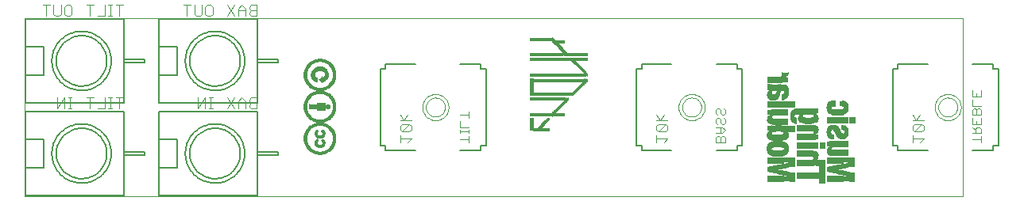
<source format=gbo>
G75*
%MOIN*%
%OFA0B0*%
%FSLAX24Y24*%
%IPPOS*%
%LPD*%
%AMOC8*
5,1,8,0,0,1.08239X$1,22.5*
%
%ADD10C,0.0000*%
%ADD11C,0.0080*%
%ADD12C,0.0020*%
%ADD13C,0.0030*%
%ADD14C,0.0040*%
%ADD15C,0.0050*%
%ADD16R,0.0004X0.0091*%
%ADD17R,0.0004X0.0061*%
%ADD18R,0.0004X0.0156*%
%ADD19R,0.0004X0.0103*%
%ADD20R,0.0004X0.0198*%
%ADD21R,0.0004X0.0129*%
%ADD22R,0.0004X0.0065*%
%ADD23R,0.0004X0.0068*%
%ADD24R,0.0004X0.0228*%
%ADD25R,0.0004X0.0152*%
%ADD26R,0.0004X0.0110*%
%ADD27R,0.0004X0.0114*%
%ADD28R,0.0004X0.0255*%
%ADD29R,0.0004X0.0171*%
%ADD30R,0.0004X0.0137*%
%ADD31R,0.0004X0.0148*%
%ADD32R,0.0004X0.0277*%
%ADD33R,0.0004X0.0186*%
%ADD34R,0.0004X0.0160*%
%ADD35R,0.0004X0.0171*%
%ADD36R,0.0004X0.0251*%
%ADD37R,0.0004X0.0205*%
%ADD38R,0.0004X0.0296*%
%ADD39R,0.0004X0.0201*%
%ADD40R,0.0004X0.0220*%
%ADD41R,0.0004X0.0179*%
%ADD42R,0.0004X0.0224*%
%ADD43R,0.0004X0.0239*%
%ADD44R,0.0004X0.0194*%
%ADD45R,0.0004X0.0251*%
%ADD46R,0.0004X0.0315*%
%ADD47R,0.0004X0.0217*%
%ADD48R,0.0004X0.0213*%
%ADD49R,0.0004X0.0247*%
%ADD50R,0.0004X0.0251*%
%ADD51R,0.0004X0.0213*%
%ADD52R,0.0004X0.0334*%
%ADD53R,0.0004X0.0232*%
%ADD54R,0.0004X0.0220*%
%ADD55R,0.0004X0.0209*%
%ADD56R,0.0004X0.0224*%
%ADD57R,0.0004X0.0239*%
%ADD58R,0.0004X0.0228*%
%ADD59R,0.0004X0.0247*%
%ADD60R,0.0004X0.0346*%
%ADD61R,0.0004X0.0239*%
%ADD62R,0.0004X0.0224*%
%ADD63R,0.0004X0.0243*%
%ADD64R,0.0004X0.0247*%
%ADD65R,0.0004X0.0361*%
%ADD66R,0.0004X0.0255*%
%ADD67R,0.0004X0.0236*%
%ADD68R,0.0004X0.0255*%
%ADD69R,0.0004X0.0247*%
%ADD70R,0.0004X0.0372*%
%ADD71R,0.0004X0.0262*%
%ADD72R,0.0004X0.0270*%
%ADD73R,0.0004X0.0388*%
%ADD74R,0.0004X0.0270*%
%ADD75R,0.0004X0.0277*%
%ADD76R,0.0004X0.0220*%
%ADD77R,0.0004X0.0395*%
%ADD78R,0.0004X0.0266*%
%ADD79R,0.0004X0.0293*%
%ADD80R,0.0004X0.0243*%
%ADD81R,0.0004X0.0220*%
%ADD82R,0.0004X0.0407*%
%ADD83R,0.0004X0.0289*%
%ADD84R,0.0004X0.0274*%
%ADD85R,0.0004X0.0304*%
%ADD86R,0.0004X0.0418*%
%ADD87R,0.0004X0.0277*%
%ADD88R,0.0004X0.0312*%
%ADD89R,0.0004X0.0426*%
%ADD90R,0.0004X0.0304*%
%ADD91R,0.0004X0.0289*%
%ADD92R,0.0004X0.0323*%
%ADD93R,0.0004X0.0433*%
%ADD94R,0.0004X0.0312*%
%ADD95R,0.0004X0.0331*%
%ADD96R,0.0004X0.0441*%
%ADD97R,0.0004X0.0319*%
%ADD98R,0.0004X0.0338*%
%ADD99R,0.0004X0.0228*%
%ADD100R,0.0004X0.0448*%
%ADD101R,0.0004X0.0312*%
%ADD102R,0.0004X0.0346*%
%ADD103R,0.0004X0.0456*%
%ADD104R,0.0004X0.0327*%
%ADD105R,0.0004X0.0357*%
%ADD106R,0.0004X0.0464*%
%ADD107R,0.0004X0.0323*%
%ADD108R,0.0004X0.0365*%
%ADD109R,0.0004X0.0471*%
%ADD110R,0.0004X0.0342*%
%ADD111R,0.0004X0.0369*%
%ADD112R,0.0004X0.0236*%
%ADD113R,0.0004X0.0479*%
%ADD114R,0.0004X0.0346*%
%ADD115R,0.0004X0.0331*%
%ADD116R,0.0004X0.0376*%
%ADD117R,0.0004X0.0486*%
%ADD118R,0.0004X0.0350*%
%ADD119R,0.0004X0.0338*%
%ADD120R,0.0004X0.0384*%
%ADD121R,0.0004X0.0239*%
%ADD122R,0.0004X0.0490*%
%ADD123R,0.0004X0.0391*%
%ADD124R,0.0004X0.0494*%
%ADD125R,0.0004X0.0361*%
%ADD126R,0.0004X0.0350*%
%ADD127R,0.0004X0.0638*%
%ADD128R,0.0004X0.0502*%
%ADD129R,0.0004X0.0369*%
%ADD130R,0.0004X0.0353*%
%ADD131R,0.0004X0.0642*%
%ADD132R,0.0004X0.0243*%
%ADD133R,0.0004X0.0505*%
%ADD134R,0.0004X0.0642*%
%ADD135R,0.0004X0.0509*%
%ADD136R,0.0004X0.0646*%
%ADD137R,0.0004X0.0243*%
%ADD138R,0.0004X0.0517*%
%ADD139R,0.0004X0.0376*%
%ADD140R,0.0004X0.0646*%
%ADD141R,0.0004X0.0517*%
%ADD142R,0.0004X0.0600*%
%ADD143R,0.0004X0.0369*%
%ADD144R,0.0004X0.0650*%
%ADD145R,0.0004X0.0524*%
%ADD146R,0.0004X0.0604*%
%ADD147R,0.0004X0.0528*%
%ADD148R,0.0004X0.0604*%
%ADD149R,0.0004X0.0650*%
%ADD150R,0.0004X0.0532*%
%ADD151R,0.0004X0.0650*%
%ADD152R,0.0004X0.0536*%
%ADD153R,0.0004X0.0608*%
%ADD154R,0.0004X0.0654*%
%ADD155R,0.0004X0.0540*%
%ADD156R,0.0004X0.0608*%
%ADD157R,0.0004X0.0654*%
%ADD158R,0.0004X0.0258*%
%ADD159R,0.0004X0.0543*%
%ADD160R,0.0004X0.0657*%
%ADD161R,0.0004X0.0258*%
%ADD162R,0.0004X0.0547*%
%ADD163R,0.0004X0.0612*%
%ADD164R,0.0004X0.0657*%
%ADD165R,0.0004X0.0547*%
%ADD166R,0.0004X0.0612*%
%ADD167R,0.0004X0.0555*%
%ADD168R,0.0004X0.0661*%
%ADD169R,0.0004X0.0555*%
%ADD170R,0.0004X0.0616*%
%ADD171R,0.0004X0.0661*%
%ADD172R,0.0004X0.0266*%
%ADD173R,0.0004X0.0559*%
%ADD174R,0.0004X0.0616*%
%ADD175R,0.0004X0.0562*%
%ADD176R,0.0004X0.0562*%
%ADD177R,0.0004X0.0665*%
%ADD178R,0.0004X0.0570*%
%ADD179R,0.0004X0.0661*%
%ADD180R,0.0004X0.0570*%
%ADD181R,0.0004X0.0619*%
%ADD182R,0.0004X0.0661*%
%ADD183R,0.0004X0.0619*%
%ADD184R,0.0004X0.0665*%
%ADD185R,0.0004X0.0274*%
%ADD186R,0.0004X0.0296*%
%ADD187R,0.0004X0.0327*%
%ADD188R,0.0004X0.0281*%
%ADD189R,0.0004X0.0315*%
%ADD190R,0.0004X0.0304*%
%ADD191R,0.0004X0.0281*%
%ADD192R,0.0004X0.0289*%
%ADD193R,0.0004X0.0300*%
%ADD194R,0.0004X0.0270*%
%ADD195R,0.0004X0.0296*%
%ADD196R,0.0004X0.0281*%
%ADD197R,0.0004X0.0289*%
%ADD198R,0.0004X0.0308*%
%ADD199R,0.0004X0.0293*%
%ADD200R,0.0004X0.0258*%
%ADD201R,0.0004X0.0262*%
%ADD202R,0.0004X0.0285*%
%ADD203R,0.0004X0.0266*%
%ADD204R,0.0004X0.0258*%
%ADD205R,0.0004X0.0266*%
%ADD206R,0.0004X0.0251*%
%ADD207R,0.0004X0.0274*%
%ADD208R,0.0004X0.0274*%
%ADD209R,0.0004X0.0270*%
%ADD210R,0.0004X0.0236*%
%ADD211R,0.0004X0.0262*%
%ADD212R,0.0004X0.0236*%
%ADD213R,0.0004X0.0262*%
%ADD214R,0.0004X0.0312*%
%ADD215R,0.0004X0.0319*%
%ADD216R,0.0004X0.0327*%
%ADD217R,0.0004X0.0334*%
%ADD218R,0.0004X0.0342*%
%ADD219R,0.0004X0.0350*%
%ADD220R,0.0004X0.0350*%
%ADD221R,0.0004X0.0357*%
%ADD222R,0.0004X0.0281*%
%ADD223R,0.0004X0.0365*%
%ADD224R,0.0004X0.0285*%
%ADD225R,0.0004X0.0300*%
%ADD226R,0.0004X0.0372*%
%ADD227R,0.0004X0.0372*%
%ADD228R,0.0004X0.0182*%
%ADD229R,0.0004X0.0323*%
%ADD230R,0.0004X0.0182*%
%ADD231R,0.0004X0.0593*%
%ADD232R,0.0004X0.0186*%
%ADD233R,0.0004X0.0589*%
%ADD234R,0.0004X0.0581*%
%ADD235R,0.0004X0.0578*%
%ADD236R,0.0004X0.0574*%
%ADD237R,0.0004X0.0182*%
%ADD238R,0.0004X0.0186*%
%ADD239R,0.0004X0.0186*%
%ADD240R,0.0004X0.0559*%
%ADD241R,0.0004X0.0551*%
%ADD242R,0.0004X0.0547*%
%ADD243R,0.0004X0.0540*%
%ADD244R,0.0004X0.0190*%
%ADD245R,0.0004X0.0536*%
%ADD246R,0.0004X0.0528*%
%ADD247R,0.0004X0.0521*%
%ADD248R,0.0004X0.0513*%
%ADD249R,0.0004X0.0505*%
%ADD250R,0.0004X0.0190*%
%ADD251R,0.0004X0.0498*%
%ADD252R,0.0004X0.0483*%
%ADD253R,0.0004X0.0475*%
%ADD254R,0.0004X0.0464*%
%ADD255R,0.0004X0.0456*%
%ADD256R,0.0004X0.0445*%
%ADD257R,0.0004X0.0194*%
%ADD258R,0.0004X0.0414*%
%ADD259R,0.0004X0.0403*%
%ADD260R,0.0004X0.0391*%
%ADD261R,0.0004X0.0384*%
%ADD262R,0.0004X0.0194*%
%ADD263R,0.0004X0.0353*%
%ADD264R,0.0004X0.0194*%
%ADD265R,0.0004X0.0198*%
%ADD266R,0.0004X0.0198*%
%ADD267R,0.0004X0.0198*%
%ADD268R,0.0004X0.0011*%
%ADD269R,0.0004X0.0038*%
%ADD270R,0.0004X0.0201*%
%ADD271R,0.0004X0.0414*%
%ADD272R,0.0004X0.0232*%
%ADD273R,0.0004X0.0293*%
%ADD274R,0.0004X0.0566*%
%ADD275R,0.0004X0.0559*%
%ADD276R,0.0004X0.0608*%
%ADD277R,0.0004X0.0608*%
%ADD278R,0.0004X0.0600*%
%ADD279R,0.0004X0.0597*%
%ADD280R,0.0004X0.0532*%
%ADD281R,0.0004X0.0597*%
%ADD282R,0.0004X0.0593*%
%ADD283R,0.0004X0.0597*%
%ADD284R,0.0004X0.0182*%
%ADD285R,0.0004X0.0524*%
%ADD286R,0.0004X0.0578*%
%ADD287R,0.0004X0.0574*%
%ADD288R,0.0004X0.0175*%
%ADD289R,0.0004X0.0509*%
%ADD290R,0.0004X0.0589*%
%ADD291R,0.0004X0.0566*%
%ADD292R,0.0004X0.0585*%
%ADD293R,0.0004X0.0559*%
%ADD294R,0.0004X0.0167*%
%ADD295R,0.0004X0.0585*%
%ADD296R,0.0004X0.0551*%
%ADD297R,0.0004X0.0163*%
%ADD298R,0.0004X0.0486*%
%ADD299R,0.0004X0.0543*%
%ADD300R,0.0004X0.0160*%
%ADD301R,0.0004X0.0156*%
%ADD302R,0.0004X0.0536*%
%ADD303R,0.0004X0.0148*%
%ADD304R,0.0004X0.0201*%
%ADD305R,0.0004X0.0513*%
%ADD306R,0.0004X0.0144*%
%ADD307R,0.0004X0.0448*%
%ADD308R,0.0004X0.0141*%
%ADD309R,0.0004X0.0201*%
%ADD310R,0.0004X0.0441*%
%ADD311R,0.0004X0.0494*%
%ADD312R,0.0004X0.0137*%
%ADD313R,0.0004X0.0133*%
%ADD314R,0.0004X0.0467*%
%ADD315R,0.0004X0.0122*%
%ADD316R,0.0004X0.0118*%
%ADD317R,0.0004X0.0445*%
%ADD318R,0.0004X0.0114*%
%ADD319R,0.0004X0.0384*%
%ADD320R,0.0004X0.0429*%
%ADD321R,0.0004X0.0106*%
%ADD322R,0.0004X0.0422*%
%ADD323R,0.0004X0.0103*%
%ADD324R,0.0004X0.0407*%
%ADD325R,0.0004X0.0095*%
%ADD326R,0.0004X0.0084*%
%ADD327R,0.0004X0.0205*%
%ADD328R,0.0004X0.0353*%
%ADD329R,0.0004X0.0076*%
%ADD330R,0.0004X0.0068*%
%ADD331R,0.0004X0.0057*%
%ADD332R,0.0004X0.0046*%
%ADD333R,0.0004X0.0133*%
%ADD334R,0.0004X0.0034*%
%ADD335R,0.0004X0.0106*%
%ADD336R,0.0004X0.0015*%
%ADD337R,0.0004X0.0426*%
%ADD338R,0.0004X0.0065*%
%ADD339R,0.0004X0.0175*%
%ADD340R,0.0004X0.0429*%
%ADD341R,0.0004X0.0426*%
%ADD342R,0.0004X0.0422*%
%ADD343R,0.0004X0.0418*%
%ADD344R,0.0004X0.0414*%
%ADD345R,0.0004X0.0414*%
%ADD346R,0.0004X0.0410*%
%ADD347R,0.0004X0.0410*%
%ADD348R,0.0004X0.0407*%
%ADD349R,0.0004X0.0099*%
%ADD350R,0.0004X0.0167*%
%ADD351R,0.0004X0.0403*%
%ADD352R,0.0004X0.0300*%
%ADD353R,0.0004X0.0403*%
%ADD354R,0.0004X0.0399*%
%ADD355R,0.0004X0.0399*%
%ADD356R,0.0004X0.0372*%
%ADD357R,0.0004X0.0403*%
%ADD358R,0.0004X0.0418*%
%ADD359R,0.0004X0.0395*%
%ADD360R,0.0004X0.0437*%
%ADD361R,0.0004X0.0448*%
%ADD362R,0.0004X0.0460*%
%ADD363R,0.0004X0.0467*%
%ADD364R,0.0004X0.0475*%
%ADD365R,0.0004X0.0490*%
%ADD366R,0.0004X0.0498*%
%ADD367R,0.0004X0.0388*%
%ADD368R,0.0004X0.0513*%
%ADD369R,0.0004X0.0384*%
%ADD370R,0.0004X0.0543*%
%ADD371R,0.0004X0.0380*%
%ADD372R,0.0004X0.0566*%
%ADD373R,0.0004X0.0380*%
%ADD374R,0.0004X0.0578*%
%ADD375R,0.0004X0.0585*%
%ADD376R,0.0004X0.0585*%
%ADD377R,0.0004X0.0589*%
%ADD378R,0.0004X0.0255*%
%ADD379R,0.0004X0.0053*%
%ADD380R,0.0004X0.0099*%
%ADD381R,0.0004X0.0122*%
%ADD382R,0.0004X0.0144*%
%ADD383R,0.0004X0.0179*%
%ADD384R,0.0004X0.0209*%
%ADD385R,0.0004X0.0217*%
%ADD386R,0.0004X0.0293*%
%ADD387R,0.0004X0.0578*%
%ADD388R,0.0004X0.0581*%
%ADD389R,0.0004X0.0589*%
%ADD390R,0.0004X0.0597*%
%ADD391R,0.0004X0.0604*%
%ADD392R,0.0004X0.0616*%
%ADD393R,0.0004X0.0616*%
%ADD394R,0.0004X0.0619*%
%ADD395R,0.0004X0.0619*%
%ADD396R,0.0004X0.0604*%
%ADD397R,0.0004X0.0217*%
%ADD398R,0.0004X0.0365*%
%ADD399R,0.0004X0.0369*%
%ADD400R,0.0004X0.0361*%
%ADD401R,0.0004X0.0346*%
%ADD402R,0.0004X0.0331*%
%ADD403R,0.0004X0.0308*%
%ADD404R,0.0004X0.0304*%
%ADD405R,0.0004X0.0300*%
%ADD406R,0.0004X0.0296*%
%ADD407R,0.0004X0.0144*%
%ADD408R,0.0004X0.0110*%
%ADD409R,0.0004X0.0125*%
%ADD410R,0.0004X0.0095*%
%ADD411R,0.0004X0.0057*%
%ADD412R,0.0004X0.0707*%
%ADD413R,0.0004X0.0707*%
%ADD414R,0.0004X0.0091*%
%ADD415R,0.0004X0.0091*%
%ADD416R,0.0004X0.0152*%
%ADD417R,0.0004X0.0156*%
%ADD418R,0.0004X0.0110*%
%ADD419R,0.0004X0.0342*%
%ADD420R,0.0004X0.0395*%
%ADD421R,0.0004X0.0433*%
%ADD422R,0.0004X0.0441*%
%ADD423R,0.0004X0.0452*%
%ADD424R,0.0004X0.0315*%
%ADD425R,0.0004X0.0460*%
%ADD426R,0.0004X0.0464*%
%ADD427R,0.0004X0.0471*%
%ADD428R,0.0004X0.0331*%
%ADD429R,0.0004X0.0483*%
%ADD430R,0.0004X0.0479*%
%ADD431R,0.0004X0.0490*%
%ADD432R,0.0004X0.0502*%
%ADD433R,0.0004X0.0509*%
%ADD434R,0.0004X0.0509*%
%ADD435R,0.0004X0.0365*%
%ADD436R,0.0004X0.0521*%
%ADD437R,0.0004X0.0524*%
%ADD438R,0.0004X0.0524*%
%ADD439R,0.0004X0.0532*%
%ADD440R,0.0004X0.0532*%
%ADD441R,0.0004X0.0551*%
%ADD442R,0.0004X0.0551*%
%ADD443R,0.0004X0.0555*%
%ADD444R,0.0004X0.0228*%
%ADD445R,0.0004X0.0308*%
%ADD446R,0.0004X0.0224*%
%ADD447R,0.0004X0.0217*%
%ADD448R,0.0004X0.0388*%
%ADD449R,0.0004X0.0395*%
%ADD450R,0.0004X0.0437*%
%ADD451R,0.0004X0.0399*%
%ADD452R,0.0004X0.0361*%
%ADD453R,0.0004X0.0334*%
%ADD454R,0.0004X0.0327*%
%ADD455R,0.0004X0.0209*%
%ADD456R,0.0004X0.0209*%
%ADD457R,0.0004X0.0543*%
%ADD458R,0.0004X0.0505*%
%ADD459R,0.0004X0.0502*%
%ADD460R,0.0004X0.0483*%
%ADD461R,0.0004X0.0467*%
%ADD462R,0.0004X0.0460*%
%ADD463R,0.0004X0.0452*%
%ADD464R,0.0004X0.0437*%
%ADD465R,0.0004X0.0429*%
%ADD466R,0.0004X0.0353*%
%ADD467R,0.0004X0.0156*%
%ADD468R,0.0004X0.0091*%
%ADD469R,0.0003X0.0004*%
%ADD470R,0.0003X0.0105*%
%ADD471R,0.0003X0.0119*%
%ADD472R,0.0003X0.0003*%
%ADD473R,0.0004X0.0182*%
%ADD474R,0.0004X0.0004*%
%ADD475R,0.0004X0.0178*%
%ADD476R,0.0004X0.0189*%
%ADD477R,0.0004X0.0224*%
%ADD478R,0.0004X0.0235*%
%ADD479R,0.0004X0.0003*%
%ADD480R,0.0004X0.0231*%
%ADD481R,0.0004X0.0266*%
%ADD482R,0.0004X0.0270*%
%ADD483R,0.0004X0.0273*%
%ADD484R,0.0004X0.0297*%
%ADD485R,0.0004X0.0308*%
%ADD486R,0.0003X0.0325*%
%ADD487R,0.0003X0.0333*%
%ADD488R,0.0004X0.0354*%
%ADD489R,0.0004X0.0360*%
%ADD490R,0.0004X0.0375*%
%ADD491R,0.0004X0.0385*%
%ADD492R,0.0004X0.0399*%
%ADD493R,0.0004X0.0410*%
%ADD494R,0.0004X0.0420*%
%ADD495R,0.0004X0.0430*%
%ADD496R,0.0003X0.0445*%
%ADD497R,0.0003X0.0448*%
%ADD498R,0.0003X0.0455*%
%ADD499R,0.0004X0.0462*%
%ADD500R,0.0004X0.0469*%
%ADD501R,0.0004X0.0480*%
%ADD502R,0.0004X0.0490*%
%ADD503R,0.0004X0.0497*%
%ADD504R,0.0004X0.0504*%
%ADD505R,0.0004X0.0508*%
%ADD506R,0.0004X0.0515*%
%ADD507R,0.0004X0.0521*%
%ADD508R,0.0004X0.0525*%
%ADD509R,0.0003X0.0532*%
%ADD510R,0.0003X0.0539*%
%ADD511R,0.0004X0.0546*%
%ADD512R,0.0004X0.0553*%
%ADD513R,0.0004X0.0564*%
%ADD514R,0.0004X0.0570*%
%ADD515R,0.0004X0.0578*%
%ADD516R,0.0004X0.0581*%
%ADD517R,0.0004X0.0585*%
%ADD518R,0.0004X0.0595*%
%ADD519R,0.0004X0.0598*%
%ADD520R,0.0003X0.0605*%
%ADD521R,0.0003X0.0609*%
%ADD522R,0.0003X0.0612*%
%ADD523R,0.0004X0.0619*%
%ADD524R,0.0004X0.0626*%
%ADD525R,0.0004X0.0627*%
%ADD526R,0.0004X0.0634*%
%ADD527R,0.0004X0.0637*%
%ADD528R,0.0004X0.0640*%
%ADD529R,0.0004X0.0644*%
%ADD530R,0.0004X0.0651*%
%ADD531R,0.0004X0.0655*%
%ADD532R,0.0004X0.0658*%
%ADD533R,0.0004X0.0661*%
%ADD534R,0.0004X0.0662*%
%ADD535R,0.0003X0.0672*%
%ADD536R,0.0003X0.0675*%
%ADD537R,0.0004X0.0683*%
%ADD538R,0.0004X0.0686*%
%ADD539R,0.0004X0.0693*%
%ADD540R,0.0004X0.0700*%
%ADD541R,0.0004X0.0697*%
%ADD542R,0.0004X0.0707*%
%ADD543R,0.0004X0.0707*%
%ADD544R,0.0004X0.0710*%
%ADD545R,0.0004X0.0717*%
%ADD546R,0.0004X0.0721*%
%ADD547R,0.0003X0.0728*%
%ADD548R,0.0003X0.0731*%
%ADD549R,0.0003X0.0732*%
%ADD550R,0.0004X0.0739*%
%ADD551R,0.0004X0.0742*%
%ADD552R,0.0004X0.0738*%
%ADD553R,0.0004X0.0749*%
%ADD554R,0.0004X0.0752*%
%ADD555R,0.0004X0.0759*%
%ADD556R,0.0004X0.0760*%
%ADD557R,0.0004X0.0770*%
%ADD558R,0.0004X0.0773*%
%ADD559R,0.0003X0.0392*%
%ADD560R,0.0003X0.0007*%
%ADD561R,0.0003X0.0375*%
%ADD562R,0.0003X0.0346*%
%ADD563R,0.0003X0.0007*%
%ADD564R,0.0003X0.0010*%
%ADD565R,0.0004X0.0336*%
%ADD566R,0.0004X0.0319*%
%ADD567R,0.0004X0.0326*%
%ADD568R,0.0004X0.0315*%
%ADD569R,0.0004X0.0311*%
%ADD570R,0.0004X0.0301*%
%ADD571R,0.0004X0.0291*%
%ADD572R,0.0004X0.0294*%
%ADD573R,0.0004X0.0287*%
%ADD574R,0.0004X0.0290*%
%ADD575R,0.0004X0.0276*%
%ADD576R,0.0004X0.0273*%
%ADD577R,0.0004X0.0284*%
%ADD578R,0.0003X0.0280*%
%ADD579R,0.0003X0.0277*%
%ADD580R,0.0003X0.0270*%
%ADD581R,0.0003X0.0273*%
%ADD582R,0.0004X0.0269*%
%ADD583R,0.0004X0.0262*%
%ADD584R,0.0004X0.0259*%
%ADD585R,0.0004X0.0252*%
%ADD586R,0.0004X0.0255*%
%ADD587R,0.0004X0.0252*%
%ADD588R,0.0004X0.0256*%
%ADD589R,0.0004X0.0248*%
%ADD590R,0.0004X0.0249*%
%ADD591R,0.0004X0.0245*%
%ADD592R,0.0004X0.0241*%
%ADD593R,0.0003X0.0245*%
%ADD594R,0.0003X0.0238*%
%ADD595R,0.0003X0.0242*%
%ADD596R,0.0004X0.0238*%
%ADD597R,0.0004X0.0234*%
%ADD598R,0.0004X0.0231*%
%ADD599R,0.0004X0.0227*%
%ADD600R,0.0004X0.0220*%
%ADD601R,0.0004X0.0221*%
%ADD602R,0.0003X0.0220*%
%ADD603R,0.0003X0.0224*%
%ADD604R,0.0003X0.0217*%
%ADD605R,0.0003X0.0214*%
%ADD606R,0.0004X0.0217*%
%ADD607R,0.0004X0.0217*%
%ADD608R,0.0004X0.0214*%
%ADD609R,0.0004X0.0210*%
%ADD610R,0.0004X0.0213*%
%ADD611R,0.0004X0.0206*%
%ADD612R,0.0004X0.0207*%
%ADD613R,0.0003X0.0206*%
%ADD614R,0.0003X0.0207*%
%ADD615R,0.0003X0.0203*%
%ADD616R,0.0004X0.0203*%
%ADD617R,0.0004X0.0203*%
%ADD618R,0.0004X0.0199*%
%ADD619R,0.0004X0.0196*%
%ADD620R,0.0004X0.0200*%
%ADD621R,0.0004X0.0196*%
%ADD622R,0.0003X0.0196*%
%ADD623R,0.0003X0.0192*%
%ADD624R,0.0003X0.0196*%
%ADD625R,0.0004X0.0192*%
%ADD626R,0.0004X0.0189*%
%ADD627R,0.0004X0.0185*%
%ADD628R,0.0004X0.0186*%
%ADD629R,0.0003X0.0185*%
%ADD630R,0.0003X0.0189*%
%ADD631R,0.0003X0.0182*%
%ADD632R,0.0004X0.0182*%
%ADD633R,0.0004X0.0179*%
%ADD634R,0.0003X0.0179*%
%ADD635R,0.0003X0.0210*%
%ADD636R,0.0003X0.0178*%
%ADD637R,0.0003X0.0175*%
%ADD638R,0.0004X0.0175*%
%ADD639R,0.0004X0.0171*%
%ADD640R,0.0004X0.0172*%
%ADD641R,0.0003X0.0171*%
%ADD642R,0.0003X0.0172*%
%ADD643R,0.0004X0.0168*%
%ADD644R,0.0004X0.0168*%
%ADD645R,0.0004X0.0165*%
%ADD646R,0.0003X0.0165*%
%ADD647R,0.0003X0.0168*%
%ADD648R,0.0003X0.0168*%
%ADD649R,0.0004X0.0164*%
%ADD650R,0.0004X0.0161*%
%ADD651R,0.0004X0.0161*%
%ADD652R,0.0004X0.0158*%
%ADD653R,0.0003X0.0161*%
%ADD654R,0.0003X0.0158*%
%ADD655R,0.0003X0.0161*%
%ADD656R,0.0003X0.0164*%
%ADD657R,0.0004X0.0007*%
%ADD658R,0.0004X0.0042*%
%ADD659R,0.0004X0.0115*%
%ADD660R,0.0004X0.0154*%
%ADD661R,0.0004X0.0154*%
%ADD662R,0.0003X0.0154*%
%ADD663R,0.0004X0.0150*%
%ADD664R,0.0003X0.0151*%
%ADD665R,0.0003X0.0147*%
%ADD666R,0.0003X0.0150*%
%ADD667R,0.0003X0.0297*%
%ADD668R,0.0004X0.0151*%
%ADD669R,0.0004X0.0147*%
%ADD670R,0.0004X0.0329*%
%ADD671R,0.0004X0.0147*%
%ADD672R,0.0004X0.0340*%
%ADD673R,0.0004X0.0350*%
%ADD674R,0.0003X0.0147*%
%ADD675R,0.0003X0.0364*%
%ADD676R,0.0004X0.0371*%
%ADD677R,0.0004X0.0144*%
%ADD678R,0.0004X0.0382*%
%ADD679R,0.0004X0.0143*%
%ADD680R,0.0004X0.0392*%
%ADD681R,0.0004X0.0403*%
%ADD682R,0.0003X0.0144*%
%ADD683R,0.0003X0.0410*%
%ADD684R,0.0004X0.0140*%
%ADD685R,0.0004X0.0417*%
%ADD686R,0.0004X0.0427*%
%ADD687R,0.0004X0.0437*%
%ADD688R,0.0004X0.0445*%
%ADD689R,0.0003X0.0140*%
%ADD690R,0.0003X0.0143*%
%ADD691R,0.0003X0.0452*%
%ADD692R,0.0004X0.0136*%
%ADD693R,0.0004X0.0458*%
%ADD694R,0.0004X0.0465*%
%ADD695R,0.0003X0.0136*%
%ADD696R,0.0003X0.0483*%
%ADD697R,0.0004X0.0133*%
%ADD698R,0.0004X0.0137*%
%ADD699R,0.0004X0.0497*%
%ADD700R,0.0003X0.0133*%
%ADD701R,0.0003X0.0515*%
%ADD702R,0.0003X0.0133*%
%ADD703R,0.0004X0.0133*%
%ADD704R,0.0004X0.0518*%
%ADD705R,0.0004X0.0529*%
%ADD706R,0.0004X0.0535*%
%ADD707R,0.0003X0.0535*%
%ADD708R,0.0004X0.0542*%
%ADD709R,0.0004X0.0130*%
%ADD710R,0.0004X0.0129*%
%ADD711R,0.0003X0.0130*%
%ADD712R,0.0003X0.0217*%
%ADD713R,0.0004X0.0039*%
%ADD714R,0.0004X0.0007*%
%ADD715R,0.0004X0.0049*%
%ADD716R,0.0004X0.0098*%
%ADD717R,0.0004X0.0095*%
%ADD718R,0.0004X0.0126*%
%ADD719R,0.0004X0.0123*%
%ADD720R,0.0003X0.0126*%
%ADD721R,0.0003X0.0129*%
%ADD722R,0.0003X0.0200*%
%ADD723R,0.0003X0.0221*%
%ADD724R,0.0003X0.0126*%
%ADD725R,0.0004X0.0126*%
%ADD726R,0.0004X0.0238*%
%ADD727R,0.0003X0.0266*%
%ADD728R,0.0003X0.0186*%
%ADD729R,0.0004X0.0280*%
%ADD730R,0.0004X0.0287*%
%ADD731R,0.0003X0.0301*%
%ADD732R,0.0003X0.0182*%
%ADD733R,0.0004X0.0308*%
%ADD734R,0.0004X0.0322*%
%ADD735R,0.0004X0.0322*%
%ADD736R,0.0003X0.0329*%
%ADD737R,0.0003X0.0123*%
%ADD738R,0.0004X0.0119*%
%ADD739R,0.0004X0.0364*%
%ADD740R,0.0004X0.0014*%
%ADD741R,0.0004X0.0010*%
%ADD742R,0.0004X0.0018*%
%ADD743R,0.0004X0.0011*%
%ADD744R,0.0004X0.0119*%
%ADD745R,0.0004X0.0105*%
%ADD746R,0.0004X0.0109*%
%ADD747R,0.0003X0.0084*%
%ADD748R,0.0003X0.0084*%
%ADD749R,0.0004X0.0074*%
%ADD750R,0.0004X0.0077*%
%ADD751R,0.0004X0.0063*%
%ADD752R,0.0004X0.0066*%
%ADD753R,0.0004X0.0056*%
%ADD754R,0.0003X0.0035*%
%ADD755R,0.0004X0.0028*%
%ADD756R,0.0004X0.0031*%
%ADD757R,0.0004X0.0024*%
%ADD758R,0.0004X0.0021*%
%ADD759R,0.0003X0.0249*%
%ADD760R,0.0004X0.0014*%
%ADD761R,0.0003X0.0031*%
%ADD762R,0.0004X0.0046*%
%ADD763R,0.0004X0.0049*%
%ADD764R,0.0004X0.0053*%
%ADD765R,0.0003X0.0241*%
%ADD766R,0.0003X0.0066*%
%ADD767R,0.0004X0.0081*%
%ADD768R,0.0004X0.0091*%
%ADD769R,0.0004X0.0112*%
%ADD770R,0.0004X0.0116*%
%ADD771R,0.0004X0.0028*%
%ADD772R,0.0004X0.0035*%
%ADD773R,0.0003X0.0046*%
%ADD774R,0.0004X0.0056*%
%ADD775R,0.0004X0.0063*%
%ADD776R,0.0004X0.0259*%
%ADD777R,0.0004X0.0073*%
%ADD778R,0.0004X0.0266*%
%ADD779R,0.0004X0.0084*%
%ADD780R,0.0004X0.0080*%
%ADD781R,0.0003X0.0095*%
%ADD782R,0.0004X0.0108*%
%ADD783R,0.0004X0.0343*%
%ADD784R,0.0003X0.0322*%
%ADD785R,0.0004X0.0312*%
%ADD786R,0.0004X0.0305*%
%ADD787R,0.0003X0.0294*%
%ADD788R,0.0003X0.0255*%
%ADD789R,0.0003X0.0252*%
%ADD790R,0.0004X0.0357*%
%ADD791R,0.0003X0.0203*%
%ADD792R,0.0003X0.0357*%
%ADD793R,0.0004X0.0346*%
%ADD794R,0.0003X0.0101*%
%ADD795R,0.0003X0.0098*%
%ADD796R,0.0004X0.0539*%
%ADD797R,0.0004X0.0536*%
%ADD798R,0.0003X0.0529*%
%ADD799R,0.0004X0.0514*%
%ADD800R,0.0003X0.0137*%
%ADD801R,0.0003X0.0508*%
%ADD802R,0.0004X0.0042*%
%ADD803R,0.0004X0.0494*%
%ADD804R,0.0004X0.0077*%
%ADD805R,0.0004X0.0486*%
%ADD806R,0.0004X0.0098*%
%ADD807R,0.0004X0.0483*%
%ADD808R,0.0003X0.0112*%
%ADD809R,0.0003X0.0473*%
%ADD810R,0.0004X0.0455*%
%ADD811R,0.0004X0.0448*%
%ADD812R,0.0003X0.0441*%
%ADD813R,0.0004X0.0434*%
%ADD814R,0.0004X0.0427*%
%ADD815R,0.0004X0.0416*%
%ADD816R,0.0004X0.0406*%
%ADD817R,0.0003X0.0399*%
%ADD818R,0.0004X0.0389*%
%ADD819R,0.0004X0.0381*%
%ADD820R,0.0004X0.0367*%
%ADD821R,0.0003X0.0284*%
%ADD822R,0.0003X0.0063*%
%ADD823R,0.0003X0.0224*%
%ADD824R,0.0004X0.0242*%
%ADD825R,0.0003X0.0287*%
%ADD826R,0.0003X0.0290*%
%ADD827R,0.0003X0.0287*%
%ADD828R,0.0004X0.0294*%
%ADD829R,0.0004X0.0301*%
%ADD830R,0.0004X0.0318*%
%ADD831R,0.0004X0.0339*%
%ADD832R,0.0004X0.0333*%
%ADD833R,0.0004X0.0781*%
%ADD834R,0.0004X0.0780*%
%ADD835R,0.0004X0.0777*%
%ADD836R,0.0003X0.0766*%
%ADD837R,0.0003X0.0770*%
%ADD838R,0.0003X0.0767*%
%ADD839R,0.0004X0.0728*%
%ADD840R,0.0004X0.0731*%
%ADD841R,0.0004X0.0728*%
%ADD842R,0.0003X0.0717*%
%ADD843R,0.0003X0.0714*%
%ADD844R,0.0004X0.0703*%
%ADD845R,0.0004X0.0696*%
%ADD846R,0.0004X0.0693*%
%ADD847R,0.0004X0.0672*%
%ADD848R,0.0004X0.0672*%
%ADD849R,0.0004X0.0668*%
%ADD850R,0.0003X0.0658*%
%ADD851R,0.0003X0.0661*%
%ADD852R,0.0003X0.0658*%
%ADD853R,0.0004X0.0648*%
%ADD854R,0.0004X0.0630*%
%ADD855R,0.0004X0.0633*%
%ADD856R,0.0004X0.0623*%
%ADD857R,0.0004X0.0623*%
%ADD858R,0.0004X0.0616*%
%ADD859R,0.0004X0.0606*%
%ADD860R,0.0004X0.0605*%
%ADD861R,0.0004X0.0609*%
%ADD862R,0.0003X0.0595*%
%ADD863R,0.0003X0.0592*%
%ADD864R,0.0004X0.0567*%
%ADD865R,0.0004X0.0560*%
%ADD866R,0.0004X0.0550*%
%ADD867R,0.0004X0.0532*%
%ADD868R,0.0004X0.0532*%
%ADD869R,0.0003X0.0511*%
%ADD870R,0.0004X0.0476*%
%ADD871R,0.0004X0.0459*%
%ADD872R,0.0004X0.0462*%
%ADD873R,0.0004X0.0441*%
%ADD874R,0.0003X0.0416*%
%ADD875R,0.0003X0.0420*%
%ADD876R,0.0004X0.0392*%
%ADD877R,0.0004X0.0395*%
%ADD878R,0.0003X0.0273*%
%ADD879R,0.0004X0.0112*%
%ADD880R,0.0002X0.0543*%
%ADD881R,0.0002X0.0120*%
%ADD882R,0.0002X0.0706*%
%ADD883R,0.0002X0.0118*%
%ADD884R,0.0002X0.0543*%
%ADD885R,0.0002X0.0120*%
%ADD886R,0.0002X0.0706*%
%ADD887R,0.0002X0.0118*%
%ADD888R,0.0002X0.0118*%
%ADD889R,0.0002X0.0118*%
%ADD890R,0.0002X0.0122*%
%ADD891R,0.0002X0.0123*%
%ADD892R,0.0002X0.0127*%
%ADD893R,0.0002X0.0129*%
%ADD894R,0.0002X0.0131*%
%ADD895R,0.0002X0.0133*%
%ADD896R,0.0002X0.0135*%
%ADD897R,0.0002X0.0137*%
%ADD898R,0.0002X0.0139*%
%ADD899R,0.0002X0.0141*%
%ADD900R,0.0002X0.0143*%
%ADD901R,0.0002X0.0145*%
%ADD902R,0.0002X0.0147*%
%ADD903R,0.0002X0.0149*%
%ADD904R,0.0002X0.0151*%
%ADD905R,0.0002X0.0153*%
%ADD906R,0.0002X0.0155*%
%ADD907R,0.0002X0.0157*%
%ADD908R,0.0002X0.0159*%
%ADD909R,0.0002X0.0161*%
%ADD910R,0.0002X0.0165*%
%ADD911R,0.0002X0.0167*%
%ADD912R,0.0002X0.0169*%
%ADD913R,0.0002X0.0171*%
%ADD914R,0.0002X0.0172*%
%ADD915R,0.0002X0.0174*%
%ADD916R,0.0002X0.0176*%
%ADD917R,0.0002X0.0178*%
%ADD918R,0.0002X0.0180*%
%ADD919R,0.0002X0.0182*%
%ADD920R,0.0002X0.0184*%
%ADD921R,0.0002X0.0186*%
%ADD922R,0.0002X0.0188*%
%ADD923R,0.0002X0.0190*%
%ADD924R,0.0002X0.0192*%
%ADD925R,0.0002X0.0194*%
%ADD926R,0.0002X0.0196*%
%ADD927R,0.0002X0.0198*%
%ADD928R,0.0002X0.0202*%
%ADD929R,0.0002X0.0204*%
%ADD930R,0.0002X0.0206*%
%ADD931R,0.0002X0.0208*%
%ADD932R,0.0002X0.0210*%
%ADD933R,0.0002X0.0212*%
%ADD934R,0.0002X0.0214*%
%ADD935R,0.0002X0.0216*%
%ADD936R,0.0002X0.0218*%
%ADD937R,0.0002X0.0220*%
%ADD938R,0.0002X0.0221*%
%ADD939R,0.0002X0.0223*%
%ADD940R,0.0002X0.0225*%
%ADD941R,0.0002X0.0227*%
%ADD942R,0.0002X0.0229*%
%ADD943R,0.0002X0.0231*%
%ADD944R,0.0002X0.0233*%
%ADD945R,0.0002X0.0237*%
%ADD946R,0.0002X0.0239*%
%ADD947R,0.0002X0.0241*%
%ADD948R,0.0002X0.0243*%
%ADD949R,0.0002X0.0245*%
%ADD950R,0.0002X0.0247*%
%ADD951R,0.0002X0.0249*%
%ADD952R,0.0002X0.0251*%
%ADD953R,0.0002X0.0253*%
%ADD954R,0.0002X0.0255*%
%ADD955R,0.0002X0.0257*%
%ADD956R,0.0002X0.0259*%
%ADD957R,0.0002X0.0261*%
%ADD958R,0.0002X0.0263*%
%ADD959R,0.0002X0.0265*%
%ADD960R,0.0002X0.0267*%
%ADD961R,0.0002X0.0269*%
%ADD962R,0.0002X0.0272*%
%ADD963R,0.0002X0.0274*%
%ADD964R,0.0002X0.0276*%
%ADD965R,0.0002X0.0278*%
%ADD966R,0.0002X0.0280*%
%ADD967R,0.0002X0.0282*%
%ADD968R,0.0002X0.0284*%
%ADD969R,0.0002X0.0286*%
%ADD970R,0.0002X0.0288*%
%ADD971R,0.0002X0.0290*%
%ADD972R,0.0002X0.0171*%
%ADD973R,0.0002X0.0172*%
%ADD974R,0.0002X0.0172*%
%ADD975R,0.0002X0.0169*%
%ADD976R,0.0002X0.0169*%
%ADD977R,0.0002X0.0167*%
%ADD978R,0.0002X0.0165*%
%ADD979R,0.0002X0.0165*%
%ADD980R,0.0002X0.0163*%
%ADD981R,0.0002X0.0163*%
%ADD982R,0.0002X0.0161*%
%ADD983R,0.0002X0.0161*%
%ADD984R,0.0002X0.0159*%
%ADD985R,0.0002X0.0157*%
%ADD986R,0.0002X0.0145*%
%ADD987R,0.0002X0.0139*%
%ADD988R,0.0002X0.0137*%
%ADD989R,0.0002X0.0135*%
%ADD990R,0.0002X0.0125*%
%ADD991R,0.0002X0.0122*%
%ADD992R,0.0002X0.0116*%
%ADD993R,0.0002X0.0114*%
%ADD994R,0.0002X0.0112*%
%ADD995R,0.0002X0.0110*%
%ADD996R,0.0002X0.0108*%
%ADD997R,0.0002X0.0106*%
%ADD998R,0.0002X0.0102*%
%ADD999R,0.0002X0.0100*%
%ADD1000R,0.0002X0.0098*%
%ADD1001R,0.0002X0.0096*%
%ADD1002R,0.0002X0.0094*%
%ADD1003R,0.0002X0.0092*%
%ADD1004R,0.0002X0.0090*%
%ADD1005R,0.0002X0.0088*%
%ADD1006R,0.0002X0.0086*%
%ADD1007R,0.0002X0.0084*%
%ADD1008R,0.0002X0.0082*%
%ADD1009R,0.0002X0.0080*%
%ADD1010R,0.0002X0.0076*%
%ADD1011R,0.0002X0.0074*%
%ADD1012R,0.0002X0.0073*%
%ADD1013R,0.0002X0.0071*%
%ADD1014R,0.0002X0.0069*%
%ADD1015R,0.0002X0.0067*%
%ADD1016R,0.0002X0.0065*%
%ADD1017R,0.0002X0.0063*%
%ADD1018R,0.0002X0.0061*%
%ADD1019R,0.0002X0.0122*%
%ADD1020R,0.0002X0.0125*%
%ADD1021R,0.0002X0.0129*%
%ADD1022R,0.0002X0.0129*%
%ADD1023R,0.0002X0.0133*%
%ADD1024R,0.0002X0.0143*%
%ADD1025R,0.0002X0.0147*%
%ADD1026R,0.0002X0.0151*%
%ADD1027R,0.0002X0.0151*%
%ADD1028R,0.0002X0.0153*%
%ADD1029R,0.0002X0.0155*%
%ADD1030R,0.0002X0.0182*%
%ADD1031R,0.0002X0.0186*%
%ADD1032R,0.0002X0.0200*%
%ADD1033R,0.0002X0.0204*%
%ADD1034R,0.0002X0.0208*%
%ADD1035R,0.0002X0.0214*%
%ADD1036R,0.0002X0.0169*%
%ADD1037R,0.0002X0.0218*%
%ADD1038R,0.0002X0.0225*%
%ADD1039R,0.0002X0.0229*%
%ADD1040R,0.0002X0.0233*%
%ADD1041R,0.0002X0.0235*%
%ADD1042R,0.0002X0.0241*%
%ADD1043R,0.0002X0.0247*%
%ADD1044R,0.0002X0.0251*%
%ADD1045R,0.0002X0.0257*%
%ADD1046R,0.0002X0.0263*%
%ADD1047R,0.0002X0.0269*%
%ADD1048R,0.0002X0.0270*%
%ADD1049R,0.0002X0.0272*%
%ADD1050R,0.0002X0.0155*%
%ADD1051R,0.0002X0.0190*%
%ADD1052R,0.0002X0.0192*%
%ADD1053R,0.0002X0.0212*%
%ADD1054R,0.0002X0.0233*%
%ADD1055R,0.0002X0.0235*%
%ADD1056R,0.0002X0.0237*%
%ADD1057R,0.0002X0.0255*%
%ADD1058R,0.0002X0.0259*%
%ADD1059R,0.0002X0.0261*%
%ADD1060R,0.0002X0.0276*%
%ADD1061R,0.0002X0.0280*%
%ADD1062R,0.0002X0.0157*%
%ADD1063R,0.0002X0.0288*%
%ADD1064R,0.0002X0.0284*%
%ADD1065R,0.0002X0.0161*%
%ADD1066R,0.0002X0.0278*%
%ADD1067R,0.0002X0.0239*%
%ADD1068R,0.0002X0.0255*%
%ADD1069R,0.0002X0.0233*%
%ADD1070R,0.0002X0.0190*%
%ADD1071R,0.0002X0.0212*%
%ADD1072R,0.0002X0.0188*%
%ADD1073R,0.0002X0.0122*%
%ADD1074R,0.0002X0.0149*%
%ADD1075R,0.0002X0.0125*%
%ADD1076R,0.0002X0.0147*%
%ADD1077R,0.0002X0.0194*%
%ADD1078R,0.0002X0.0208*%
%ADD1079R,0.0002X0.0216*%
%ADD1080R,0.0002X0.0229*%
%ADD1081R,0.0002X0.0251*%
%ADD1082R,0.0002X0.0272*%
%ADD1083R,0.0002X0.0151*%
%ADD1084R,0.0002X0.0147*%
%ADD1085R,0.0002X0.0245*%
%ADD1086R,0.0002X0.0274*%
%ADD1087R,0.0002X0.0225*%
%ADD1088R,0.0002X0.0249*%
%ADD1089R,0.0002X0.0204*%
%ADD1090R,0.0002X0.0221*%
%ADD1091R,0.0002X0.0180*%
%ADD1092R,0.0002X0.0196*%
%ADD1093R,0.0002X0.0135*%
%ADD1094R,0.0002X0.0139*%
D10*
X001160Y002930D02*
X001160Y010430D01*
X040530Y010430D01*
X040530Y002930D01*
X001160Y002930D01*
D11*
X016087Y005066D02*
X016304Y005066D01*
X016304Y004849D01*
X017564Y004849D01*
X016087Y005066D02*
X016087Y008294D01*
X016304Y008294D01*
X016304Y008511D01*
X017564Y008511D01*
X019453Y008511D02*
X020319Y008511D01*
X020319Y008294D01*
X020536Y008294D01*
X020536Y005066D01*
X020319Y005066D01*
X020319Y004849D01*
X019453Y004849D01*
X026837Y005066D02*
X027054Y005066D01*
X027054Y004849D01*
X028314Y004849D01*
X026837Y005066D02*
X026837Y008294D01*
X027054Y008294D01*
X027054Y008511D01*
X028314Y008511D01*
X030203Y008511D02*
X031069Y008511D01*
X031069Y008294D01*
X031286Y008294D01*
X031286Y005066D01*
X031069Y005066D01*
X031069Y004849D01*
X030203Y004849D01*
X037587Y005066D02*
X037804Y005066D01*
X037804Y004849D01*
X039064Y004849D01*
X037587Y005066D02*
X037587Y008294D01*
X037804Y008294D01*
X037804Y008511D01*
X039064Y008511D01*
X040953Y008511D02*
X041819Y008511D01*
X041819Y008294D01*
X042036Y008294D01*
X042036Y005066D01*
X041819Y005066D01*
X041819Y004849D01*
X040953Y004849D01*
D12*
X039510Y006680D02*
X039512Y006720D01*
X039518Y006759D01*
X039528Y006798D01*
X039541Y006835D01*
X039559Y006871D01*
X039580Y006905D01*
X039604Y006937D01*
X039631Y006966D01*
X039661Y006993D01*
X039693Y007016D01*
X039728Y007036D01*
X039764Y007052D01*
X039802Y007065D01*
X039841Y007074D01*
X039880Y007079D01*
X039920Y007080D01*
X039960Y007077D01*
X039999Y007070D01*
X040037Y007059D01*
X040075Y007045D01*
X040110Y007026D01*
X040143Y007005D01*
X040175Y006980D01*
X040203Y006952D01*
X040229Y006922D01*
X040251Y006889D01*
X040270Y006854D01*
X040286Y006817D01*
X040298Y006779D01*
X040306Y006740D01*
X040310Y006700D01*
X040310Y006660D01*
X040306Y006620D01*
X040298Y006581D01*
X040286Y006543D01*
X040270Y006506D01*
X040251Y006471D01*
X040229Y006438D01*
X040203Y006408D01*
X040175Y006380D01*
X040143Y006355D01*
X040110Y006334D01*
X040075Y006315D01*
X040037Y006301D01*
X039999Y006290D01*
X039960Y006283D01*
X039920Y006280D01*
X039880Y006281D01*
X039841Y006286D01*
X039802Y006295D01*
X039764Y006308D01*
X039728Y006324D01*
X039693Y006344D01*
X039661Y006367D01*
X039631Y006394D01*
X039604Y006423D01*
X039580Y006455D01*
X039559Y006489D01*
X039541Y006525D01*
X039528Y006562D01*
X039518Y006601D01*
X039512Y006640D01*
X039510Y006680D01*
X039360Y006680D02*
X039362Y006727D01*
X039368Y006773D01*
X039378Y006819D01*
X039391Y006863D01*
X039409Y006907D01*
X039430Y006948D01*
X039454Y006988D01*
X039482Y007026D01*
X039513Y007061D01*
X039547Y007093D01*
X039583Y007122D01*
X039622Y007148D01*
X039662Y007171D01*
X039705Y007190D01*
X039749Y007206D01*
X039794Y007218D01*
X039840Y007226D01*
X039887Y007230D01*
X039933Y007230D01*
X039980Y007226D01*
X040026Y007218D01*
X040071Y007206D01*
X040115Y007190D01*
X040158Y007171D01*
X040198Y007148D01*
X040237Y007122D01*
X040273Y007093D01*
X040307Y007061D01*
X040338Y007026D01*
X040366Y006988D01*
X040390Y006948D01*
X040411Y006907D01*
X040429Y006863D01*
X040442Y006819D01*
X040452Y006773D01*
X040458Y006727D01*
X040460Y006680D01*
X040458Y006633D01*
X040452Y006587D01*
X040442Y006541D01*
X040429Y006497D01*
X040411Y006453D01*
X040390Y006412D01*
X040366Y006372D01*
X040338Y006334D01*
X040307Y006299D01*
X040273Y006267D01*
X040237Y006238D01*
X040198Y006212D01*
X040158Y006189D01*
X040115Y006170D01*
X040071Y006154D01*
X040026Y006142D01*
X039980Y006134D01*
X039933Y006130D01*
X039887Y006130D01*
X039840Y006134D01*
X039794Y006142D01*
X039749Y006154D01*
X039705Y006170D01*
X039662Y006189D01*
X039622Y006212D01*
X039583Y006238D01*
X039547Y006267D01*
X039513Y006299D01*
X039482Y006334D01*
X039454Y006372D01*
X039430Y006412D01*
X039409Y006453D01*
X039391Y006497D01*
X039378Y006541D01*
X039368Y006587D01*
X039362Y006633D01*
X039360Y006680D01*
X028760Y006680D02*
X028762Y006720D01*
X028768Y006759D01*
X028778Y006798D01*
X028791Y006835D01*
X028809Y006871D01*
X028830Y006905D01*
X028854Y006937D01*
X028881Y006966D01*
X028911Y006993D01*
X028943Y007016D01*
X028978Y007036D01*
X029014Y007052D01*
X029052Y007065D01*
X029091Y007074D01*
X029130Y007079D01*
X029170Y007080D01*
X029210Y007077D01*
X029249Y007070D01*
X029287Y007059D01*
X029325Y007045D01*
X029360Y007026D01*
X029393Y007005D01*
X029425Y006980D01*
X029453Y006952D01*
X029479Y006922D01*
X029501Y006889D01*
X029520Y006854D01*
X029536Y006817D01*
X029548Y006779D01*
X029556Y006740D01*
X029560Y006700D01*
X029560Y006660D01*
X029556Y006620D01*
X029548Y006581D01*
X029536Y006543D01*
X029520Y006506D01*
X029501Y006471D01*
X029479Y006438D01*
X029453Y006408D01*
X029425Y006380D01*
X029393Y006355D01*
X029360Y006334D01*
X029325Y006315D01*
X029287Y006301D01*
X029249Y006290D01*
X029210Y006283D01*
X029170Y006280D01*
X029130Y006281D01*
X029091Y006286D01*
X029052Y006295D01*
X029014Y006308D01*
X028978Y006324D01*
X028943Y006344D01*
X028911Y006367D01*
X028881Y006394D01*
X028854Y006423D01*
X028830Y006455D01*
X028809Y006489D01*
X028791Y006525D01*
X028778Y006562D01*
X028768Y006601D01*
X028762Y006640D01*
X028760Y006680D01*
X028610Y006680D02*
X028612Y006727D01*
X028618Y006773D01*
X028628Y006819D01*
X028641Y006863D01*
X028659Y006907D01*
X028680Y006948D01*
X028704Y006988D01*
X028732Y007026D01*
X028763Y007061D01*
X028797Y007093D01*
X028833Y007122D01*
X028872Y007148D01*
X028912Y007171D01*
X028955Y007190D01*
X028999Y007206D01*
X029044Y007218D01*
X029090Y007226D01*
X029137Y007230D01*
X029183Y007230D01*
X029230Y007226D01*
X029276Y007218D01*
X029321Y007206D01*
X029365Y007190D01*
X029408Y007171D01*
X029448Y007148D01*
X029487Y007122D01*
X029523Y007093D01*
X029557Y007061D01*
X029588Y007026D01*
X029616Y006988D01*
X029640Y006948D01*
X029661Y006907D01*
X029679Y006863D01*
X029692Y006819D01*
X029702Y006773D01*
X029708Y006727D01*
X029710Y006680D01*
X029708Y006633D01*
X029702Y006587D01*
X029692Y006541D01*
X029679Y006497D01*
X029661Y006453D01*
X029640Y006412D01*
X029616Y006372D01*
X029588Y006334D01*
X029557Y006299D01*
X029523Y006267D01*
X029487Y006238D01*
X029448Y006212D01*
X029408Y006189D01*
X029365Y006170D01*
X029321Y006154D01*
X029276Y006142D01*
X029230Y006134D01*
X029183Y006130D01*
X029137Y006130D01*
X029090Y006134D01*
X029044Y006142D01*
X028999Y006154D01*
X028955Y006170D01*
X028912Y006189D01*
X028872Y006212D01*
X028833Y006238D01*
X028797Y006267D01*
X028763Y006299D01*
X028732Y006334D01*
X028704Y006372D01*
X028680Y006412D01*
X028659Y006453D01*
X028641Y006497D01*
X028628Y006541D01*
X028618Y006587D01*
X028612Y006633D01*
X028610Y006680D01*
X018010Y006680D02*
X018012Y006720D01*
X018018Y006759D01*
X018028Y006798D01*
X018041Y006835D01*
X018059Y006871D01*
X018080Y006905D01*
X018104Y006937D01*
X018131Y006966D01*
X018161Y006993D01*
X018193Y007016D01*
X018228Y007036D01*
X018264Y007052D01*
X018302Y007065D01*
X018341Y007074D01*
X018380Y007079D01*
X018420Y007080D01*
X018460Y007077D01*
X018499Y007070D01*
X018537Y007059D01*
X018575Y007045D01*
X018610Y007026D01*
X018643Y007005D01*
X018675Y006980D01*
X018703Y006952D01*
X018729Y006922D01*
X018751Y006889D01*
X018770Y006854D01*
X018786Y006817D01*
X018798Y006779D01*
X018806Y006740D01*
X018810Y006700D01*
X018810Y006660D01*
X018806Y006620D01*
X018798Y006581D01*
X018786Y006543D01*
X018770Y006506D01*
X018751Y006471D01*
X018729Y006438D01*
X018703Y006408D01*
X018675Y006380D01*
X018643Y006355D01*
X018610Y006334D01*
X018575Y006315D01*
X018537Y006301D01*
X018499Y006290D01*
X018460Y006283D01*
X018420Y006280D01*
X018380Y006281D01*
X018341Y006286D01*
X018302Y006295D01*
X018264Y006308D01*
X018228Y006324D01*
X018193Y006344D01*
X018161Y006367D01*
X018131Y006394D01*
X018104Y006423D01*
X018080Y006455D01*
X018059Y006489D01*
X018041Y006525D01*
X018028Y006562D01*
X018018Y006601D01*
X018012Y006640D01*
X018010Y006680D01*
X017860Y006680D02*
X017862Y006727D01*
X017868Y006773D01*
X017878Y006819D01*
X017891Y006863D01*
X017909Y006907D01*
X017930Y006948D01*
X017954Y006988D01*
X017982Y007026D01*
X018013Y007061D01*
X018047Y007093D01*
X018083Y007122D01*
X018122Y007148D01*
X018162Y007171D01*
X018205Y007190D01*
X018249Y007206D01*
X018294Y007218D01*
X018340Y007226D01*
X018387Y007230D01*
X018433Y007230D01*
X018480Y007226D01*
X018526Y007218D01*
X018571Y007206D01*
X018615Y007190D01*
X018658Y007171D01*
X018698Y007148D01*
X018737Y007122D01*
X018773Y007093D01*
X018807Y007061D01*
X018838Y007026D01*
X018866Y006988D01*
X018890Y006948D01*
X018911Y006907D01*
X018929Y006863D01*
X018942Y006819D01*
X018952Y006773D01*
X018958Y006727D01*
X018960Y006680D01*
X018958Y006633D01*
X018952Y006587D01*
X018942Y006541D01*
X018929Y006497D01*
X018911Y006453D01*
X018890Y006412D01*
X018866Y006372D01*
X018838Y006334D01*
X018807Y006299D01*
X018773Y006267D01*
X018737Y006238D01*
X018698Y006212D01*
X018658Y006189D01*
X018615Y006170D01*
X018571Y006154D01*
X018526Y006142D01*
X018480Y006134D01*
X018433Y006130D01*
X018387Y006130D01*
X018340Y006134D01*
X018294Y006142D01*
X018249Y006154D01*
X018205Y006170D01*
X018162Y006189D01*
X018122Y006212D01*
X018083Y006238D01*
X018047Y006267D01*
X018013Y006299D01*
X017982Y006334D01*
X017954Y006372D01*
X017930Y006412D01*
X017909Y006453D01*
X017891Y006497D01*
X017878Y006541D01*
X017868Y006587D01*
X017862Y006633D01*
X017860Y006680D01*
D13*
X019425Y006356D02*
X019815Y006356D01*
X019815Y006226D02*
X019815Y006487D01*
X019425Y006100D02*
X019425Y005840D01*
X019815Y005840D01*
X019815Y005712D02*
X019815Y005582D01*
X019815Y005647D02*
X019425Y005647D01*
X019425Y005582D02*
X019425Y005712D01*
X019815Y005455D02*
X019815Y005195D01*
X019815Y005325D02*
X019425Y005325D01*
X030175Y005390D02*
X030175Y005195D01*
X030565Y005195D01*
X030565Y005390D01*
X030500Y005455D01*
X030435Y005455D01*
X030370Y005390D01*
X030370Y005195D01*
X030370Y005390D02*
X030305Y005455D01*
X030240Y005455D01*
X030175Y005390D01*
X030175Y005582D02*
X030435Y005582D01*
X030565Y005712D01*
X030435Y005842D01*
X030175Y005842D01*
X030240Y005968D02*
X030175Y006034D01*
X030175Y006164D01*
X030240Y006229D01*
X030305Y006229D01*
X030370Y006164D01*
X030370Y006034D01*
X030435Y005968D01*
X030500Y005968D01*
X030565Y006034D01*
X030565Y006164D01*
X030500Y006229D01*
X030500Y006355D02*
X030435Y006355D01*
X030370Y006420D01*
X030370Y006550D01*
X030305Y006615D01*
X030240Y006615D01*
X030175Y006550D01*
X030175Y006420D01*
X030240Y006355D01*
X030500Y006355D02*
X030565Y006420D01*
X030565Y006550D01*
X030500Y006615D01*
X030370Y005842D02*
X030370Y005582D01*
X040925Y005582D02*
X041315Y005582D01*
X041315Y005777D01*
X041250Y005842D01*
X041120Y005842D01*
X041055Y005777D01*
X041055Y005582D01*
X041055Y005712D02*
X040925Y005842D01*
X040925Y005968D02*
X040925Y006229D01*
X040925Y006355D02*
X040925Y006550D01*
X040990Y006615D01*
X041055Y006615D01*
X041120Y006550D01*
X041120Y006355D01*
X040925Y006355D02*
X041315Y006355D01*
X041315Y006550D01*
X041250Y006615D01*
X041185Y006615D01*
X041120Y006550D01*
X040925Y006742D02*
X040925Y007002D01*
X040925Y007129D02*
X040925Y007389D01*
X041120Y007259D02*
X041120Y007129D01*
X041315Y007129D02*
X040925Y007129D01*
X041315Y007129D02*
X041315Y007389D01*
X041315Y006742D02*
X040925Y006742D01*
X041315Y006229D02*
X041315Y005968D01*
X040925Y005968D01*
X041120Y005968D02*
X041120Y006099D01*
X041315Y005455D02*
X041315Y005195D01*
X041315Y005325D02*
X040925Y005325D01*
D14*
X038890Y005353D02*
X038737Y005200D01*
X038890Y005353D02*
X038430Y005353D01*
X038430Y005200D02*
X038430Y005507D01*
X038507Y005660D02*
X038814Y005967D01*
X038507Y005967D01*
X038430Y005891D01*
X038430Y005737D01*
X038507Y005660D01*
X038814Y005660D01*
X038890Y005737D01*
X038890Y005891D01*
X038814Y005967D01*
X038890Y006121D02*
X038430Y006121D01*
X038583Y006121D02*
X038737Y006351D01*
X038583Y006121D02*
X038430Y006351D01*
X028140Y006121D02*
X027680Y006121D01*
X027833Y006121D02*
X027987Y006351D01*
X027833Y006121D02*
X027680Y006351D01*
X027757Y005967D02*
X027680Y005891D01*
X027680Y005737D01*
X027757Y005660D01*
X028064Y005967D01*
X027757Y005967D01*
X028064Y005967D02*
X028140Y005891D01*
X028140Y005737D01*
X028064Y005660D01*
X027757Y005660D01*
X027680Y005507D02*
X027680Y005200D01*
X027680Y005353D02*
X028140Y005353D01*
X027987Y005200D01*
X017390Y005353D02*
X016930Y005353D01*
X016930Y005200D02*
X016930Y005507D01*
X017007Y005660D02*
X017314Y005967D01*
X017007Y005967D01*
X016930Y005891D01*
X016930Y005737D01*
X017007Y005660D01*
X017314Y005660D01*
X017390Y005737D01*
X017390Y005891D01*
X017314Y005967D01*
X017390Y006121D02*
X016930Y006121D01*
X017083Y006121D02*
X017237Y006351D01*
X017083Y006121D02*
X016930Y006351D01*
X017390Y005353D02*
X017237Y005200D01*
X010900Y006620D02*
X010670Y006620D01*
X010593Y006697D01*
X010593Y006773D01*
X010670Y006850D01*
X010900Y006850D01*
X010670Y006850D02*
X010593Y006927D01*
X010593Y007004D01*
X010670Y007080D01*
X010900Y007080D01*
X010900Y006620D01*
X010440Y006620D02*
X010440Y006927D01*
X010286Y007080D01*
X010133Y006927D01*
X010133Y006620D01*
X009979Y006620D02*
X009672Y007080D01*
X009979Y007080D02*
X009672Y006620D01*
X009519Y006543D02*
X009212Y006543D01*
X009058Y006620D02*
X008905Y006620D01*
X008982Y006620D02*
X008982Y007080D01*
X009058Y007080D02*
X008905Y007080D01*
X008752Y007080D02*
X008445Y006620D01*
X008445Y007080D01*
X008752Y007080D02*
X008752Y006620D01*
X010133Y006850D02*
X010440Y006850D01*
X005300Y007080D02*
X004993Y007080D01*
X004840Y007080D02*
X004686Y007080D01*
X004763Y007080D02*
X004763Y006620D01*
X004840Y006620D02*
X004686Y006620D01*
X004533Y006620D02*
X004226Y006620D01*
X004533Y006620D02*
X004533Y007080D01*
X004072Y007080D02*
X003765Y007080D01*
X003919Y007080D02*
X003919Y006620D01*
X003612Y006543D02*
X003305Y006543D01*
X003152Y006620D02*
X002998Y006620D01*
X003075Y006620D02*
X003075Y007080D01*
X003152Y007080D02*
X002998Y007080D01*
X002845Y007080D02*
X002538Y006620D01*
X002538Y007080D01*
X002845Y007080D02*
X002845Y006620D01*
X005147Y006620D02*
X005147Y007080D01*
X003612Y010443D02*
X003305Y010443D01*
X003152Y010597D02*
X003075Y010520D01*
X002921Y010520D01*
X002845Y010597D01*
X002845Y010904D01*
X002921Y010980D01*
X003075Y010980D01*
X003152Y010904D01*
X003152Y010597D01*
X002691Y010597D02*
X002614Y010520D01*
X002461Y010520D01*
X002384Y010597D01*
X002384Y010980D01*
X002231Y010980D02*
X001924Y010980D01*
X002077Y010980D02*
X002077Y010520D01*
X002691Y010597D02*
X002691Y010980D01*
X003765Y010980D02*
X004072Y010980D01*
X003919Y010980D02*
X003919Y010520D01*
X004226Y010520D02*
X004533Y010520D01*
X004533Y010980D01*
X004686Y010980D02*
X004840Y010980D01*
X004763Y010980D02*
X004763Y010520D01*
X004840Y010520D02*
X004686Y010520D01*
X005147Y010520D02*
X005147Y010980D01*
X005300Y010980D02*
X004993Y010980D01*
X007831Y010980D02*
X008138Y010980D01*
X008291Y010980D02*
X008291Y010597D01*
X008368Y010520D01*
X008521Y010520D01*
X008598Y010597D01*
X008598Y010980D01*
X008752Y010904D02*
X008828Y010980D01*
X008982Y010980D01*
X009058Y010904D01*
X009058Y010597D01*
X008982Y010520D01*
X008828Y010520D01*
X008752Y010597D01*
X008752Y010904D01*
X007984Y010980D02*
X007984Y010520D01*
X009212Y010443D02*
X009519Y010443D01*
X009672Y010520D02*
X009979Y010980D01*
X010133Y010827D02*
X010286Y010980D01*
X010440Y010827D01*
X010440Y010520D01*
X010593Y010597D02*
X010670Y010520D01*
X010900Y010520D01*
X010900Y010980D01*
X010670Y010980D01*
X010593Y010904D01*
X010593Y010827D01*
X010670Y010750D01*
X010900Y010750D01*
X010670Y010750D02*
X010593Y010673D01*
X010593Y010597D01*
X010440Y010750D02*
X010133Y010750D01*
X010133Y010827D02*
X010133Y010520D01*
X009979Y010520D02*
X009672Y010980D01*
D15*
X010932Y010402D02*
X010932Y008551D01*
X011798Y008551D01*
X011798Y008709D01*
X010971Y008709D01*
X010932Y008551D02*
X010932Y006858D01*
X006798Y006858D01*
X006798Y008039D01*
X007585Y008039D01*
X007585Y009221D01*
X006798Y009221D01*
X006798Y008039D01*
X006198Y008551D02*
X005332Y008551D01*
X005332Y006858D01*
X001198Y006858D01*
X001198Y008039D01*
X001985Y008039D01*
X001985Y009221D01*
X001198Y009221D01*
X001198Y008039D01*
X002501Y008630D02*
X002503Y008695D01*
X002509Y008759D01*
X002519Y008823D01*
X002532Y008886D01*
X002550Y008948D01*
X002571Y009009D01*
X002596Y009069D01*
X002625Y009127D01*
X002657Y009183D01*
X002692Y009237D01*
X002731Y009288D01*
X002772Y009338D01*
X002817Y009385D01*
X002864Y009428D01*
X002914Y009469D01*
X002967Y009507D01*
X003021Y009542D01*
X003078Y009573D01*
X003136Y009600D01*
X003196Y009625D01*
X003257Y009645D01*
X003320Y009661D01*
X003383Y009674D01*
X003447Y009683D01*
X003512Y009688D01*
X003576Y009689D01*
X003641Y009686D01*
X003705Y009679D01*
X003769Y009668D01*
X003831Y009654D01*
X003893Y009635D01*
X003954Y009613D01*
X004013Y009587D01*
X004071Y009558D01*
X004126Y009525D01*
X004180Y009489D01*
X004231Y009449D01*
X004280Y009407D01*
X004326Y009362D01*
X004369Y009313D01*
X004409Y009263D01*
X004446Y009210D01*
X004480Y009155D01*
X004510Y009098D01*
X004537Y009039D01*
X004560Y008979D01*
X004579Y008917D01*
X004595Y008854D01*
X004607Y008791D01*
X004615Y008727D01*
X004619Y008662D01*
X004619Y008598D01*
X004615Y008533D01*
X004607Y008469D01*
X004595Y008406D01*
X004579Y008343D01*
X004560Y008281D01*
X004537Y008221D01*
X004510Y008162D01*
X004480Y008105D01*
X004446Y008050D01*
X004409Y007997D01*
X004369Y007947D01*
X004326Y007898D01*
X004280Y007853D01*
X004231Y007811D01*
X004180Y007771D01*
X004126Y007735D01*
X004071Y007702D01*
X004013Y007673D01*
X003954Y007647D01*
X003893Y007625D01*
X003831Y007606D01*
X003769Y007592D01*
X003705Y007581D01*
X003641Y007574D01*
X003576Y007571D01*
X003512Y007572D01*
X003447Y007577D01*
X003383Y007586D01*
X003320Y007599D01*
X003257Y007615D01*
X003196Y007635D01*
X003136Y007660D01*
X003078Y007687D01*
X003021Y007718D01*
X002967Y007753D01*
X002914Y007791D01*
X002864Y007832D01*
X002817Y007875D01*
X002772Y007922D01*
X002731Y007972D01*
X002692Y008023D01*
X002657Y008077D01*
X002625Y008133D01*
X002596Y008191D01*
X002571Y008251D01*
X002550Y008312D01*
X002532Y008374D01*
X002519Y008437D01*
X002509Y008501D01*
X002503Y008565D01*
X002501Y008630D01*
X002315Y008630D02*
X002317Y008700D01*
X002323Y008771D01*
X002333Y008840D01*
X002347Y008909D01*
X002365Y008978D01*
X002386Y009045D01*
X002411Y009111D01*
X002440Y009175D01*
X002473Y009237D01*
X002509Y009298D01*
X002549Y009356D01*
X002591Y009412D01*
X002637Y009466D01*
X002686Y009517D01*
X002737Y009565D01*
X002792Y009610D01*
X002848Y009652D01*
X002907Y009690D01*
X002968Y009725D01*
X003031Y009757D01*
X003096Y009785D01*
X003162Y009810D01*
X003229Y009830D01*
X003298Y009847D01*
X003367Y009860D01*
X003437Y009869D01*
X003507Y009874D01*
X003578Y009875D01*
X003648Y009872D01*
X003718Y009865D01*
X003788Y009854D01*
X003857Y009839D01*
X003925Y009820D01*
X003991Y009798D01*
X004057Y009772D01*
X004121Y009742D01*
X004183Y009708D01*
X004243Y009671D01*
X004300Y009631D01*
X004356Y009587D01*
X004409Y009541D01*
X004459Y009491D01*
X004506Y009439D01*
X004550Y009384D01*
X004591Y009327D01*
X004629Y009268D01*
X004664Y009206D01*
X004694Y009143D01*
X004722Y009078D01*
X004745Y009011D01*
X004765Y008944D01*
X004781Y008875D01*
X004793Y008806D01*
X004801Y008736D01*
X004805Y008665D01*
X004805Y008595D01*
X004801Y008524D01*
X004793Y008454D01*
X004781Y008385D01*
X004765Y008316D01*
X004745Y008249D01*
X004722Y008182D01*
X004694Y008117D01*
X004664Y008054D01*
X004629Y007992D01*
X004591Y007933D01*
X004550Y007876D01*
X004506Y007821D01*
X004459Y007769D01*
X004409Y007719D01*
X004356Y007673D01*
X004300Y007629D01*
X004243Y007589D01*
X004182Y007552D01*
X004121Y007518D01*
X004057Y007488D01*
X003991Y007462D01*
X003925Y007440D01*
X003857Y007421D01*
X003788Y007406D01*
X003718Y007395D01*
X003648Y007388D01*
X003578Y007385D01*
X003507Y007386D01*
X003437Y007391D01*
X003367Y007400D01*
X003298Y007413D01*
X003229Y007430D01*
X003162Y007450D01*
X003096Y007475D01*
X003031Y007503D01*
X002968Y007535D01*
X002907Y007570D01*
X002848Y007608D01*
X002792Y007650D01*
X002737Y007695D01*
X002686Y007743D01*
X002637Y007794D01*
X002591Y007848D01*
X002549Y007904D01*
X002509Y007962D01*
X002473Y008023D01*
X002440Y008085D01*
X002411Y008149D01*
X002386Y008215D01*
X002365Y008282D01*
X002347Y008351D01*
X002333Y008420D01*
X002323Y008489D01*
X002317Y008560D01*
X002315Y008630D01*
X001198Y009221D02*
X001198Y010402D01*
X005332Y010402D01*
X005332Y008551D01*
X005371Y008709D02*
X006198Y008709D01*
X006198Y008551D01*
X006798Y009221D02*
X006798Y010402D01*
X010932Y010402D01*
X008101Y008630D02*
X008103Y008695D01*
X008109Y008759D01*
X008119Y008823D01*
X008132Y008886D01*
X008150Y008948D01*
X008171Y009009D01*
X008196Y009069D01*
X008225Y009127D01*
X008257Y009183D01*
X008292Y009237D01*
X008331Y009288D01*
X008372Y009338D01*
X008417Y009385D01*
X008464Y009428D01*
X008514Y009469D01*
X008567Y009507D01*
X008621Y009542D01*
X008678Y009573D01*
X008736Y009600D01*
X008796Y009625D01*
X008857Y009645D01*
X008920Y009661D01*
X008983Y009674D01*
X009047Y009683D01*
X009112Y009688D01*
X009176Y009689D01*
X009241Y009686D01*
X009305Y009679D01*
X009369Y009668D01*
X009431Y009654D01*
X009493Y009635D01*
X009554Y009613D01*
X009613Y009587D01*
X009671Y009558D01*
X009726Y009525D01*
X009780Y009489D01*
X009831Y009449D01*
X009880Y009407D01*
X009926Y009362D01*
X009969Y009313D01*
X010009Y009263D01*
X010046Y009210D01*
X010080Y009155D01*
X010110Y009098D01*
X010137Y009039D01*
X010160Y008979D01*
X010179Y008917D01*
X010195Y008854D01*
X010207Y008791D01*
X010215Y008727D01*
X010219Y008662D01*
X010219Y008598D01*
X010215Y008533D01*
X010207Y008469D01*
X010195Y008406D01*
X010179Y008343D01*
X010160Y008281D01*
X010137Y008221D01*
X010110Y008162D01*
X010080Y008105D01*
X010046Y008050D01*
X010009Y007997D01*
X009969Y007947D01*
X009926Y007898D01*
X009880Y007853D01*
X009831Y007811D01*
X009780Y007771D01*
X009726Y007735D01*
X009671Y007702D01*
X009613Y007673D01*
X009554Y007647D01*
X009493Y007625D01*
X009431Y007606D01*
X009369Y007592D01*
X009305Y007581D01*
X009241Y007574D01*
X009176Y007571D01*
X009112Y007572D01*
X009047Y007577D01*
X008983Y007586D01*
X008920Y007599D01*
X008857Y007615D01*
X008796Y007635D01*
X008736Y007660D01*
X008678Y007687D01*
X008621Y007718D01*
X008567Y007753D01*
X008514Y007791D01*
X008464Y007832D01*
X008417Y007875D01*
X008372Y007922D01*
X008331Y007972D01*
X008292Y008023D01*
X008257Y008077D01*
X008225Y008133D01*
X008196Y008191D01*
X008171Y008251D01*
X008150Y008312D01*
X008132Y008374D01*
X008119Y008437D01*
X008109Y008501D01*
X008103Y008565D01*
X008101Y008630D01*
X007915Y008630D02*
X007917Y008700D01*
X007923Y008771D01*
X007933Y008840D01*
X007947Y008909D01*
X007965Y008978D01*
X007986Y009045D01*
X008011Y009111D01*
X008040Y009175D01*
X008073Y009237D01*
X008109Y009298D01*
X008149Y009356D01*
X008191Y009412D01*
X008237Y009466D01*
X008286Y009517D01*
X008337Y009565D01*
X008392Y009610D01*
X008448Y009652D01*
X008507Y009690D01*
X008568Y009725D01*
X008631Y009757D01*
X008696Y009785D01*
X008762Y009810D01*
X008829Y009830D01*
X008898Y009847D01*
X008967Y009860D01*
X009037Y009869D01*
X009107Y009874D01*
X009178Y009875D01*
X009248Y009872D01*
X009318Y009865D01*
X009388Y009854D01*
X009457Y009839D01*
X009525Y009820D01*
X009591Y009798D01*
X009657Y009772D01*
X009721Y009742D01*
X009783Y009708D01*
X009843Y009671D01*
X009900Y009631D01*
X009956Y009587D01*
X010009Y009541D01*
X010059Y009491D01*
X010106Y009439D01*
X010150Y009384D01*
X010191Y009327D01*
X010229Y009268D01*
X010264Y009206D01*
X010294Y009143D01*
X010322Y009078D01*
X010345Y009011D01*
X010365Y008944D01*
X010381Y008875D01*
X010393Y008806D01*
X010401Y008736D01*
X010405Y008665D01*
X010405Y008595D01*
X010401Y008524D01*
X010393Y008454D01*
X010381Y008385D01*
X010365Y008316D01*
X010345Y008249D01*
X010322Y008182D01*
X010294Y008117D01*
X010264Y008054D01*
X010229Y007992D01*
X010191Y007933D01*
X010150Y007876D01*
X010106Y007821D01*
X010059Y007769D01*
X010009Y007719D01*
X009956Y007673D01*
X009900Y007629D01*
X009843Y007589D01*
X009782Y007552D01*
X009721Y007518D01*
X009657Y007488D01*
X009591Y007462D01*
X009525Y007440D01*
X009457Y007421D01*
X009388Y007406D01*
X009318Y007395D01*
X009248Y007388D01*
X009178Y007385D01*
X009107Y007386D01*
X009037Y007391D01*
X008967Y007400D01*
X008898Y007413D01*
X008829Y007430D01*
X008762Y007450D01*
X008696Y007475D01*
X008631Y007503D01*
X008568Y007535D01*
X008507Y007570D01*
X008448Y007608D01*
X008392Y007650D01*
X008337Y007695D01*
X008286Y007743D01*
X008237Y007794D01*
X008191Y007848D01*
X008149Y007904D01*
X008109Y007962D01*
X008073Y008023D01*
X008040Y008085D01*
X008011Y008149D01*
X007986Y008215D01*
X007965Y008282D01*
X007947Y008351D01*
X007933Y008420D01*
X007923Y008489D01*
X007917Y008560D01*
X007915Y008630D01*
X006798Y006502D02*
X010932Y006502D01*
X010932Y004651D01*
X011798Y004651D01*
X011798Y004809D01*
X010971Y004809D01*
X010932Y004651D02*
X010932Y002958D01*
X006798Y002958D01*
X006798Y004139D01*
X007585Y004139D01*
X007585Y005321D01*
X006798Y005321D01*
X006798Y004139D01*
X006198Y004651D02*
X005332Y004651D01*
X005332Y002958D01*
X001198Y002958D01*
X001198Y004139D01*
X001985Y004139D01*
X001985Y005321D01*
X001198Y005321D01*
X001198Y004139D01*
X002501Y004730D02*
X002503Y004795D01*
X002509Y004859D01*
X002519Y004923D01*
X002532Y004986D01*
X002550Y005048D01*
X002571Y005109D01*
X002596Y005169D01*
X002625Y005227D01*
X002657Y005283D01*
X002692Y005337D01*
X002731Y005388D01*
X002772Y005438D01*
X002817Y005485D01*
X002864Y005528D01*
X002914Y005569D01*
X002967Y005607D01*
X003021Y005642D01*
X003078Y005673D01*
X003136Y005700D01*
X003196Y005725D01*
X003257Y005745D01*
X003320Y005761D01*
X003383Y005774D01*
X003447Y005783D01*
X003512Y005788D01*
X003576Y005789D01*
X003641Y005786D01*
X003705Y005779D01*
X003769Y005768D01*
X003831Y005754D01*
X003893Y005735D01*
X003954Y005713D01*
X004013Y005687D01*
X004071Y005658D01*
X004126Y005625D01*
X004180Y005589D01*
X004231Y005549D01*
X004280Y005507D01*
X004326Y005462D01*
X004369Y005413D01*
X004409Y005363D01*
X004446Y005310D01*
X004480Y005255D01*
X004510Y005198D01*
X004537Y005139D01*
X004560Y005079D01*
X004579Y005017D01*
X004595Y004954D01*
X004607Y004891D01*
X004615Y004827D01*
X004619Y004762D01*
X004619Y004698D01*
X004615Y004633D01*
X004607Y004569D01*
X004595Y004506D01*
X004579Y004443D01*
X004560Y004381D01*
X004537Y004321D01*
X004510Y004262D01*
X004480Y004205D01*
X004446Y004150D01*
X004409Y004097D01*
X004369Y004047D01*
X004326Y003998D01*
X004280Y003953D01*
X004231Y003911D01*
X004180Y003871D01*
X004126Y003835D01*
X004071Y003802D01*
X004013Y003773D01*
X003954Y003747D01*
X003893Y003725D01*
X003831Y003706D01*
X003769Y003692D01*
X003705Y003681D01*
X003641Y003674D01*
X003576Y003671D01*
X003512Y003672D01*
X003447Y003677D01*
X003383Y003686D01*
X003320Y003699D01*
X003257Y003715D01*
X003196Y003735D01*
X003136Y003760D01*
X003078Y003787D01*
X003021Y003818D01*
X002967Y003853D01*
X002914Y003891D01*
X002864Y003932D01*
X002817Y003975D01*
X002772Y004022D01*
X002731Y004072D01*
X002692Y004123D01*
X002657Y004177D01*
X002625Y004233D01*
X002596Y004291D01*
X002571Y004351D01*
X002550Y004412D01*
X002532Y004474D01*
X002519Y004537D01*
X002509Y004601D01*
X002503Y004665D01*
X002501Y004730D01*
X002315Y004730D02*
X002317Y004800D01*
X002323Y004871D01*
X002333Y004940D01*
X002347Y005009D01*
X002365Y005078D01*
X002386Y005145D01*
X002411Y005211D01*
X002440Y005275D01*
X002473Y005337D01*
X002509Y005398D01*
X002549Y005456D01*
X002591Y005512D01*
X002637Y005566D01*
X002686Y005617D01*
X002737Y005665D01*
X002792Y005710D01*
X002848Y005752D01*
X002907Y005790D01*
X002968Y005825D01*
X003031Y005857D01*
X003096Y005885D01*
X003162Y005910D01*
X003229Y005930D01*
X003298Y005947D01*
X003367Y005960D01*
X003437Y005969D01*
X003507Y005974D01*
X003578Y005975D01*
X003648Y005972D01*
X003718Y005965D01*
X003788Y005954D01*
X003857Y005939D01*
X003925Y005920D01*
X003991Y005898D01*
X004057Y005872D01*
X004121Y005842D01*
X004183Y005808D01*
X004243Y005771D01*
X004300Y005731D01*
X004356Y005687D01*
X004409Y005641D01*
X004459Y005591D01*
X004506Y005539D01*
X004550Y005484D01*
X004591Y005427D01*
X004629Y005368D01*
X004664Y005306D01*
X004694Y005243D01*
X004722Y005178D01*
X004745Y005111D01*
X004765Y005044D01*
X004781Y004975D01*
X004793Y004906D01*
X004801Y004836D01*
X004805Y004765D01*
X004805Y004695D01*
X004801Y004624D01*
X004793Y004554D01*
X004781Y004485D01*
X004765Y004416D01*
X004745Y004349D01*
X004722Y004282D01*
X004694Y004217D01*
X004664Y004154D01*
X004629Y004092D01*
X004591Y004033D01*
X004550Y003976D01*
X004506Y003921D01*
X004459Y003869D01*
X004409Y003819D01*
X004356Y003773D01*
X004300Y003729D01*
X004243Y003689D01*
X004182Y003652D01*
X004121Y003618D01*
X004057Y003588D01*
X003991Y003562D01*
X003925Y003540D01*
X003857Y003521D01*
X003788Y003506D01*
X003718Y003495D01*
X003648Y003488D01*
X003578Y003485D01*
X003507Y003486D01*
X003437Y003491D01*
X003367Y003500D01*
X003298Y003513D01*
X003229Y003530D01*
X003162Y003550D01*
X003096Y003575D01*
X003031Y003603D01*
X002968Y003635D01*
X002907Y003670D01*
X002848Y003708D01*
X002792Y003750D01*
X002737Y003795D01*
X002686Y003843D01*
X002637Y003894D01*
X002591Y003948D01*
X002549Y004004D01*
X002509Y004062D01*
X002473Y004123D01*
X002440Y004185D01*
X002411Y004249D01*
X002386Y004315D01*
X002365Y004382D01*
X002347Y004451D01*
X002333Y004520D01*
X002323Y004589D01*
X002317Y004660D01*
X002315Y004730D01*
X001198Y005321D02*
X001198Y006502D01*
X005332Y006502D01*
X005332Y004651D01*
X005371Y004809D02*
X006198Y004809D01*
X006198Y004651D01*
X006798Y005321D02*
X006798Y006502D01*
X008101Y004730D02*
X008103Y004795D01*
X008109Y004859D01*
X008119Y004923D01*
X008132Y004986D01*
X008150Y005048D01*
X008171Y005109D01*
X008196Y005169D01*
X008225Y005227D01*
X008257Y005283D01*
X008292Y005337D01*
X008331Y005388D01*
X008372Y005438D01*
X008417Y005485D01*
X008464Y005528D01*
X008514Y005569D01*
X008567Y005607D01*
X008621Y005642D01*
X008678Y005673D01*
X008736Y005700D01*
X008796Y005725D01*
X008857Y005745D01*
X008920Y005761D01*
X008983Y005774D01*
X009047Y005783D01*
X009112Y005788D01*
X009176Y005789D01*
X009241Y005786D01*
X009305Y005779D01*
X009369Y005768D01*
X009431Y005754D01*
X009493Y005735D01*
X009554Y005713D01*
X009613Y005687D01*
X009671Y005658D01*
X009726Y005625D01*
X009780Y005589D01*
X009831Y005549D01*
X009880Y005507D01*
X009926Y005462D01*
X009969Y005413D01*
X010009Y005363D01*
X010046Y005310D01*
X010080Y005255D01*
X010110Y005198D01*
X010137Y005139D01*
X010160Y005079D01*
X010179Y005017D01*
X010195Y004954D01*
X010207Y004891D01*
X010215Y004827D01*
X010219Y004762D01*
X010219Y004698D01*
X010215Y004633D01*
X010207Y004569D01*
X010195Y004506D01*
X010179Y004443D01*
X010160Y004381D01*
X010137Y004321D01*
X010110Y004262D01*
X010080Y004205D01*
X010046Y004150D01*
X010009Y004097D01*
X009969Y004047D01*
X009926Y003998D01*
X009880Y003953D01*
X009831Y003911D01*
X009780Y003871D01*
X009726Y003835D01*
X009671Y003802D01*
X009613Y003773D01*
X009554Y003747D01*
X009493Y003725D01*
X009431Y003706D01*
X009369Y003692D01*
X009305Y003681D01*
X009241Y003674D01*
X009176Y003671D01*
X009112Y003672D01*
X009047Y003677D01*
X008983Y003686D01*
X008920Y003699D01*
X008857Y003715D01*
X008796Y003735D01*
X008736Y003760D01*
X008678Y003787D01*
X008621Y003818D01*
X008567Y003853D01*
X008514Y003891D01*
X008464Y003932D01*
X008417Y003975D01*
X008372Y004022D01*
X008331Y004072D01*
X008292Y004123D01*
X008257Y004177D01*
X008225Y004233D01*
X008196Y004291D01*
X008171Y004351D01*
X008150Y004412D01*
X008132Y004474D01*
X008119Y004537D01*
X008109Y004601D01*
X008103Y004665D01*
X008101Y004730D01*
X007915Y004730D02*
X007917Y004800D01*
X007923Y004871D01*
X007933Y004940D01*
X007947Y005009D01*
X007965Y005078D01*
X007986Y005145D01*
X008011Y005211D01*
X008040Y005275D01*
X008073Y005337D01*
X008109Y005398D01*
X008149Y005456D01*
X008191Y005512D01*
X008237Y005566D01*
X008286Y005617D01*
X008337Y005665D01*
X008392Y005710D01*
X008448Y005752D01*
X008507Y005790D01*
X008568Y005825D01*
X008631Y005857D01*
X008696Y005885D01*
X008762Y005910D01*
X008829Y005930D01*
X008898Y005947D01*
X008967Y005960D01*
X009037Y005969D01*
X009107Y005974D01*
X009178Y005975D01*
X009248Y005972D01*
X009318Y005965D01*
X009388Y005954D01*
X009457Y005939D01*
X009525Y005920D01*
X009591Y005898D01*
X009657Y005872D01*
X009721Y005842D01*
X009783Y005808D01*
X009843Y005771D01*
X009900Y005731D01*
X009956Y005687D01*
X010009Y005641D01*
X010059Y005591D01*
X010106Y005539D01*
X010150Y005484D01*
X010191Y005427D01*
X010229Y005368D01*
X010264Y005306D01*
X010294Y005243D01*
X010322Y005178D01*
X010345Y005111D01*
X010365Y005044D01*
X010381Y004975D01*
X010393Y004906D01*
X010401Y004836D01*
X010405Y004765D01*
X010405Y004695D01*
X010401Y004624D01*
X010393Y004554D01*
X010381Y004485D01*
X010365Y004416D01*
X010345Y004349D01*
X010322Y004282D01*
X010294Y004217D01*
X010264Y004154D01*
X010229Y004092D01*
X010191Y004033D01*
X010150Y003976D01*
X010106Y003921D01*
X010059Y003869D01*
X010009Y003819D01*
X009956Y003773D01*
X009900Y003729D01*
X009843Y003689D01*
X009782Y003652D01*
X009721Y003618D01*
X009657Y003588D01*
X009591Y003562D01*
X009525Y003540D01*
X009457Y003521D01*
X009388Y003506D01*
X009318Y003495D01*
X009248Y003488D01*
X009178Y003485D01*
X009107Y003486D01*
X009037Y003491D01*
X008967Y003500D01*
X008898Y003513D01*
X008829Y003530D01*
X008762Y003550D01*
X008696Y003575D01*
X008631Y003603D01*
X008568Y003635D01*
X008507Y003670D01*
X008448Y003708D01*
X008392Y003750D01*
X008337Y003795D01*
X008286Y003843D01*
X008237Y003894D01*
X008191Y003948D01*
X008149Y004004D01*
X008109Y004062D01*
X008073Y004123D01*
X008040Y004185D01*
X008011Y004249D01*
X007986Y004315D01*
X007965Y004382D01*
X007947Y004451D01*
X007933Y004520D01*
X007923Y004589D01*
X007917Y004660D01*
X007915Y004730D01*
D16*
X032342Y004925D03*
X033243Y004925D03*
X033209Y008079D03*
D17*
X032342Y005484D03*
D18*
X032346Y004923D03*
X033156Y008047D03*
D19*
X032346Y005482D03*
D20*
X032350Y004925D03*
X033235Y004925D03*
X034470Y004644D03*
X035603Y004203D03*
X035610Y004203D03*
X035591Y004199D03*
X035557Y004192D03*
X035550Y004192D03*
X035538Y004188D03*
X035527Y004188D03*
X035496Y004180D03*
X035474Y004177D03*
X035645Y004211D03*
X035652Y004211D03*
X035664Y004215D03*
X035675Y004218D03*
X035686Y004218D03*
X035698Y004222D03*
X035705Y004222D03*
X035728Y004230D03*
X035740Y004230D03*
X035652Y003884D03*
X035485Y003918D03*
X035474Y003918D03*
X033235Y003865D03*
X033182Y003876D03*
X033163Y003880D03*
X032992Y003914D03*
X032973Y003918D03*
X032962Y003918D03*
X032931Y003926D03*
X032962Y004177D03*
X032985Y004180D03*
X032992Y004180D03*
X033026Y004188D03*
X033038Y004192D03*
X033045Y004192D03*
X033080Y004199D03*
X033087Y004199D03*
X033099Y004203D03*
X033133Y004211D03*
X033140Y004211D03*
X033152Y004215D03*
X033175Y004218D03*
X033194Y004222D03*
X033228Y004230D03*
X034470Y005735D03*
D21*
X032350Y005484D03*
X033182Y008060D03*
D22*
X032350Y006143D03*
D23*
X032350Y007183D03*
D24*
X035477Y006837D03*
X035059Y005442D03*
X033209Y005484D03*
X033232Y004925D03*
X032354Y004925D03*
X033178Y004446D03*
X033186Y004446D03*
X033190Y004446D03*
X033197Y004446D03*
X033201Y004446D03*
X033209Y004446D03*
X033213Y004446D03*
X033220Y004446D03*
X033224Y004446D03*
X033232Y004446D03*
X032426Y004048D03*
X032418Y004048D03*
X032411Y004048D03*
X033178Y003649D03*
X033186Y003649D03*
X033190Y003649D03*
X033197Y003649D03*
X033201Y003649D03*
X033209Y003649D03*
X033213Y003649D03*
X033220Y003649D03*
X033224Y003649D03*
X033232Y003649D03*
X034919Y004048D03*
X034923Y004048D03*
X034930Y004048D03*
X034934Y004048D03*
X035683Y004446D03*
X035690Y004446D03*
X035694Y004446D03*
X035702Y004446D03*
X035709Y004446D03*
X035713Y004446D03*
X035721Y004446D03*
X035724Y004446D03*
X035732Y004446D03*
X035736Y004446D03*
X035743Y004446D03*
X035743Y003649D03*
X035736Y003649D03*
X035732Y003649D03*
X035724Y003649D03*
X035721Y003649D03*
X035713Y003649D03*
X035709Y003649D03*
X035702Y003649D03*
X035694Y003649D03*
X035690Y003649D03*
X035683Y003649D03*
D25*
X033239Y004925D03*
X032354Y005484D03*
X033159Y008049D03*
D26*
X032354Y006143D03*
X034486Y004646D03*
D27*
X032354Y007183D03*
D28*
X032559Y007089D03*
X032711Y007116D03*
X032715Y007120D03*
X033049Y007124D03*
X033042Y007500D03*
X032966Y007504D03*
X032631Y007504D03*
X032627Y007504D03*
X032620Y007504D03*
X032616Y007504D03*
X032912Y007838D03*
X032916Y007838D03*
X035565Y006812D03*
X035736Y006649D03*
X035565Y006489D03*
X034866Y006649D03*
X034258Y006493D03*
X034254Y006493D03*
X033885Y006493D03*
X033866Y006124D03*
X034284Y005797D03*
X035466Y005459D03*
X035595Y005778D03*
X034246Y005433D03*
X035101Y005121D03*
X034896Y004825D03*
X035067Y004756D03*
X034246Y004342D03*
X032358Y004923D03*
X032578Y005398D03*
X032574Y005402D03*
X032578Y005771D03*
X033000Y005771D03*
X032559Y006082D03*
X032388Y006151D03*
X032597Y006447D03*
D29*
X032358Y005482D03*
X033137Y008039D03*
D30*
X032358Y006145D03*
X034866Y004819D03*
D31*
X032358Y007184D03*
D32*
X034440Y006204D03*
X033490Y006139D03*
X033026Y005759D03*
X032551Y005759D03*
X032392Y005482D03*
X032361Y004923D03*
X035052Y004768D03*
D33*
X035295Y004144D03*
X035325Y004152D03*
X035337Y004152D03*
X035295Y003951D03*
X035337Y003943D03*
X032848Y003939D03*
X032825Y003943D03*
X032783Y003951D03*
X032783Y004144D03*
X032825Y004152D03*
X032848Y004156D03*
X032361Y005482D03*
D34*
X033228Y005484D03*
X032361Y006145D03*
D35*
X032361Y007184D03*
X033133Y008039D03*
D36*
X032905Y007836D03*
X032901Y007836D03*
X033034Y007502D03*
X033042Y007118D03*
X032703Y007110D03*
X032567Y007088D03*
X033889Y006495D03*
X033897Y006495D03*
X034235Y006495D03*
X034242Y006495D03*
X034246Y006495D03*
X035037Y006487D03*
X035037Y006814D03*
X034269Y006126D03*
X033889Y006119D03*
X033885Y006119D03*
X034269Y005803D03*
X034277Y005799D03*
X035154Y005803D03*
X034242Y005431D03*
X034235Y005431D03*
X033201Y005484D03*
X032981Y005400D03*
X032601Y005396D03*
X032597Y005396D03*
X032589Y005396D03*
X032586Y005396D03*
X033053Y005089D03*
X033053Y004762D03*
X032536Y004758D03*
X032532Y004762D03*
X032430Y004435D03*
X032426Y004435D03*
X032418Y004435D03*
X032411Y004435D03*
X032407Y004435D03*
X032399Y004435D03*
X032396Y004435D03*
X032388Y004435D03*
X032384Y004435D03*
X032377Y004435D03*
X032369Y004435D03*
X032365Y004435D03*
X032472Y004048D03*
X032479Y004048D03*
X032430Y003660D03*
X032426Y003660D03*
X032418Y003660D03*
X032411Y003660D03*
X032407Y003660D03*
X032399Y003660D03*
X032396Y003660D03*
X032388Y003660D03*
X032384Y003660D03*
X032377Y003660D03*
X032369Y003660D03*
X032365Y003660D03*
X034235Y004340D03*
X034242Y004340D03*
X034877Y004435D03*
X034881Y004435D03*
X034888Y004435D03*
X034896Y004435D03*
X034900Y004435D03*
X034907Y004435D03*
X034911Y004435D03*
X034919Y004435D03*
X034923Y004435D03*
X034930Y004435D03*
X034934Y004435D03*
X034942Y004435D03*
X035071Y004754D03*
X034277Y004709D03*
X034269Y004713D03*
X035109Y005123D03*
X035113Y005123D03*
X032574Y006077D03*
X034976Y004048D03*
X034983Y004048D03*
X034942Y003660D03*
X034934Y003660D03*
X034930Y003660D03*
X034923Y003660D03*
X034919Y003660D03*
X034911Y003660D03*
X034907Y003660D03*
X034900Y003660D03*
X034896Y003660D03*
X034888Y003660D03*
X034881Y003660D03*
X034877Y003660D03*
D37*
X034877Y004048D03*
X032369Y004048D03*
X032365Y004048D03*
X034467Y006202D03*
D38*
X032548Y006426D03*
X032407Y006153D03*
X032399Y005484D03*
X033178Y005484D03*
X034296Y005454D03*
X035436Y005488D03*
X035056Y005100D03*
X034432Y004640D03*
X034296Y004363D03*
X035086Y004048D03*
X035090Y004048D03*
X035097Y004048D03*
X035101Y004048D03*
X032589Y004048D03*
X032586Y004048D03*
X032578Y004048D03*
X032365Y004925D03*
X033220Y004925D03*
X032924Y007483D03*
X032966Y007859D03*
D39*
X032365Y005482D03*
X033072Y004198D03*
X033034Y003909D03*
X033030Y003909D03*
X033023Y003909D03*
X033019Y003909D03*
X033011Y003913D03*
X033007Y003913D03*
X033000Y003913D03*
X032988Y003916D03*
X032981Y003916D03*
X033042Y003905D03*
X033049Y003905D03*
X033053Y003905D03*
X033061Y003901D03*
X033064Y003901D03*
X033072Y003897D03*
X033076Y003897D03*
X033083Y003897D03*
X033091Y003894D03*
X033095Y003894D03*
X033102Y003894D03*
X033106Y003894D03*
X033114Y003890D03*
X033118Y003890D03*
X033125Y003890D03*
X033129Y003886D03*
X033137Y003886D03*
X033148Y003882D03*
X033156Y003882D03*
X033159Y003882D03*
X033186Y003875D03*
X033190Y003875D03*
X033197Y003875D03*
X033201Y003871D03*
X033209Y003871D03*
X033213Y003871D03*
X033220Y003867D03*
X033224Y003867D03*
X033232Y003867D03*
X035489Y003916D03*
X035493Y003916D03*
X035512Y003913D03*
X035519Y003913D03*
X035523Y003913D03*
X035531Y003909D03*
X035534Y003909D03*
X035542Y003909D03*
X035546Y003905D03*
X035553Y003905D03*
X035561Y003905D03*
X035565Y003901D03*
X035572Y003901D03*
X035576Y003901D03*
X035584Y003897D03*
X035588Y003897D03*
X035595Y003897D03*
X035599Y003894D03*
X035607Y003894D03*
X035614Y003894D03*
X035618Y003890D03*
X035626Y003890D03*
X035629Y003890D03*
X035637Y003886D03*
X035641Y003886D03*
X035648Y003886D03*
X035656Y003882D03*
X035660Y003882D03*
X035667Y003882D03*
X035694Y003875D03*
X035702Y003875D03*
X035709Y003871D03*
X035713Y003871D03*
X035721Y003871D03*
X035732Y003867D03*
X035736Y003867D03*
D40*
X035097Y005434D03*
X035090Y005434D03*
X035086Y005434D03*
X035078Y005438D03*
X035519Y005442D03*
X035523Y005442D03*
X035531Y005442D03*
X035546Y005446D03*
X035553Y005446D03*
X035561Y005450D03*
X035120Y005818D03*
X035113Y005818D03*
X035059Y005814D03*
X033213Y005484D03*
X032453Y005788D03*
X032449Y005788D03*
X032441Y005788D03*
X032437Y005788D03*
X032430Y005788D03*
X032426Y005788D03*
X032418Y005788D03*
X032411Y005788D03*
X032407Y005788D03*
X032399Y005788D03*
X032396Y005788D03*
X032388Y005788D03*
X032384Y005788D03*
X032377Y005788D03*
X032369Y005788D03*
X032365Y005788D03*
X033106Y007821D03*
X033114Y007821D03*
X033118Y007821D03*
X033125Y007821D03*
X033129Y007821D03*
X033137Y007821D03*
X033144Y007821D03*
X033148Y007821D03*
X033156Y007821D03*
X033159Y007821D03*
X033167Y007821D03*
X033171Y007821D03*
X033178Y007821D03*
X033186Y007821D03*
X033190Y007821D03*
X033197Y007821D03*
X033201Y007821D03*
X033209Y007821D03*
X033213Y007821D03*
X033220Y007821D03*
D41*
X033125Y008036D03*
X034474Y006204D03*
X032365Y006147D03*
D42*
X032365Y006462D03*
X032369Y006462D03*
X032377Y006462D03*
X032384Y006462D03*
X032388Y006462D03*
X032396Y006462D03*
X032399Y006462D03*
X032407Y006462D03*
X032411Y006462D03*
X032418Y006462D03*
X032426Y006462D03*
X032430Y006462D03*
X032437Y006462D03*
X032441Y006462D03*
X032449Y006462D03*
X032453Y006462D03*
X032460Y006462D03*
X032464Y006462D03*
X035044Y005809D03*
X035124Y005816D03*
X035572Y005801D03*
X035572Y005455D03*
X035512Y005444D03*
X035504Y005444D03*
X035056Y005444D03*
X034474Y005417D03*
X034467Y005417D03*
X034459Y005417D03*
X034455Y005417D03*
X034448Y005417D03*
X034444Y005417D03*
X034436Y005417D03*
X034432Y005417D03*
X034425Y005417D03*
X034421Y005417D03*
X034413Y005417D03*
X034406Y005417D03*
X034402Y005417D03*
X034394Y005417D03*
X034391Y005417D03*
X034383Y005417D03*
X034379Y005417D03*
X034877Y005136D03*
X034881Y005136D03*
X034888Y005136D03*
X034896Y005136D03*
X034900Y005136D03*
X034907Y005136D03*
X034911Y005136D03*
X034919Y005136D03*
X034923Y005136D03*
X034930Y005136D03*
X034934Y005136D03*
X034942Y005136D03*
X034949Y005136D03*
X034953Y005136D03*
X034961Y005136D03*
X034964Y005136D03*
X034972Y005136D03*
D43*
X035162Y005129D03*
X035166Y005129D03*
X035173Y005129D03*
X035181Y005129D03*
X035185Y005129D03*
X035192Y005129D03*
X035196Y005129D03*
X035204Y005129D03*
X035208Y005129D03*
X035215Y005129D03*
X035219Y005129D03*
X035227Y005129D03*
X035234Y005129D03*
X035238Y005129D03*
X035246Y005129D03*
X035249Y005129D03*
X035257Y005129D03*
X035261Y005129D03*
X035268Y005129D03*
X035276Y005129D03*
X035280Y005129D03*
X035287Y005129D03*
X035291Y005129D03*
X035299Y005129D03*
X035303Y005129D03*
X035310Y005129D03*
X035314Y005129D03*
X035322Y005129D03*
X035329Y005129D03*
X035333Y005129D03*
X035341Y005129D03*
X035344Y005129D03*
X035352Y005129D03*
X035356Y005129D03*
X035363Y005129D03*
X035371Y005129D03*
X035375Y005129D03*
X035382Y005129D03*
X035386Y005129D03*
X035394Y005129D03*
X035398Y005129D03*
X035405Y005129D03*
X035409Y005129D03*
X035417Y005129D03*
X035424Y005129D03*
X035428Y005129D03*
X035436Y005129D03*
X035439Y005129D03*
X035447Y005129D03*
X035451Y005129D03*
X035458Y005129D03*
X035466Y005129D03*
X035470Y005129D03*
X035477Y005129D03*
X035481Y005129D03*
X035489Y005129D03*
X035493Y005129D03*
X035500Y005129D03*
X035504Y005129D03*
X035512Y005129D03*
X035519Y005129D03*
X035523Y005129D03*
X035531Y005129D03*
X035534Y005129D03*
X035542Y005129D03*
X035546Y005129D03*
X035553Y005129D03*
X035561Y005129D03*
X035565Y005129D03*
X035572Y005129D03*
X035576Y005129D03*
X035584Y005129D03*
X035588Y005129D03*
X035595Y005129D03*
X035599Y005129D03*
X035607Y005129D03*
X035614Y005129D03*
X035618Y005129D03*
X035626Y005129D03*
X035629Y005129D03*
X035637Y005129D03*
X035641Y005129D03*
X035648Y005129D03*
X035656Y005129D03*
X035660Y005129D03*
X035667Y005129D03*
X035671Y005129D03*
X035679Y005129D03*
X035683Y005129D03*
X035690Y005129D03*
X035694Y005129D03*
X035702Y005129D03*
X035709Y005129D03*
X035713Y005129D03*
X035721Y005129D03*
X035724Y005129D03*
X034763Y005064D03*
X034759Y005064D03*
X034752Y005064D03*
X034744Y005064D03*
X034740Y005064D03*
X034733Y005064D03*
X034729Y005064D03*
X034721Y005064D03*
X034717Y005064D03*
X034710Y005064D03*
X034706Y005064D03*
X034698Y005064D03*
X034691Y005064D03*
X034687Y005064D03*
X034679Y005064D03*
X034676Y005064D03*
X034668Y005064D03*
X034664Y005064D03*
X034657Y005064D03*
X034649Y005064D03*
X034645Y005064D03*
X034638Y005064D03*
X034634Y005064D03*
X034626Y005064D03*
X034622Y005064D03*
X034615Y005064D03*
X034611Y005064D03*
X034603Y005064D03*
X034596Y005064D03*
X034592Y005064D03*
X034584Y005064D03*
X034581Y005064D03*
X034573Y005064D03*
X034569Y005064D03*
X034562Y005064D03*
X034474Y005064D03*
X034467Y005064D03*
X034459Y005064D03*
X034455Y005064D03*
X034448Y005064D03*
X034444Y005064D03*
X034436Y005064D03*
X034432Y005064D03*
X034425Y005064D03*
X034421Y005064D03*
X034413Y005064D03*
X034406Y005064D03*
X034402Y005064D03*
X034394Y005064D03*
X034391Y005064D03*
X034383Y005064D03*
X034379Y005064D03*
X034372Y005064D03*
X034364Y005064D03*
X034360Y005064D03*
X034353Y005064D03*
X034349Y005064D03*
X034341Y005064D03*
X034337Y005064D03*
X034330Y005064D03*
X034326Y005064D03*
X034318Y005064D03*
X034311Y005064D03*
X034307Y005064D03*
X034299Y005064D03*
X034296Y005064D03*
X034288Y005064D03*
X034284Y005064D03*
X034277Y005064D03*
X034269Y005064D03*
X034265Y005064D03*
X034258Y005064D03*
X034254Y005064D03*
X034246Y005064D03*
X034242Y005064D03*
X034235Y005064D03*
X034231Y005064D03*
X034223Y005064D03*
X034216Y005064D03*
X034212Y005064D03*
X034204Y005064D03*
X034201Y005064D03*
X034193Y005064D03*
X034189Y005064D03*
X034182Y005064D03*
X034174Y005064D03*
X034170Y005064D03*
X034163Y005064D03*
X034159Y005064D03*
X034151Y005064D03*
X034147Y005064D03*
X034140Y005064D03*
X034136Y005064D03*
X034128Y005064D03*
X034121Y005064D03*
X034117Y005064D03*
X034109Y005064D03*
X034106Y005064D03*
X034098Y005064D03*
X034094Y005064D03*
X034087Y005064D03*
X034079Y005064D03*
X034075Y005064D03*
X034068Y005064D03*
X034064Y005064D03*
X034056Y005064D03*
X034052Y005064D03*
X034045Y005064D03*
X034041Y005064D03*
X034033Y005064D03*
X034026Y005064D03*
X034022Y005064D03*
X034014Y005064D03*
X034011Y005064D03*
X034003Y005064D03*
X033999Y005064D03*
X033992Y005064D03*
X033984Y005064D03*
X033980Y005064D03*
X033973Y005064D03*
X033969Y005064D03*
X033961Y005064D03*
X033957Y005064D03*
X033950Y005064D03*
X033946Y005064D03*
X033938Y005064D03*
X033931Y005064D03*
X033927Y005064D03*
X033919Y005064D03*
X033916Y005064D03*
X033908Y005064D03*
X033904Y005064D03*
X033897Y005064D03*
X033889Y005064D03*
X033885Y005064D03*
X033878Y005064D03*
X033874Y005064D03*
X033866Y005064D03*
X033862Y005064D03*
X033855Y005064D03*
X033851Y005064D03*
X033843Y005064D03*
X033836Y005064D03*
X033832Y005064D03*
X033824Y005064D03*
X033821Y005064D03*
X033813Y005064D03*
X033809Y005064D03*
X033802Y005064D03*
X033794Y005064D03*
X033790Y005064D03*
X033783Y005064D03*
X033779Y005064D03*
X033771Y005064D03*
X033767Y005064D03*
X033760Y005064D03*
X033756Y005064D03*
X033748Y005064D03*
X033741Y005064D03*
X033737Y005064D03*
X033729Y005064D03*
X033726Y005064D03*
X033718Y005064D03*
X033714Y005064D03*
X033707Y005064D03*
X033699Y005064D03*
X033695Y005064D03*
X033688Y005064D03*
X033684Y005064D03*
X033676Y005064D03*
X033672Y005064D03*
X033665Y005064D03*
X033661Y005064D03*
X033653Y005064D03*
X033646Y005064D03*
X033642Y005064D03*
X033634Y005064D03*
X033631Y005064D03*
X033623Y005064D03*
X033619Y005064D03*
X033019Y005106D03*
X033000Y005110D03*
X032996Y005110D03*
X032954Y005117D03*
X032947Y005117D03*
X032939Y005117D03*
X032935Y005117D03*
X032928Y005117D03*
X032924Y005117D03*
X032901Y005121D03*
X032893Y005121D03*
X032886Y005121D03*
X032882Y005121D03*
X032874Y005121D03*
X032871Y005121D03*
X032715Y005121D03*
X032711Y005121D03*
X032703Y005121D03*
X032696Y005121D03*
X032692Y005121D03*
X032684Y005121D03*
X032662Y005117D03*
X032654Y005117D03*
X032650Y005117D03*
X032643Y005117D03*
X032639Y005117D03*
X032631Y005117D03*
X032589Y005110D03*
X032586Y005110D03*
X032567Y005106D03*
X032548Y005098D03*
X033619Y005425D03*
X033623Y005425D03*
X033631Y005425D03*
X033634Y005425D03*
X033642Y005425D03*
X033646Y005425D03*
X033653Y005425D03*
X033661Y005425D03*
X033665Y005425D03*
X033672Y005425D03*
X033676Y005425D03*
X033684Y005425D03*
X033688Y005425D03*
X033695Y005425D03*
X033699Y005425D03*
X033707Y005425D03*
X033714Y005425D03*
X033718Y005425D03*
X033726Y005425D03*
X033729Y005425D03*
X033737Y005425D03*
X033741Y005425D03*
X033748Y005425D03*
X033756Y005425D03*
X033760Y005425D03*
X033767Y005425D03*
X033771Y005425D03*
X033779Y005425D03*
X033783Y005425D03*
X033790Y005425D03*
X033794Y005425D03*
X033802Y005425D03*
X033809Y005425D03*
X033813Y005425D03*
X033821Y005425D03*
X033824Y005425D03*
X033832Y005425D03*
X033836Y005425D03*
X033843Y005425D03*
X033851Y005425D03*
X033855Y005425D03*
X033862Y005425D03*
X033866Y005425D03*
X033874Y005425D03*
X033878Y005425D03*
X033885Y005425D03*
X033889Y005425D03*
X033897Y005425D03*
X033904Y005425D03*
X033908Y005425D03*
X033916Y005425D03*
X033919Y005425D03*
X033927Y005425D03*
X033931Y005425D03*
X033938Y005425D03*
X033946Y005425D03*
X033950Y005425D03*
X033957Y005425D03*
X033961Y005425D03*
X033969Y005425D03*
X033973Y005425D03*
X033980Y005425D03*
X033984Y005425D03*
X033992Y005425D03*
X033999Y005425D03*
X034003Y005425D03*
X034011Y005425D03*
X034014Y005425D03*
X034022Y005425D03*
X034026Y005425D03*
X034033Y005425D03*
X034041Y005425D03*
X034045Y005425D03*
X034052Y005425D03*
X034056Y005425D03*
X034064Y005425D03*
X034068Y005425D03*
X034075Y005425D03*
X034079Y005425D03*
X034087Y005425D03*
X034094Y005425D03*
X034098Y005425D03*
X034106Y005425D03*
X034109Y005425D03*
X034117Y005425D03*
X034121Y005425D03*
X034128Y005425D03*
X034136Y005425D03*
X034140Y005425D03*
X034147Y005425D03*
X034151Y005425D03*
X034159Y005425D03*
X034163Y005425D03*
X034170Y005425D03*
X034174Y005425D03*
X034182Y005425D03*
X034189Y005425D03*
X035025Y005794D03*
X035029Y005797D03*
X034216Y006113D03*
X034212Y006113D03*
X034204Y006113D03*
X034201Y006113D03*
X034147Y006109D03*
X034140Y006109D03*
X034136Y006109D03*
X034128Y006109D03*
X034121Y006109D03*
X034117Y006109D03*
X034109Y006109D03*
X034106Y006109D03*
X034098Y006109D03*
X034094Y006109D03*
X034087Y006109D03*
X034079Y006109D03*
X034075Y006109D03*
X034068Y006109D03*
X034064Y006109D03*
X034056Y006109D03*
X034052Y006109D03*
X034045Y006109D03*
X034041Y006109D03*
X034033Y006109D03*
X034026Y006109D03*
X034022Y006109D03*
X034014Y006109D03*
X034011Y006109D03*
X034003Y006109D03*
X033999Y006109D03*
X033547Y006109D03*
X033528Y006113D03*
X033524Y006113D03*
X033220Y006071D03*
X033213Y006071D03*
X033209Y006071D03*
X033201Y006071D03*
X033197Y006071D03*
X033190Y006071D03*
X033186Y006071D03*
X033178Y006071D03*
X033171Y006071D03*
X033167Y006071D03*
X033159Y006071D03*
X033156Y006071D03*
X033148Y006071D03*
X033144Y006071D03*
X033137Y006071D03*
X033129Y006071D03*
X033125Y006071D03*
X033118Y006071D03*
X033114Y006071D03*
X033106Y006071D03*
X033102Y006071D03*
X033095Y006071D03*
X033091Y006071D03*
X033083Y006071D03*
X033076Y006071D03*
X033072Y006071D03*
X033064Y006071D03*
X033061Y006071D03*
X033053Y006071D03*
X033049Y006071D03*
X033042Y006071D03*
X033034Y006071D03*
X033030Y006071D03*
X033023Y006071D03*
X033019Y006071D03*
X033011Y006071D03*
X033007Y006071D03*
X033000Y006071D03*
X032996Y006071D03*
X032988Y006071D03*
X032981Y006071D03*
X032977Y006071D03*
X032969Y006071D03*
X032966Y006071D03*
X032958Y006071D03*
X032954Y006071D03*
X032947Y006071D03*
X032939Y006071D03*
X032935Y006071D03*
X032928Y006071D03*
X032924Y006071D03*
X032916Y006071D03*
X032912Y006071D03*
X032905Y006071D03*
X032901Y006071D03*
X032893Y006071D03*
X032886Y006071D03*
X032882Y006071D03*
X032874Y006071D03*
X032871Y006071D03*
X032863Y006071D03*
X032859Y006071D03*
X032852Y006071D03*
X032844Y006071D03*
X032840Y006071D03*
X032833Y006071D03*
X032829Y006071D03*
X032821Y006071D03*
X032817Y006071D03*
X032810Y006071D03*
X032806Y006071D03*
X032798Y006071D03*
X032791Y006071D03*
X032787Y006071D03*
X032779Y006071D03*
X032776Y006071D03*
X032768Y006071D03*
X032764Y006071D03*
X032757Y006071D03*
X032749Y006071D03*
X032745Y006071D03*
X032738Y006071D03*
X032734Y006071D03*
X032726Y006071D03*
X032722Y006071D03*
X032715Y006071D03*
X032711Y006071D03*
X032703Y006071D03*
X032696Y006071D03*
X032692Y006071D03*
X032684Y006071D03*
X032681Y006071D03*
X032673Y006071D03*
X032669Y006071D03*
X032662Y006071D03*
X032654Y006071D03*
X032650Y006071D03*
X032643Y006071D03*
X032639Y006071D03*
X032631Y006071D03*
X032627Y006071D03*
X033536Y006489D03*
X033551Y006493D03*
X033631Y006500D03*
X033634Y006500D03*
X033642Y006500D03*
X033646Y006500D03*
X033653Y006500D03*
X033661Y006500D03*
X033665Y006500D03*
X033672Y006500D03*
X033676Y006500D03*
X033684Y006500D03*
X033688Y006500D03*
X033695Y006500D03*
X033699Y006500D03*
X033707Y006500D03*
X033714Y006500D03*
X033718Y006500D03*
X033726Y006500D03*
X033973Y006500D03*
X033980Y006500D03*
X033984Y006500D03*
X033992Y006500D03*
X033999Y006500D03*
X034003Y006500D03*
X034011Y006500D03*
X034014Y006500D03*
X034022Y006500D03*
X034026Y006500D03*
X034033Y006500D03*
X034041Y006500D03*
X034045Y006500D03*
X034052Y006500D03*
X034056Y006500D03*
X034064Y006500D03*
X034068Y006500D03*
X034075Y006500D03*
X034079Y006500D03*
X034087Y006500D03*
X034094Y006500D03*
X034098Y006500D03*
X034106Y006500D03*
X034109Y006500D03*
X034117Y006500D03*
X034121Y006500D03*
X034128Y006500D03*
X034136Y006500D03*
X034140Y006500D03*
X034147Y006500D03*
X034151Y006500D03*
X034159Y006500D03*
X034163Y006500D03*
X034455Y006204D03*
X035056Y006478D03*
X035078Y006470D03*
X035113Y006462D03*
X035120Y006462D03*
X035124Y006462D03*
X035132Y006462D03*
X035139Y006459D03*
X035143Y006459D03*
X035151Y006459D03*
X035154Y006459D03*
X035162Y006459D03*
X035166Y006459D03*
X035436Y006459D03*
X035439Y006459D03*
X035447Y006459D03*
X035451Y006459D03*
X035458Y006459D03*
X035477Y006462D03*
X035481Y006462D03*
X035489Y006462D03*
X035523Y006470D03*
X035546Y006478D03*
X035553Y006820D03*
X035078Y006831D03*
X035071Y006831D03*
X035067Y006827D03*
X035059Y006827D03*
X033505Y006789D03*
X033498Y006789D03*
X033494Y006789D03*
X033486Y006789D03*
X033482Y006789D03*
X033475Y006789D03*
X033471Y006789D03*
X033463Y006789D03*
X033456Y006789D03*
X033452Y006789D03*
X033444Y006789D03*
X033441Y006789D03*
X033433Y006789D03*
X033429Y006789D03*
X033422Y006789D03*
X033414Y006789D03*
X033410Y006789D03*
X033403Y006789D03*
X033399Y006789D03*
X033391Y006789D03*
X033387Y006789D03*
X033380Y006789D03*
X033376Y006789D03*
X033368Y006789D03*
X033361Y006789D03*
X033357Y006789D03*
X033349Y006789D03*
X033346Y006789D03*
X033338Y006789D03*
X033334Y006789D03*
X033327Y006789D03*
X033319Y006789D03*
X033315Y006789D03*
X033308Y006789D03*
X033304Y006789D03*
X033296Y006789D03*
X033292Y006789D03*
X033285Y006789D03*
X033281Y006789D03*
X033273Y006789D03*
X033266Y006789D03*
X033262Y006789D03*
X033254Y006789D03*
X033251Y006789D03*
X033243Y006789D03*
X033239Y006789D03*
X033232Y006789D03*
X033224Y006789D03*
X033220Y006789D03*
X033213Y006789D03*
X033209Y006789D03*
X033201Y006789D03*
X033197Y006789D03*
X033190Y006789D03*
X033186Y006789D03*
X033178Y006789D03*
X033171Y006789D03*
X033167Y006789D03*
X033159Y006789D03*
X033156Y006789D03*
X033148Y006789D03*
X033144Y006789D03*
X033137Y006789D03*
X033129Y006789D03*
X033125Y006789D03*
X033118Y006789D03*
X033114Y006789D03*
X033106Y006789D03*
X033102Y006789D03*
X033095Y006789D03*
X033091Y006789D03*
X033083Y006789D03*
X033076Y006789D03*
X033072Y006789D03*
X033064Y006789D03*
X033061Y006789D03*
X033053Y006789D03*
X033049Y006789D03*
X033042Y006789D03*
X033034Y006789D03*
X033030Y006789D03*
X033023Y006789D03*
X033019Y006789D03*
X033011Y006789D03*
X033007Y006789D03*
X033000Y006789D03*
X032996Y006789D03*
X032988Y006789D03*
X032981Y006789D03*
X032977Y006789D03*
X032969Y006789D03*
X032966Y006789D03*
X032958Y006789D03*
X032954Y006789D03*
X032947Y006789D03*
X032939Y006789D03*
X032935Y006789D03*
X032928Y006789D03*
X032924Y006789D03*
X032916Y006789D03*
X032912Y006789D03*
X032905Y006789D03*
X032901Y006789D03*
X032893Y006789D03*
X032886Y006789D03*
X032882Y006789D03*
X032874Y006789D03*
X032871Y006789D03*
X032863Y006789D03*
X032859Y006789D03*
X032852Y006789D03*
X032844Y006789D03*
X032840Y006789D03*
X032833Y006789D03*
X032829Y006789D03*
X032821Y006789D03*
X032817Y006789D03*
X032810Y006789D03*
X032806Y006789D03*
X032798Y006789D03*
X032791Y006789D03*
X032787Y006789D03*
X032779Y006789D03*
X032776Y006789D03*
X032768Y006789D03*
X032764Y006789D03*
X032757Y006789D03*
X032749Y006789D03*
X032745Y006789D03*
X032738Y006789D03*
X032734Y006789D03*
X032726Y006789D03*
X032722Y006789D03*
X032715Y006789D03*
X032711Y006789D03*
X032703Y006789D03*
X032696Y006789D03*
X032692Y006789D03*
X032684Y006789D03*
X032681Y006789D03*
X032673Y006789D03*
X032669Y006789D03*
X032662Y006789D03*
X032654Y006789D03*
X032650Y006789D03*
X032643Y006789D03*
X032639Y006789D03*
X032631Y006789D03*
X032627Y006789D03*
X032620Y006789D03*
X032616Y006789D03*
X032608Y006789D03*
X032601Y006789D03*
X032597Y006789D03*
X032589Y006789D03*
X032586Y006789D03*
X032578Y006789D03*
X032574Y006789D03*
X032567Y006789D03*
X032559Y006789D03*
X032555Y006789D03*
X032548Y006789D03*
X032544Y006789D03*
X032536Y006789D03*
X032532Y006789D03*
X032525Y006789D03*
X032521Y006789D03*
X032513Y006789D03*
X032506Y006789D03*
X032502Y006789D03*
X032494Y006789D03*
X032491Y006789D03*
X032483Y006789D03*
X032479Y006789D03*
X032472Y006789D03*
X032464Y006789D03*
X032460Y006789D03*
X032453Y006789D03*
X032449Y006789D03*
X032441Y006789D03*
X032437Y006789D03*
X032430Y006789D03*
X032426Y006789D03*
X032418Y006789D03*
X032411Y006789D03*
X032407Y006789D03*
X032399Y006789D03*
X032396Y006789D03*
X032388Y006789D03*
X032384Y006789D03*
X032377Y006789D03*
X032369Y006789D03*
X032365Y006789D03*
X032597Y007082D03*
X032601Y007082D03*
X032608Y007082D03*
X032616Y007082D03*
X032620Y007082D03*
X032643Y007086D03*
X032662Y007089D03*
X032669Y007093D03*
X032673Y007093D03*
X032958Y007105D03*
X032966Y007105D03*
X032969Y007105D03*
X032977Y007105D03*
X032981Y007105D03*
X032988Y007105D03*
X032833Y007830D03*
X032829Y007830D03*
X032821Y007830D03*
X032817Y007830D03*
X032810Y007830D03*
X032806Y007830D03*
X032798Y007830D03*
X032791Y007830D03*
X032787Y007830D03*
X032779Y007830D03*
X032776Y007830D03*
X032768Y007830D03*
X032764Y007830D03*
X032757Y007830D03*
X032749Y007830D03*
X032745Y007830D03*
X032738Y007830D03*
X032734Y007830D03*
X032726Y007830D03*
X032722Y007830D03*
X032715Y007830D03*
X032711Y007830D03*
X032703Y007830D03*
X032696Y007830D03*
X032692Y007830D03*
X032684Y007830D03*
X032681Y007830D03*
X032673Y007830D03*
X032669Y007830D03*
X032662Y007830D03*
X032654Y007830D03*
X032650Y007830D03*
X032643Y007830D03*
X032639Y007830D03*
X032631Y007830D03*
X032627Y007830D03*
X032620Y007830D03*
X032616Y007830D03*
X032608Y007830D03*
X032601Y007830D03*
X032597Y007830D03*
X032589Y007830D03*
X032586Y007830D03*
X032578Y007830D03*
X032574Y007830D03*
X032567Y007830D03*
X032559Y007830D03*
X032555Y007830D03*
X032548Y007830D03*
X032544Y007830D03*
X032536Y007830D03*
X032532Y007830D03*
X032525Y007830D03*
X032521Y007830D03*
X032513Y007830D03*
X032506Y007830D03*
X032502Y007830D03*
X032494Y007830D03*
X032491Y007830D03*
X032483Y007830D03*
X032479Y007830D03*
X032472Y007830D03*
X032464Y007830D03*
X032460Y007830D03*
X032453Y007830D03*
X032449Y007830D03*
X032441Y007830D03*
X032437Y007830D03*
X032430Y007830D03*
X032426Y007830D03*
X032418Y007830D03*
X032411Y007830D03*
X032407Y007830D03*
X032399Y007830D03*
X032396Y007830D03*
X032388Y007830D03*
X032384Y007830D03*
X032377Y007830D03*
X032369Y007830D03*
X032365Y007830D03*
X032548Y004752D03*
X032555Y004749D03*
X032559Y004749D03*
X032586Y004741D03*
X032589Y004741D03*
X032608Y004737D03*
X032616Y004737D03*
X032620Y004737D03*
X032684Y004730D03*
X032692Y004730D03*
X032696Y004730D03*
X032703Y004730D03*
X032711Y004730D03*
X032871Y004730D03*
X032874Y004730D03*
X032882Y004730D03*
X032886Y004730D03*
X032893Y004730D03*
X032966Y004737D03*
X032969Y004737D03*
X032977Y004737D03*
X032996Y004741D03*
X033000Y004741D03*
X033030Y004749D03*
X033619Y004718D03*
X033623Y004718D03*
X033631Y004718D03*
X033634Y004718D03*
X033642Y004718D03*
X033646Y004718D03*
X033653Y004718D03*
X033661Y004718D03*
X033665Y004718D03*
X033672Y004718D03*
X033676Y004718D03*
X033684Y004718D03*
X033688Y004718D03*
X033695Y004718D03*
X033699Y004718D03*
X033707Y004718D03*
X033714Y004718D03*
X033718Y004718D03*
X033726Y004718D03*
X033729Y004718D03*
X033737Y004718D03*
X033741Y004718D03*
X033748Y004718D03*
X033756Y004718D03*
X033760Y004718D03*
X033767Y004718D03*
X033771Y004718D03*
X033779Y004718D03*
X033783Y004718D03*
X033790Y004718D03*
X033794Y004718D03*
X033802Y004718D03*
X033809Y004718D03*
X033813Y004718D03*
X033821Y004718D03*
X033824Y004718D03*
X033832Y004718D03*
X033836Y004718D03*
X033843Y004718D03*
X033851Y004718D03*
X033855Y004718D03*
X033862Y004718D03*
X033866Y004718D03*
X033874Y004718D03*
X033878Y004718D03*
X033885Y004718D03*
X033889Y004718D03*
X033897Y004718D03*
X033904Y004718D03*
X033908Y004718D03*
X033916Y004718D03*
X033919Y004718D03*
X033927Y004718D03*
X033931Y004718D03*
X033938Y004718D03*
X033946Y004718D03*
X033950Y004718D03*
X033957Y004718D03*
X033961Y004718D03*
X033969Y004718D03*
X033973Y004718D03*
X033980Y004718D03*
X033984Y004718D03*
X033992Y004718D03*
X033999Y004718D03*
X034003Y004718D03*
X034011Y004718D03*
X034014Y004718D03*
X034022Y004718D03*
X034026Y004718D03*
X034033Y004718D03*
X034041Y004718D03*
X034045Y004718D03*
X034052Y004718D03*
X034056Y004718D03*
X034064Y004718D03*
X034068Y004718D03*
X034075Y004718D03*
X034079Y004718D03*
X034087Y004718D03*
X034094Y004718D03*
X034098Y004718D03*
X034106Y004718D03*
X034109Y004718D03*
X034117Y004718D03*
X034121Y004718D03*
X034128Y004718D03*
X034136Y004718D03*
X034140Y004718D03*
X034147Y004718D03*
X034151Y004718D03*
X034159Y004718D03*
X034163Y004718D03*
X034170Y004718D03*
X034174Y004718D03*
X034182Y004718D03*
X034189Y004718D03*
X034193Y004718D03*
X034201Y004718D03*
X034204Y004718D03*
X034212Y004718D03*
X034189Y004334D03*
X034182Y004334D03*
X034174Y004334D03*
X034170Y004334D03*
X034163Y004334D03*
X034159Y004334D03*
X034151Y004334D03*
X034147Y004334D03*
X034140Y004334D03*
X034136Y004334D03*
X034128Y004334D03*
X034121Y004334D03*
X034117Y004334D03*
X034109Y004334D03*
X034106Y004334D03*
X034098Y004334D03*
X034094Y004334D03*
X034087Y004334D03*
X034079Y004334D03*
X034075Y004334D03*
X034068Y004334D03*
X034064Y004334D03*
X034056Y004334D03*
X034052Y004334D03*
X034045Y004334D03*
X034041Y004334D03*
X034033Y004334D03*
X034026Y004334D03*
X034022Y004334D03*
X034014Y004334D03*
X034011Y004334D03*
X034003Y004334D03*
X033999Y004334D03*
X033992Y004334D03*
X033984Y004334D03*
X033980Y004334D03*
X033973Y004334D03*
X033969Y004334D03*
X033961Y004334D03*
X033957Y004334D03*
X033950Y004334D03*
X033946Y004334D03*
X033938Y004334D03*
X033931Y004334D03*
X033927Y004334D03*
X033919Y004334D03*
X033916Y004334D03*
X033908Y004334D03*
X033904Y004334D03*
X033897Y004334D03*
X033889Y004334D03*
X033885Y004334D03*
X033878Y004334D03*
X033874Y004334D03*
X033866Y004334D03*
X033862Y004334D03*
X033855Y004334D03*
X033851Y004334D03*
X033843Y004334D03*
X033836Y004334D03*
X033832Y004334D03*
X033824Y004334D03*
X033821Y004334D03*
X033813Y004334D03*
X033809Y004334D03*
X033802Y004334D03*
X033794Y004334D03*
X033790Y004334D03*
X033783Y004334D03*
X033779Y004334D03*
X033771Y004334D03*
X033767Y004334D03*
X033760Y004334D03*
X033756Y004334D03*
X033748Y004334D03*
X033741Y004334D03*
X033737Y004334D03*
X033729Y004334D03*
X033726Y004334D03*
X033718Y004334D03*
X033714Y004334D03*
X033707Y004334D03*
X033699Y004334D03*
X033695Y004334D03*
X033688Y004334D03*
X033684Y004334D03*
X033676Y004334D03*
X033672Y004334D03*
X033665Y004334D03*
X033661Y004334D03*
X033653Y004334D03*
X033646Y004334D03*
X033642Y004334D03*
X033634Y004334D03*
X033631Y004334D03*
X033623Y004334D03*
X033619Y004334D03*
X032874Y004441D03*
X032871Y004441D03*
X032863Y004441D03*
X032859Y004441D03*
X032852Y004441D03*
X032844Y004441D03*
X032840Y004441D03*
X032833Y004441D03*
X032829Y004441D03*
X032821Y004441D03*
X032817Y004441D03*
X032810Y004441D03*
X032806Y004441D03*
X032798Y004441D03*
X032791Y004441D03*
X032787Y004441D03*
X032779Y004441D03*
X032776Y004441D03*
X032768Y004441D03*
X032764Y004441D03*
X032757Y004441D03*
X032749Y004441D03*
X032745Y004441D03*
X032738Y004441D03*
X032734Y004441D03*
X034391Y004334D03*
X034394Y004334D03*
X034402Y004334D03*
X034406Y004334D03*
X034413Y004334D03*
X034421Y004334D03*
X034425Y004334D03*
X034432Y004334D03*
X034436Y004334D03*
X034444Y004334D03*
X034448Y004334D03*
X034455Y004334D03*
X034459Y004334D03*
X034467Y004334D03*
X034474Y004334D03*
X034478Y004334D03*
X034486Y004334D03*
X034489Y004334D03*
X034497Y004334D03*
X034501Y004334D03*
X034508Y004334D03*
X034516Y004334D03*
X034520Y004334D03*
X034527Y004334D03*
X034531Y004334D03*
X034539Y004334D03*
X034543Y004334D03*
X034550Y004334D03*
X034554Y004334D03*
X034562Y004334D03*
X034569Y004334D03*
X034573Y004334D03*
X034581Y004334D03*
X034584Y004334D03*
X034592Y004334D03*
X034596Y004334D03*
X034603Y004334D03*
X034611Y004334D03*
X034615Y004334D03*
X034622Y004334D03*
X034626Y004334D03*
X034634Y004334D03*
X034638Y004334D03*
X034645Y004334D03*
X034649Y004334D03*
X034657Y004334D03*
X034664Y004334D03*
X034668Y004334D03*
X034676Y004334D03*
X034679Y004334D03*
X034687Y004334D03*
X034691Y004334D03*
X034698Y004334D03*
X034706Y004334D03*
X034710Y004334D03*
X034717Y004334D03*
X034721Y004334D03*
X034729Y004334D03*
X034733Y004334D03*
X034740Y004334D03*
X034744Y004334D03*
X034752Y004334D03*
X034759Y004334D03*
X035246Y004441D03*
X035249Y004441D03*
X035257Y004441D03*
X035261Y004441D03*
X035268Y004441D03*
X035276Y004441D03*
X035280Y004441D03*
X035287Y004441D03*
X035291Y004441D03*
X035299Y004441D03*
X035303Y004441D03*
X035310Y004441D03*
X035314Y004441D03*
X035322Y004441D03*
X035329Y004441D03*
X035333Y004441D03*
X035341Y004441D03*
X035344Y004441D03*
X035352Y004441D03*
X035356Y004441D03*
X035363Y004441D03*
X035371Y004441D03*
X035375Y004441D03*
X035382Y004441D03*
X035382Y003654D03*
X035375Y003654D03*
X035371Y003654D03*
X035363Y003654D03*
X035356Y003654D03*
X035352Y003654D03*
X035344Y003654D03*
X035341Y003654D03*
X035333Y003654D03*
X035329Y003654D03*
X035322Y003654D03*
X035314Y003654D03*
X035310Y003654D03*
X035303Y003654D03*
X035299Y003654D03*
X035291Y003654D03*
X035287Y003654D03*
X035280Y003654D03*
X035276Y003654D03*
X035268Y003654D03*
X035261Y003654D03*
X035257Y003654D03*
X035249Y003654D03*
X035246Y003654D03*
X032874Y003654D03*
X032871Y003654D03*
X032863Y003654D03*
X032859Y003654D03*
X032852Y003654D03*
X032844Y003654D03*
X032840Y003654D03*
X032833Y003654D03*
X032829Y003654D03*
X032821Y003654D03*
X032817Y003654D03*
X032810Y003654D03*
X032806Y003654D03*
X032798Y003654D03*
X032791Y003654D03*
X032787Y003654D03*
X032779Y003654D03*
X032776Y003654D03*
X032768Y003654D03*
X032764Y003654D03*
X032757Y003654D03*
X032749Y003654D03*
X032745Y003654D03*
X032738Y003654D03*
X032734Y003654D03*
D44*
X032893Y003932D03*
X032901Y003932D03*
X032935Y003924D03*
X032939Y003924D03*
X032939Y004171D03*
X032935Y004171D03*
X032928Y004171D03*
X032947Y004175D03*
X032954Y004175D03*
X032958Y004175D03*
X032996Y004182D03*
X035398Y004163D03*
X035436Y004171D03*
X035439Y004171D03*
X035447Y004171D03*
X035451Y004171D03*
X035458Y004175D03*
X035466Y004175D03*
X035504Y004182D03*
X035671Y004217D03*
X035724Y004228D03*
X035451Y003924D03*
X035447Y003924D03*
X035409Y003932D03*
X035405Y003932D03*
X035398Y003932D03*
X034877Y004821D03*
X034858Y005623D03*
X033672Y006204D03*
X032369Y006147D03*
X032365Y007184D03*
D45*
X032365Y007536D03*
X032639Y007505D03*
X032643Y007505D03*
X032650Y007505D03*
X032654Y007505D03*
X032662Y007505D03*
X032669Y007505D03*
X032673Y007505D03*
X032681Y007505D03*
X032684Y007505D03*
X032692Y007505D03*
X032696Y007505D03*
X032703Y007505D03*
X032711Y007505D03*
X032715Y007505D03*
X032722Y007505D03*
X032726Y007505D03*
X032734Y007505D03*
X032738Y007505D03*
X032745Y007505D03*
X032749Y007505D03*
X032757Y007505D03*
X032764Y007505D03*
X032768Y007505D03*
X032969Y007505D03*
X032977Y007505D03*
X032608Y006449D03*
X032601Y006449D03*
X033505Y006122D03*
X033874Y006122D03*
X033878Y006122D03*
X034265Y006122D03*
X034455Y005731D03*
X034866Y005624D03*
X035470Y005457D03*
X033000Y005404D03*
X032996Y005404D03*
X032996Y005773D03*
X032597Y005773D03*
X032589Y005773D03*
X032586Y005773D03*
D46*
X032418Y006155D03*
X034421Y006208D03*
X034877Y006649D03*
X035724Y006649D03*
X032764Y007184D03*
X032369Y004923D03*
X034421Y004638D03*
D47*
X035101Y005433D03*
X035109Y005433D03*
X035113Y005433D03*
X035120Y005433D03*
X035553Y005809D03*
X035109Y005820D03*
X035101Y005820D03*
X035097Y005820D03*
X035090Y005820D03*
X035086Y005820D03*
X035056Y005813D03*
X032369Y005482D03*
D48*
X033338Y006286D03*
X035078Y005818D03*
X035512Y005815D03*
X035519Y005815D03*
X035523Y005815D03*
X035531Y005815D03*
X035534Y005811D03*
X035542Y005811D03*
X035546Y005811D03*
X035143Y005431D03*
X035139Y005431D03*
X035132Y005431D03*
X035124Y005431D03*
X034896Y004048D03*
X034888Y004048D03*
X034881Y004048D03*
X032388Y004048D03*
X032384Y004048D03*
X032377Y004048D03*
X032369Y007186D03*
D49*
X032692Y007105D03*
X032696Y007105D03*
X033034Y007116D03*
X033030Y007504D03*
X033023Y007504D03*
X033019Y007504D03*
X033000Y007507D03*
X032996Y007507D03*
X032988Y007507D03*
X032981Y007507D03*
X032396Y007526D03*
X032369Y007534D03*
X032882Y007834D03*
X032886Y007834D03*
X032893Y007834D03*
X035044Y006820D03*
X035561Y006816D03*
X035044Y006481D03*
X034258Y006120D03*
X034254Y006120D03*
X033509Y006120D03*
X032567Y006079D03*
X032601Y005775D03*
X032608Y005775D03*
X032616Y005775D03*
X032977Y005775D03*
X032981Y005775D03*
X032988Y005775D03*
X032988Y005402D03*
X032939Y005395D03*
X032935Y005395D03*
X032681Y005391D03*
X032673Y005391D03*
X032669Y005391D03*
X032662Y005391D03*
X032654Y005391D03*
X032650Y005391D03*
X032627Y005395D03*
X032620Y005395D03*
X032616Y005395D03*
X032608Y005395D03*
X034254Y005805D03*
X034258Y005805D03*
X034265Y005805D03*
X035029Y005459D03*
X035078Y004752D03*
X035086Y004749D03*
X035090Y004749D03*
X035097Y004749D03*
X034455Y004642D03*
X034231Y004338D03*
X034223Y004338D03*
X033049Y004760D03*
X032620Y006451D03*
X032616Y006451D03*
X033505Y006478D03*
D50*
X033501Y006472D03*
X033893Y006495D03*
X033900Y006495D03*
X034239Y006495D03*
X033893Y006119D03*
X034280Y005799D03*
X035021Y005788D03*
X035591Y005473D03*
X035116Y005123D03*
X034239Y005431D03*
X032985Y005400D03*
X032593Y005396D03*
X033228Y004925D03*
X034280Y004709D03*
X034239Y004340D03*
X034873Y004435D03*
X034885Y004435D03*
X034892Y004435D03*
X034904Y004435D03*
X034915Y004435D03*
X034926Y004435D03*
X034938Y004435D03*
X034980Y004048D03*
X034987Y004048D03*
X034938Y003660D03*
X034926Y003660D03*
X034915Y003660D03*
X034904Y003660D03*
X034892Y003660D03*
X034885Y003660D03*
X034873Y003660D03*
X032475Y004048D03*
X032468Y004048D03*
X032434Y004435D03*
X032422Y004435D03*
X032415Y004435D03*
X032403Y004435D03*
X032392Y004435D03*
X032380Y004435D03*
X032373Y004435D03*
X032373Y003660D03*
X032380Y003660D03*
X032392Y003660D03*
X032403Y003660D03*
X032415Y003660D03*
X032422Y003660D03*
X032434Y003660D03*
X032563Y007088D03*
X033038Y007502D03*
X032909Y007836D03*
X032897Y007836D03*
D51*
X035075Y005818D03*
X035082Y005818D03*
X035515Y005815D03*
X035527Y005815D03*
X035538Y005811D03*
X035135Y005431D03*
X035128Y005431D03*
X034892Y004048D03*
X034885Y004048D03*
X032380Y004048D03*
X032373Y004048D03*
D52*
X032677Y004048D03*
X035177Y004048D03*
X035189Y004048D03*
X032373Y004925D03*
X032422Y005484D03*
X033152Y005484D03*
X034410Y005723D03*
X032772Y007201D03*
D53*
X035413Y006839D03*
X035420Y006839D03*
X035432Y006839D03*
X035443Y006839D03*
X035455Y006839D03*
X035462Y006839D03*
X035474Y006839D03*
X035485Y006835D03*
X035496Y006835D03*
X035515Y006831D03*
X035033Y005801D03*
X035580Y005459D03*
X032373Y005482D03*
X033026Y004445D03*
X033038Y004445D03*
X033045Y004445D03*
X033057Y004445D03*
X033068Y004445D03*
X033080Y004445D03*
X033087Y004445D03*
X033099Y004445D03*
X033110Y004445D03*
X033121Y004445D03*
X033133Y004445D03*
X033140Y004445D03*
X033152Y004445D03*
X033163Y004445D03*
X035538Y004445D03*
X035550Y004445D03*
X035557Y004445D03*
X035569Y004445D03*
X035580Y004445D03*
X035591Y004445D03*
X035603Y004445D03*
X035610Y004445D03*
X035622Y004445D03*
X035633Y004445D03*
X035645Y004445D03*
X035652Y004445D03*
X035664Y004445D03*
X035675Y004445D03*
X035675Y003650D03*
X035664Y003650D03*
X035652Y003650D03*
X035645Y003650D03*
X035633Y003650D03*
X035622Y003650D03*
X035610Y003650D03*
X035603Y003650D03*
X035591Y003650D03*
X035580Y003650D03*
X035569Y003650D03*
X035557Y003650D03*
X035550Y003650D03*
X035538Y003650D03*
X033163Y003650D03*
X033152Y003650D03*
X033140Y003650D03*
X033133Y003650D03*
X033121Y003650D03*
X033110Y003650D03*
X033099Y003650D03*
X033087Y003650D03*
X033080Y003650D03*
X033068Y003650D03*
X033057Y003650D03*
X033045Y003650D03*
X033038Y003650D03*
X033026Y003650D03*
D54*
X035075Y005438D03*
X035082Y005438D03*
X035094Y005434D03*
X035515Y005442D03*
X035527Y005442D03*
X035550Y005446D03*
X035557Y005450D03*
X035740Y005628D03*
X035569Y005803D03*
X035116Y005818D03*
X032456Y005788D03*
X032445Y005788D03*
X032434Y005788D03*
X032422Y005788D03*
X032415Y005788D03*
X032403Y005788D03*
X032392Y005788D03*
X032380Y005788D03*
X032373Y005788D03*
X033235Y007312D03*
X033216Y007821D03*
X033205Y007821D03*
X033194Y007821D03*
X033182Y007821D03*
X033175Y007821D03*
X033163Y007821D03*
X033152Y007821D03*
X033140Y007821D03*
X033133Y007821D03*
X033121Y007821D03*
X033110Y007821D03*
D55*
X032373Y006147D03*
D56*
X032373Y006462D03*
X032380Y006462D03*
X032392Y006462D03*
X032403Y006462D03*
X032415Y006462D03*
X032422Y006462D03*
X032434Y006462D03*
X032445Y006462D03*
X032456Y006462D03*
X034463Y005733D03*
X034862Y005623D03*
X035508Y005444D03*
X035580Y005797D03*
X035128Y005816D03*
X034470Y005417D03*
X034463Y005417D03*
X034451Y005417D03*
X034440Y005417D03*
X034429Y005417D03*
X034417Y005417D03*
X034410Y005417D03*
X034398Y005417D03*
X034387Y005417D03*
X034873Y005136D03*
X034885Y005136D03*
X034892Y005136D03*
X034904Y005136D03*
X034915Y005136D03*
X034926Y005136D03*
X034938Y005136D03*
X034945Y005136D03*
X034957Y005136D03*
X034968Y005136D03*
X034885Y004821D03*
X034463Y004642D03*
D57*
X034208Y004718D03*
X034197Y004718D03*
X034185Y004718D03*
X034178Y004718D03*
X034166Y004718D03*
X034155Y004718D03*
X034144Y004718D03*
X034132Y004718D03*
X034125Y004718D03*
X034113Y004718D03*
X034102Y004718D03*
X034090Y004718D03*
X034083Y004718D03*
X034071Y004718D03*
X034060Y004718D03*
X034049Y004718D03*
X034037Y004718D03*
X034030Y004718D03*
X034018Y004718D03*
X034007Y004718D03*
X033995Y004718D03*
X033988Y004718D03*
X033976Y004718D03*
X033965Y004718D03*
X033954Y004718D03*
X033942Y004718D03*
X033935Y004718D03*
X033923Y004718D03*
X033912Y004718D03*
X033900Y004718D03*
X033893Y004718D03*
X033881Y004718D03*
X033870Y004718D03*
X033859Y004718D03*
X033847Y004718D03*
X033840Y004718D03*
X033828Y004718D03*
X033817Y004718D03*
X033805Y004718D03*
X033798Y004718D03*
X033786Y004718D03*
X033775Y004718D03*
X033764Y004718D03*
X033752Y004718D03*
X033745Y004718D03*
X033733Y004718D03*
X033722Y004718D03*
X033710Y004718D03*
X033703Y004718D03*
X033691Y004718D03*
X033680Y004718D03*
X033669Y004718D03*
X033657Y004718D03*
X033650Y004718D03*
X033638Y004718D03*
X033627Y004718D03*
X033038Y004752D03*
X033026Y004749D03*
X032992Y004741D03*
X032973Y004737D03*
X032962Y004737D03*
X032897Y004730D03*
X032890Y004730D03*
X032878Y004730D03*
X032707Y004730D03*
X032700Y004730D03*
X032688Y004730D03*
X032624Y004737D03*
X032612Y004737D03*
X032605Y004737D03*
X033627Y005064D03*
X033638Y005064D03*
X033650Y005064D03*
X033657Y005064D03*
X033669Y005064D03*
X033680Y005064D03*
X033691Y005064D03*
X033703Y005064D03*
X033710Y005064D03*
X033722Y005064D03*
X033733Y005064D03*
X033745Y005064D03*
X033752Y005064D03*
X033764Y005064D03*
X033775Y005064D03*
X033786Y005064D03*
X033798Y005064D03*
X033805Y005064D03*
X033817Y005064D03*
X033828Y005064D03*
X033840Y005064D03*
X033847Y005064D03*
X033859Y005064D03*
X033870Y005064D03*
X033881Y005064D03*
X033893Y005064D03*
X033900Y005064D03*
X033912Y005064D03*
X033923Y005064D03*
X033935Y005064D03*
X033942Y005064D03*
X033954Y005064D03*
X033965Y005064D03*
X033976Y005064D03*
X033988Y005064D03*
X033995Y005064D03*
X034007Y005064D03*
X034018Y005064D03*
X034030Y005064D03*
X034037Y005064D03*
X034049Y005064D03*
X034060Y005064D03*
X034071Y005064D03*
X034083Y005064D03*
X034090Y005064D03*
X034102Y005064D03*
X034113Y005064D03*
X034125Y005064D03*
X034132Y005064D03*
X034144Y005064D03*
X034155Y005064D03*
X034166Y005064D03*
X034178Y005064D03*
X034185Y005064D03*
X034197Y005064D03*
X034208Y005064D03*
X034220Y005064D03*
X034227Y005064D03*
X034239Y005064D03*
X034250Y005064D03*
X034261Y005064D03*
X034273Y005064D03*
X034280Y005064D03*
X034292Y005064D03*
X034303Y005064D03*
X034315Y005064D03*
X034322Y005064D03*
X034334Y005064D03*
X034345Y005064D03*
X034356Y005064D03*
X034368Y005064D03*
X034375Y005064D03*
X034387Y005064D03*
X034398Y005064D03*
X034410Y005064D03*
X034417Y005064D03*
X034429Y005064D03*
X034440Y005064D03*
X034451Y005064D03*
X034463Y005064D03*
X034470Y005064D03*
X034565Y005064D03*
X034577Y005064D03*
X034588Y005064D03*
X034600Y005064D03*
X034607Y005064D03*
X034619Y005064D03*
X034630Y005064D03*
X034641Y005064D03*
X034653Y005064D03*
X034660Y005064D03*
X034672Y005064D03*
X034683Y005064D03*
X034695Y005064D03*
X034702Y005064D03*
X034714Y005064D03*
X034725Y005064D03*
X034736Y005064D03*
X034748Y005064D03*
X034755Y005064D03*
X034767Y005064D03*
X035170Y005129D03*
X035177Y005129D03*
X035189Y005129D03*
X035200Y005129D03*
X035211Y005129D03*
X035223Y005129D03*
X035230Y005129D03*
X035242Y005129D03*
X035253Y005129D03*
X035265Y005129D03*
X035272Y005129D03*
X035284Y005129D03*
X035295Y005129D03*
X035306Y005129D03*
X035318Y005129D03*
X035325Y005129D03*
X035337Y005129D03*
X035348Y005129D03*
X035360Y005129D03*
X035367Y005129D03*
X035379Y005129D03*
X035390Y005129D03*
X035401Y005129D03*
X035413Y005129D03*
X035420Y005129D03*
X035432Y005129D03*
X035443Y005129D03*
X035455Y005129D03*
X035462Y005129D03*
X035474Y005129D03*
X035485Y005129D03*
X035496Y005129D03*
X035508Y005129D03*
X035515Y005129D03*
X035527Y005129D03*
X035538Y005129D03*
X035550Y005129D03*
X035557Y005129D03*
X035569Y005129D03*
X035580Y005129D03*
X035591Y005129D03*
X035603Y005129D03*
X035610Y005129D03*
X035622Y005129D03*
X035633Y005129D03*
X035645Y005129D03*
X035652Y005129D03*
X035664Y005129D03*
X035675Y005129D03*
X035686Y005129D03*
X035698Y005129D03*
X035705Y005129D03*
X035717Y005129D03*
X035728Y005129D03*
X035033Y005455D03*
X035591Y005786D03*
X034220Y006113D03*
X034208Y006113D03*
X034144Y006109D03*
X034132Y006109D03*
X034125Y006109D03*
X034113Y006109D03*
X034102Y006109D03*
X034090Y006109D03*
X034083Y006109D03*
X034071Y006109D03*
X034060Y006109D03*
X034049Y006109D03*
X034037Y006109D03*
X034030Y006109D03*
X034018Y006109D03*
X034007Y006109D03*
X033995Y006109D03*
X033543Y006109D03*
X033532Y006113D03*
X033216Y006071D03*
X033205Y006071D03*
X033194Y006071D03*
X033182Y006071D03*
X033175Y006071D03*
X033163Y006071D03*
X033152Y006071D03*
X033140Y006071D03*
X033133Y006071D03*
X033121Y006071D03*
X033110Y006071D03*
X033099Y006071D03*
X033087Y006071D03*
X033080Y006071D03*
X033068Y006071D03*
X033057Y006071D03*
X033045Y006071D03*
X033038Y006071D03*
X033026Y006071D03*
X033015Y006071D03*
X033004Y006071D03*
X032992Y006071D03*
X032985Y006071D03*
X032973Y006071D03*
X032962Y006071D03*
X032950Y006071D03*
X032943Y006071D03*
X032931Y006071D03*
X032920Y006071D03*
X032909Y006071D03*
X032897Y006071D03*
X032890Y006071D03*
X032878Y006071D03*
X032867Y006071D03*
X032855Y006071D03*
X032848Y006071D03*
X032836Y006071D03*
X032825Y006071D03*
X032814Y006071D03*
X032802Y006071D03*
X032795Y006071D03*
X032783Y006071D03*
X032772Y006071D03*
X032760Y006071D03*
X032753Y006071D03*
X032741Y006071D03*
X032730Y006071D03*
X032719Y006071D03*
X032707Y006071D03*
X032700Y006071D03*
X032688Y006071D03*
X032677Y006071D03*
X032665Y006071D03*
X032658Y006071D03*
X032646Y006071D03*
X032635Y006071D03*
X033532Y006489D03*
X033627Y006500D03*
X033638Y006500D03*
X033650Y006500D03*
X033657Y006500D03*
X033669Y006500D03*
X033680Y006500D03*
X033691Y006500D03*
X033703Y006500D03*
X033710Y006500D03*
X033722Y006500D03*
X033976Y006500D03*
X033988Y006500D03*
X033995Y006500D03*
X034007Y006500D03*
X034018Y006500D03*
X034030Y006500D03*
X034037Y006500D03*
X034049Y006500D03*
X034060Y006500D03*
X034071Y006500D03*
X034083Y006500D03*
X034090Y006500D03*
X034102Y006500D03*
X034113Y006500D03*
X034125Y006500D03*
X034132Y006500D03*
X034144Y006500D03*
X034155Y006500D03*
X033501Y006789D03*
X033490Y006789D03*
X033479Y006789D03*
X033467Y006789D03*
X033460Y006789D03*
X033448Y006789D03*
X033437Y006789D03*
X033425Y006789D03*
X033418Y006789D03*
X033406Y006789D03*
X033395Y006789D03*
X033384Y006789D03*
X033372Y006789D03*
X033365Y006789D03*
X033353Y006789D03*
X033342Y006789D03*
X033330Y006789D03*
X033323Y006789D03*
X033311Y006789D03*
X033300Y006789D03*
X033289Y006789D03*
X033277Y006789D03*
X033270Y006789D03*
X033258Y006789D03*
X033247Y006789D03*
X033235Y006789D03*
X033228Y006789D03*
X033216Y006789D03*
X033205Y006789D03*
X033194Y006789D03*
X033182Y006789D03*
X033175Y006789D03*
X033163Y006789D03*
X033152Y006789D03*
X033140Y006789D03*
X033133Y006789D03*
X033121Y006789D03*
X033110Y006789D03*
X033099Y006789D03*
X033087Y006789D03*
X033080Y006789D03*
X033068Y006789D03*
X033057Y006789D03*
X033045Y006789D03*
X033038Y006789D03*
X033026Y006789D03*
X033015Y006789D03*
X033004Y006789D03*
X032992Y006789D03*
X032985Y006789D03*
X032973Y006789D03*
X032962Y006789D03*
X032950Y006789D03*
X032943Y006789D03*
X032931Y006789D03*
X032920Y006789D03*
X032909Y006789D03*
X032897Y006789D03*
X032890Y006789D03*
X032878Y006789D03*
X032867Y006789D03*
X032855Y006789D03*
X032848Y006789D03*
X032836Y006789D03*
X032825Y006789D03*
X032814Y006789D03*
X032802Y006789D03*
X032795Y006789D03*
X032783Y006789D03*
X032772Y006789D03*
X032760Y006789D03*
X032753Y006789D03*
X032741Y006789D03*
X032730Y006789D03*
X032719Y006789D03*
X032707Y006789D03*
X032700Y006789D03*
X032688Y006789D03*
X032677Y006789D03*
X032665Y006789D03*
X032658Y006789D03*
X032646Y006789D03*
X032635Y006789D03*
X032624Y006789D03*
X032612Y006789D03*
X032605Y006789D03*
X032593Y006789D03*
X032582Y006789D03*
X032570Y006789D03*
X032563Y006789D03*
X032551Y006789D03*
X032540Y006789D03*
X032529Y006789D03*
X032517Y006789D03*
X032510Y006789D03*
X032498Y006789D03*
X032487Y006789D03*
X032475Y006789D03*
X032468Y006789D03*
X032456Y006789D03*
X032445Y006789D03*
X032434Y006789D03*
X032422Y006789D03*
X032415Y006789D03*
X032403Y006789D03*
X032392Y006789D03*
X032380Y006789D03*
X032373Y006789D03*
X032593Y007082D03*
X032605Y007082D03*
X032612Y007082D03*
X032624Y007082D03*
X032646Y007086D03*
X032658Y007089D03*
X032665Y007089D03*
X032962Y007105D03*
X032973Y007105D03*
X032985Y007105D03*
X032992Y007105D03*
X032415Y007523D03*
X032415Y007830D03*
X032422Y007830D03*
X032434Y007830D03*
X032445Y007830D03*
X032456Y007830D03*
X032468Y007830D03*
X032475Y007830D03*
X032487Y007830D03*
X032498Y007830D03*
X032510Y007830D03*
X032517Y007830D03*
X032529Y007830D03*
X032540Y007830D03*
X032551Y007830D03*
X032563Y007830D03*
X032570Y007830D03*
X032582Y007830D03*
X032593Y007830D03*
X032605Y007830D03*
X032612Y007830D03*
X032624Y007830D03*
X032635Y007830D03*
X032646Y007830D03*
X032658Y007830D03*
X032665Y007830D03*
X032677Y007830D03*
X032688Y007830D03*
X032700Y007830D03*
X032707Y007830D03*
X032719Y007830D03*
X032730Y007830D03*
X032741Y007830D03*
X032753Y007830D03*
X032760Y007830D03*
X032772Y007830D03*
X032783Y007830D03*
X032795Y007830D03*
X032802Y007830D03*
X032814Y007830D03*
X032825Y007830D03*
X032836Y007830D03*
X032403Y007830D03*
X032392Y007830D03*
X032380Y007830D03*
X032373Y007830D03*
X035063Y006827D03*
X035075Y006831D03*
X035075Y006470D03*
X035116Y006462D03*
X035128Y006462D03*
X035147Y006459D03*
X035158Y006459D03*
X035170Y006459D03*
X035432Y006459D03*
X035443Y006459D03*
X035455Y006459D03*
X035462Y006459D03*
X035474Y006462D03*
X035485Y006462D03*
X035527Y006470D03*
X034185Y005425D03*
X034178Y005425D03*
X034166Y005425D03*
X034155Y005425D03*
X034144Y005425D03*
X034132Y005425D03*
X034125Y005425D03*
X034113Y005425D03*
X034102Y005425D03*
X034090Y005425D03*
X034083Y005425D03*
X034071Y005425D03*
X034060Y005425D03*
X034049Y005425D03*
X034037Y005425D03*
X034030Y005425D03*
X034018Y005425D03*
X034007Y005425D03*
X033995Y005425D03*
X033988Y005425D03*
X033976Y005425D03*
X033965Y005425D03*
X033954Y005425D03*
X033942Y005425D03*
X033935Y005425D03*
X033923Y005425D03*
X033912Y005425D03*
X033900Y005425D03*
X033893Y005425D03*
X033881Y005425D03*
X033870Y005425D03*
X033859Y005425D03*
X033847Y005425D03*
X033840Y005425D03*
X033828Y005425D03*
X033817Y005425D03*
X033805Y005425D03*
X033798Y005425D03*
X033786Y005425D03*
X033775Y005425D03*
X033764Y005425D03*
X033752Y005425D03*
X033745Y005425D03*
X033733Y005425D03*
X033722Y005425D03*
X033710Y005425D03*
X033703Y005425D03*
X033691Y005425D03*
X033680Y005425D03*
X033669Y005425D03*
X033657Y005425D03*
X033650Y005425D03*
X033638Y005425D03*
X033627Y005425D03*
X033038Y005098D03*
X033015Y005106D03*
X032950Y005117D03*
X032943Y005117D03*
X032931Y005117D03*
X032897Y005121D03*
X032890Y005121D03*
X032878Y005121D03*
X032707Y005121D03*
X032700Y005121D03*
X032688Y005121D03*
X032658Y005117D03*
X032646Y005117D03*
X032635Y005117D03*
X032570Y005106D03*
X032878Y005391D03*
X032867Y004441D03*
X032855Y004441D03*
X032848Y004441D03*
X032836Y004441D03*
X032825Y004441D03*
X032814Y004441D03*
X032802Y004441D03*
X032795Y004441D03*
X032783Y004441D03*
X032772Y004441D03*
X032760Y004441D03*
X032753Y004441D03*
X032741Y004441D03*
X033627Y004334D03*
X033638Y004334D03*
X033650Y004334D03*
X033657Y004334D03*
X033669Y004334D03*
X033680Y004334D03*
X033691Y004334D03*
X033703Y004334D03*
X033710Y004334D03*
X033722Y004334D03*
X033733Y004334D03*
X033745Y004334D03*
X033752Y004334D03*
X033764Y004334D03*
X033775Y004334D03*
X033786Y004334D03*
X033798Y004334D03*
X033805Y004334D03*
X033817Y004334D03*
X033828Y004334D03*
X033840Y004334D03*
X033847Y004334D03*
X033859Y004334D03*
X033870Y004334D03*
X033881Y004334D03*
X033893Y004334D03*
X033900Y004334D03*
X033912Y004334D03*
X033923Y004334D03*
X033935Y004334D03*
X033942Y004334D03*
X033954Y004334D03*
X033965Y004334D03*
X033976Y004334D03*
X033988Y004334D03*
X033995Y004334D03*
X034007Y004334D03*
X034018Y004334D03*
X034030Y004334D03*
X034037Y004334D03*
X034049Y004334D03*
X034060Y004334D03*
X034071Y004334D03*
X034083Y004334D03*
X034090Y004334D03*
X034102Y004334D03*
X034113Y004334D03*
X034125Y004334D03*
X034132Y004334D03*
X034144Y004334D03*
X034155Y004334D03*
X034166Y004334D03*
X034178Y004334D03*
X034185Y004334D03*
X034398Y004334D03*
X034410Y004334D03*
X034417Y004334D03*
X034429Y004334D03*
X034440Y004334D03*
X034451Y004334D03*
X034463Y004334D03*
X034470Y004334D03*
X034482Y004334D03*
X034493Y004334D03*
X034505Y004334D03*
X034512Y004334D03*
X034524Y004334D03*
X034535Y004334D03*
X034546Y004334D03*
X034558Y004334D03*
X034565Y004334D03*
X034577Y004334D03*
X034588Y004334D03*
X034600Y004334D03*
X034607Y004334D03*
X034619Y004334D03*
X034630Y004334D03*
X034641Y004334D03*
X034653Y004334D03*
X034660Y004334D03*
X034672Y004334D03*
X034683Y004334D03*
X034695Y004334D03*
X034702Y004334D03*
X034714Y004334D03*
X034725Y004334D03*
X034736Y004334D03*
X034748Y004334D03*
X034755Y004334D03*
X035242Y004441D03*
X035253Y004441D03*
X035265Y004441D03*
X035272Y004441D03*
X035284Y004441D03*
X035295Y004441D03*
X035306Y004441D03*
X035318Y004441D03*
X035325Y004441D03*
X035337Y004441D03*
X035348Y004441D03*
X035360Y004441D03*
X035367Y004441D03*
X035379Y004441D03*
X035379Y003654D03*
X035367Y003654D03*
X035360Y003654D03*
X035348Y003654D03*
X035337Y003654D03*
X035325Y003654D03*
X035318Y003654D03*
X035306Y003654D03*
X035295Y003654D03*
X035284Y003654D03*
X035272Y003654D03*
X035265Y003654D03*
X035253Y003654D03*
X035242Y003654D03*
X032867Y003654D03*
X032855Y003654D03*
X032848Y003654D03*
X032836Y003654D03*
X032825Y003654D03*
X032814Y003654D03*
X032802Y003654D03*
X032795Y003654D03*
X032783Y003654D03*
X032772Y003654D03*
X032760Y003654D03*
X032753Y003654D03*
X032741Y003654D03*
D58*
X035052Y005446D03*
X035496Y005446D03*
X035040Y005807D03*
X035135Y005814D03*
X034862Y006650D03*
X035740Y006650D03*
X032373Y007186D03*
D59*
X032688Y007101D03*
X033026Y007112D03*
X033038Y007116D03*
X033026Y007504D03*
X032992Y007507D03*
X032985Y007507D03*
X032373Y007534D03*
X032878Y007834D03*
X032890Y007834D03*
X032624Y006451D03*
X032612Y006451D03*
X033342Y006288D03*
X032570Y006079D03*
X032605Y005775D03*
X032612Y005775D03*
X032985Y005775D03*
X032943Y005395D03*
X032677Y005391D03*
X032665Y005391D03*
X032658Y005391D03*
X032646Y005391D03*
X032624Y005395D03*
X032612Y005395D03*
X032605Y005395D03*
X034250Y005805D03*
X034261Y005805D03*
X035474Y005455D03*
X033881Y006120D03*
X035557Y006481D03*
X035094Y004749D03*
X035075Y004752D03*
X034227Y004338D03*
X034220Y004338D03*
D60*
X032377Y004923D03*
D61*
X032567Y004745D03*
X032631Y004733D03*
X032639Y004733D03*
X032643Y004733D03*
X032650Y004733D03*
X032654Y004733D03*
X032662Y004733D03*
X032924Y004733D03*
X032928Y004733D03*
X032935Y004733D03*
X032939Y004733D03*
X032947Y004733D03*
X032954Y004733D03*
X033011Y004745D03*
X033030Y005102D03*
X032981Y005113D03*
X032977Y005113D03*
X032969Y005113D03*
X032966Y005113D03*
X032620Y005113D03*
X032616Y005113D03*
X032608Y005113D03*
X032559Y005102D03*
X032555Y005102D03*
X032377Y005482D03*
X032650Y005778D03*
X032654Y005778D03*
X032662Y005778D03*
X032669Y005778D03*
X032673Y005778D03*
X032681Y005778D03*
X032684Y005778D03*
X032692Y005778D03*
X032696Y005778D03*
X032935Y005778D03*
X032939Y005778D03*
X032947Y005778D03*
X032954Y005778D03*
X033148Y005778D03*
X033156Y005778D03*
X033159Y005778D03*
X033167Y005778D03*
X033171Y005778D03*
X033178Y005778D03*
X033186Y005778D03*
X033190Y005778D03*
X033197Y005778D03*
X033201Y005778D03*
X033209Y005778D03*
X033213Y005778D03*
X033220Y005778D03*
X033224Y005778D03*
X033232Y005778D03*
X033239Y005778D03*
X033243Y005778D03*
X033251Y005778D03*
X033254Y005778D03*
X033262Y005778D03*
X033266Y005778D03*
X033273Y005778D03*
X033281Y005778D03*
X033285Y005778D03*
X033292Y005778D03*
X033296Y005778D03*
X033304Y005778D03*
X033308Y005778D03*
X033315Y005778D03*
X033319Y005778D03*
X033327Y005778D03*
X033334Y005778D03*
X033338Y005778D03*
X033346Y005778D03*
X033349Y005778D03*
X033357Y005778D03*
X033361Y005778D03*
X033368Y005778D03*
X033376Y005778D03*
X033380Y005778D03*
X033387Y005778D03*
X033391Y005778D03*
X033399Y005778D03*
X033403Y005778D03*
X033410Y005778D03*
X033414Y005778D03*
X033422Y005778D03*
X033429Y005778D03*
X033433Y005778D03*
X033441Y005778D03*
X033444Y005778D03*
X033452Y005778D03*
X033456Y005778D03*
X033463Y005778D03*
X033471Y005778D03*
X033475Y005778D03*
X033482Y005778D03*
X033486Y005778D03*
X033494Y005778D03*
X033498Y005778D03*
X033505Y005778D03*
X033619Y005809D03*
X033623Y005809D03*
X033631Y005809D03*
X033634Y005809D03*
X033642Y005809D03*
X033646Y005809D03*
X033653Y005809D03*
X033661Y005809D03*
X033665Y005809D03*
X033672Y005809D03*
X033676Y005809D03*
X033684Y005809D03*
X033688Y005809D03*
X033695Y005809D03*
X033699Y005809D03*
X033707Y005809D03*
X033714Y005809D03*
X033718Y005809D03*
X033726Y005809D03*
X033729Y005809D03*
X033737Y005809D03*
X033741Y005809D03*
X033748Y005809D03*
X033756Y005809D03*
X033760Y005809D03*
X033767Y005809D03*
X033771Y005809D03*
X033779Y005809D03*
X033783Y005809D03*
X033790Y005809D03*
X033794Y005809D03*
X033802Y005809D03*
X033809Y005809D03*
X033813Y005809D03*
X033821Y005809D03*
X033824Y005809D03*
X033832Y005809D03*
X033836Y005809D03*
X033843Y005809D03*
X033851Y005809D03*
X033855Y005809D03*
X033862Y005809D03*
X033866Y005809D03*
X033874Y005809D03*
X033878Y005809D03*
X033885Y005809D03*
X033889Y005809D03*
X033897Y005809D03*
X033904Y005809D03*
X033908Y005809D03*
X033916Y005809D03*
X033919Y005809D03*
X033927Y005809D03*
X033931Y005809D03*
X033938Y005809D03*
X033946Y005809D03*
X033950Y005809D03*
X033957Y005809D03*
X033961Y005809D03*
X033969Y005809D03*
X033973Y005809D03*
X033980Y005809D03*
X033984Y005809D03*
X033992Y005809D03*
X033999Y005809D03*
X034003Y005809D03*
X034011Y005809D03*
X034014Y005809D03*
X034022Y005809D03*
X034026Y005809D03*
X034033Y005809D03*
X034041Y005809D03*
X034045Y005809D03*
X034052Y005809D03*
X034056Y005809D03*
X034064Y005809D03*
X034068Y005809D03*
X034075Y005809D03*
X034079Y005809D03*
X034087Y005809D03*
X034094Y005809D03*
X034098Y005809D03*
X034106Y005809D03*
X034109Y005809D03*
X034117Y005809D03*
X034121Y005809D03*
X034128Y005809D03*
X034136Y005809D03*
X034140Y005809D03*
X034147Y005809D03*
X034151Y005809D03*
X034159Y005809D03*
X034163Y005809D03*
X034170Y005809D03*
X034174Y005809D03*
X034182Y005809D03*
X034189Y005809D03*
X034193Y005809D03*
X034201Y005809D03*
X034204Y005809D03*
X034212Y005809D03*
X034231Y006117D03*
X034235Y006117D03*
X034877Y006117D03*
X034881Y006117D03*
X034888Y006117D03*
X034896Y006117D03*
X034900Y006117D03*
X034907Y006117D03*
X034911Y006117D03*
X034919Y006117D03*
X034923Y006117D03*
X034930Y006117D03*
X034934Y006117D03*
X034942Y006117D03*
X034949Y006117D03*
X034953Y006117D03*
X034961Y006117D03*
X034964Y006117D03*
X034972Y006117D03*
X034976Y006117D03*
X034983Y006117D03*
X034991Y006117D03*
X034995Y006117D03*
X035002Y006117D03*
X035006Y006117D03*
X035014Y006117D03*
X035018Y006117D03*
X035025Y006117D03*
X035029Y006117D03*
X035037Y006117D03*
X035044Y006117D03*
X035048Y006117D03*
X035056Y006117D03*
X035059Y006117D03*
X035067Y006117D03*
X035071Y006117D03*
X035078Y006117D03*
X035086Y006117D03*
X035090Y006117D03*
X035097Y006117D03*
X035101Y006117D03*
X035109Y006117D03*
X035113Y006117D03*
X035120Y006117D03*
X035124Y006117D03*
X035132Y006117D03*
X035139Y006117D03*
X035143Y006117D03*
X035151Y006117D03*
X035154Y006117D03*
X035162Y006117D03*
X035166Y006117D03*
X035173Y006117D03*
X035181Y006117D03*
X035185Y006117D03*
X035192Y006117D03*
X035196Y006117D03*
X035204Y006117D03*
X035208Y006117D03*
X035215Y006117D03*
X035219Y006117D03*
X035227Y006117D03*
X035234Y006117D03*
X035238Y006117D03*
X035246Y006117D03*
X035249Y006117D03*
X035257Y006117D03*
X035261Y006117D03*
X035268Y006117D03*
X035276Y006117D03*
X035280Y006117D03*
X035287Y006117D03*
X035291Y006117D03*
X035299Y006117D03*
X035303Y006117D03*
X035310Y006117D03*
X035314Y006117D03*
X035322Y006117D03*
X035329Y006117D03*
X035333Y006117D03*
X035341Y006117D03*
X035344Y006117D03*
X035352Y006117D03*
X035356Y006117D03*
X035363Y006117D03*
X035371Y006117D03*
X035375Y006117D03*
X035382Y006117D03*
X035386Y006117D03*
X035394Y006117D03*
X035398Y006117D03*
X035405Y006117D03*
X035409Y006117D03*
X035417Y006117D03*
X035424Y006117D03*
X035428Y006117D03*
X035436Y006117D03*
X035439Y006117D03*
X035447Y006117D03*
X035451Y006117D03*
X035458Y006117D03*
X035466Y006117D03*
X035470Y006117D03*
X035477Y006117D03*
X035481Y006117D03*
X035489Y006117D03*
X035493Y006117D03*
X035500Y006117D03*
X035504Y006117D03*
X035512Y006117D03*
X035519Y006117D03*
X035523Y006117D03*
X035531Y006117D03*
X035534Y006117D03*
X035542Y006117D03*
X035546Y006117D03*
X035553Y006117D03*
X035561Y006117D03*
X035565Y006117D03*
X035572Y006117D03*
X035576Y006117D03*
X035584Y006117D03*
X035588Y006117D03*
X035595Y006117D03*
X035599Y006117D03*
X035607Y006117D03*
X035614Y006117D03*
X035618Y006117D03*
X035626Y006117D03*
X035629Y006117D03*
X035637Y006117D03*
X035641Y006117D03*
X035648Y006117D03*
X035656Y006117D03*
X035660Y006117D03*
X035667Y006117D03*
X035671Y006117D03*
X035679Y006117D03*
X035683Y006117D03*
X035690Y006117D03*
X035694Y006117D03*
X035702Y006117D03*
X035709Y006117D03*
X035713Y006117D03*
X035721Y006117D03*
X035724Y006117D03*
X035816Y006117D03*
X035819Y006117D03*
X035827Y006117D03*
X035831Y006117D03*
X035838Y006117D03*
X035846Y006117D03*
X035850Y006117D03*
X035857Y006117D03*
X035861Y006117D03*
X035869Y006117D03*
X035873Y006117D03*
X035880Y006117D03*
X035884Y006117D03*
X035892Y006117D03*
X035899Y006117D03*
X035903Y006117D03*
X035911Y006117D03*
X035914Y006117D03*
X035922Y006117D03*
X035926Y006117D03*
X035933Y006117D03*
X035941Y006117D03*
X035945Y006117D03*
X035952Y006117D03*
X035956Y006117D03*
X035964Y006117D03*
X035968Y006117D03*
X035975Y006117D03*
X035979Y006117D03*
X035987Y006117D03*
X035994Y006117D03*
X035998Y006117D03*
X036006Y006117D03*
X036009Y006117D03*
X036017Y006117D03*
X036021Y006117D03*
X035534Y006474D03*
X035504Y006466D03*
X035409Y006455D03*
X035405Y006455D03*
X035398Y006455D03*
X035394Y006455D03*
X035386Y006455D03*
X035382Y006455D03*
X035219Y006455D03*
X035215Y006455D03*
X035208Y006455D03*
X035204Y006455D03*
X035196Y006455D03*
X035097Y006466D03*
X035067Y006474D03*
X035546Y006823D03*
X033577Y006497D03*
X033524Y006485D03*
X033220Y006455D03*
X033213Y006455D03*
X033209Y006455D03*
X033201Y006455D03*
X033197Y006455D03*
X033190Y006455D03*
X033186Y006455D03*
X033178Y006455D03*
X033171Y006455D03*
X033167Y006455D03*
X033159Y006455D03*
X033156Y006455D03*
X033148Y006455D03*
X033144Y006455D03*
X033137Y006455D03*
X033129Y006455D03*
X033125Y006455D03*
X033118Y006455D03*
X033114Y006455D03*
X033106Y006455D03*
X033102Y006455D03*
X033095Y006455D03*
X033091Y006455D03*
X033083Y006455D03*
X033076Y006455D03*
X033072Y006455D03*
X033064Y006455D03*
X033061Y006455D03*
X033053Y006455D03*
X033049Y006455D03*
X033042Y006455D03*
X033034Y006455D03*
X033030Y006455D03*
X033023Y006455D03*
X033019Y006455D03*
X033011Y006455D03*
X033007Y006455D03*
X033000Y006455D03*
X032996Y006455D03*
X032988Y006455D03*
X032981Y006455D03*
X032977Y006455D03*
X032969Y006455D03*
X032966Y006455D03*
X032958Y006455D03*
X032954Y006455D03*
X032947Y006455D03*
X032939Y006455D03*
X032935Y006455D03*
X032928Y006455D03*
X032924Y006455D03*
X032916Y006455D03*
X032912Y006455D03*
X032905Y006455D03*
X032901Y006455D03*
X032893Y006455D03*
X032886Y006455D03*
X032882Y006455D03*
X032874Y006455D03*
X032871Y006455D03*
X032863Y006455D03*
X032859Y006455D03*
X032852Y006455D03*
X032844Y006455D03*
X032840Y006455D03*
X032833Y006455D03*
X032829Y006455D03*
X032821Y006455D03*
X032817Y006455D03*
X032810Y006455D03*
X032806Y006455D03*
X032798Y006455D03*
X032791Y006455D03*
X032787Y006455D03*
X032779Y006455D03*
X032776Y006455D03*
X032768Y006455D03*
X032764Y006455D03*
X032757Y006455D03*
X032749Y006455D03*
X032745Y006455D03*
X032738Y006455D03*
X032734Y006455D03*
X032726Y006455D03*
X032722Y006455D03*
X032715Y006455D03*
X032711Y006455D03*
X032703Y006455D03*
X032696Y006455D03*
X032692Y006455D03*
X032684Y006455D03*
X032681Y006455D03*
X032673Y006455D03*
X032669Y006455D03*
X032662Y006455D03*
X032654Y006455D03*
X033000Y007108D03*
X033007Y007108D03*
X033011Y007108D03*
X032437Y007519D03*
X035481Y005452D03*
X035584Y005463D03*
X035584Y004745D03*
X035588Y004745D03*
X035595Y004745D03*
X035599Y004745D03*
X035607Y004745D03*
X035614Y004745D03*
X035618Y004745D03*
X035626Y004745D03*
X035629Y004745D03*
X035637Y004745D03*
X035641Y004745D03*
X035648Y004745D03*
X035656Y004745D03*
X035660Y004745D03*
X035667Y004745D03*
X035671Y004745D03*
X035679Y004745D03*
X035683Y004745D03*
X035690Y004745D03*
X035694Y004745D03*
X035702Y004745D03*
X035709Y004745D03*
X035713Y004745D03*
X035721Y004745D03*
X035724Y004745D03*
X035576Y004745D03*
X035572Y004745D03*
X035565Y004745D03*
X035561Y004745D03*
X035553Y004745D03*
X035546Y004745D03*
X035542Y004745D03*
X035534Y004745D03*
X035531Y004745D03*
X035523Y004745D03*
X035519Y004745D03*
X035512Y004745D03*
X035504Y004745D03*
X035500Y004745D03*
X035493Y004745D03*
X035489Y004745D03*
X035481Y004745D03*
X035477Y004745D03*
X035470Y004745D03*
X035466Y004745D03*
X035458Y004745D03*
X035451Y004745D03*
X035447Y004745D03*
X035439Y004745D03*
X035436Y004745D03*
X035428Y004745D03*
X035424Y004745D03*
X035417Y004745D03*
X035409Y004745D03*
X035405Y004745D03*
X035398Y004745D03*
X035394Y004745D03*
X035386Y004745D03*
X035382Y004745D03*
X035375Y004745D03*
X035371Y004745D03*
X035363Y004745D03*
X035356Y004745D03*
X035352Y004745D03*
X035344Y004745D03*
X035341Y004745D03*
X035333Y004745D03*
X035329Y004745D03*
X035322Y004745D03*
X035314Y004745D03*
X035310Y004745D03*
X035303Y004745D03*
X035299Y004745D03*
X035291Y004745D03*
X035287Y004745D03*
X035280Y004745D03*
X035276Y004745D03*
X035268Y004745D03*
X035261Y004745D03*
X035257Y004745D03*
X035249Y004745D03*
X035246Y004745D03*
X035238Y004745D03*
X035234Y004745D03*
X035227Y004745D03*
X035219Y004745D03*
X035215Y004745D03*
X035208Y004745D03*
X035204Y004745D03*
X035196Y004745D03*
X035192Y004745D03*
X035185Y004745D03*
X035181Y004745D03*
X035173Y004745D03*
X035166Y004745D03*
X035162Y004745D03*
X035154Y004745D03*
X035151Y004745D03*
X035143Y004745D03*
X035139Y004745D03*
D62*
X035071Y005440D03*
X035067Y005440D03*
X035565Y005452D03*
X032377Y006147D03*
D63*
X032384Y006149D03*
X032597Y006073D03*
X032601Y006073D03*
X032608Y006073D03*
X032616Y006073D03*
X032620Y006073D03*
X033517Y006115D03*
X033688Y006206D03*
X033916Y006115D03*
X033919Y006115D03*
X033927Y006115D03*
X033931Y006115D03*
X033938Y006115D03*
X033946Y006111D03*
X033950Y006111D03*
X033957Y006111D03*
X033961Y006111D03*
X033969Y006111D03*
X033973Y006111D03*
X033980Y006111D03*
X033984Y006111D03*
X033992Y006111D03*
X034242Y006118D03*
X034246Y006118D03*
X034246Y005807D03*
X034242Y005807D03*
X034235Y005807D03*
X034231Y005807D03*
X034223Y005807D03*
X034216Y005807D03*
X032969Y005776D03*
X032966Y005776D03*
X032958Y005776D03*
X032643Y005776D03*
X032639Y005776D03*
X032631Y005776D03*
X032627Y005776D03*
X032620Y005776D03*
X032631Y005393D03*
X032639Y005393D03*
X032643Y005393D03*
X032684Y005389D03*
X032692Y005389D03*
X032696Y005389D03*
X032703Y005389D03*
X032711Y005389D03*
X032715Y005389D03*
X032722Y005389D03*
X032726Y005389D03*
X032734Y005389D03*
X032738Y005389D03*
X032745Y005389D03*
X032749Y005389D03*
X032757Y005389D03*
X032764Y005389D03*
X032768Y005389D03*
X032776Y005389D03*
X032779Y005389D03*
X032787Y005389D03*
X032791Y005389D03*
X032798Y005389D03*
X032806Y005389D03*
X032810Y005389D03*
X032817Y005389D03*
X032821Y005389D03*
X032829Y005389D03*
X032833Y005389D03*
X032840Y005389D03*
X032844Y005389D03*
X032852Y005389D03*
X032859Y005389D03*
X032863Y005389D03*
X032871Y005389D03*
X032874Y005389D03*
X032882Y005393D03*
X032886Y005393D03*
X032893Y005393D03*
X032901Y005393D03*
X032905Y005393D03*
X032912Y005393D03*
X032916Y005393D03*
X032924Y005393D03*
X032928Y005393D03*
X032947Y005396D03*
X032954Y005396D03*
X032958Y005396D03*
X032916Y005119D03*
X032912Y005119D03*
X032905Y005119D03*
X032863Y005123D03*
X032859Y005123D03*
X032852Y005123D03*
X032844Y005123D03*
X032840Y005123D03*
X032833Y005123D03*
X032829Y005123D03*
X032821Y005123D03*
X032817Y005123D03*
X032810Y005123D03*
X032806Y005123D03*
X032798Y005123D03*
X032791Y005123D03*
X032787Y005123D03*
X032779Y005123D03*
X032776Y005123D03*
X032768Y005123D03*
X032764Y005123D03*
X032757Y005123D03*
X032749Y005123D03*
X032745Y005123D03*
X032738Y005123D03*
X032734Y005123D03*
X032726Y005123D03*
X032722Y005123D03*
X032681Y005119D03*
X032673Y005119D03*
X032669Y005119D03*
X032544Y005096D03*
X033034Y005100D03*
X033042Y005096D03*
X034193Y005427D03*
X034201Y005427D03*
X034204Y005427D03*
X034212Y005427D03*
X034216Y005427D03*
X035139Y005127D03*
X035143Y005127D03*
X035151Y005127D03*
X035154Y005127D03*
X035132Y004747D03*
X035124Y004747D03*
X035120Y004747D03*
X035113Y004747D03*
X035109Y004747D03*
X035101Y004747D03*
X034246Y004716D03*
X034242Y004716D03*
X034235Y004716D03*
X034231Y004716D03*
X034223Y004716D03*
X034216Y004716D03*
X033042Y004754D03*
X033034Y004750D03*
X032916Y004731D03*
X032912Y004731D03*
X032905Y004731D03*
X032901Y004731D03*
X032863Y004728D03*
X032859Y004728D03*
X032852Y004728D03*
X032844Y004728D03*
X032840Y004728D03*
X032833Y004728D03*
X032829Y004728D03*
X032821Y004728D03*
X032817Y004728D03*
X032810Y004728D03*
X032806Y004728D03*
X032798Y004728D03*
X032791Y004728D03*
X032787Y004728D03*
X032779Y004728D03*
X032776Y004728D03*
X032768Y004728D03*
X032764Y004728D03*
X032757Y004728D03*
X032749Y004728D03*
X032745Y004728D03*
X032738Y004728D03*
X032734Y004728D03*
X032726Y004728D03*
X032722Y004728D03*
X032715Y004728D03*
X032681Y004731D03*
X032673Y004731D03*
X032669Y004731D03*
X032544Y004754D03*
X032586Y004439D03*
X032589Y004439D03*
X032597Y004439D03*
X032601Y004439D03*
X032608Y004439D03*
X032616Y004439D03*
X032620Y004439D03*
X032627Y004439D03*
X032631Y004439D03*
X032639Y004439D03*
X032643Y004439D03*
X032650Y004439D03*
X032654Y004439D03*
X032662Y004439D03*
X032669Y004439D03*
X032673Y004439D03*
X032681Y004439D03*
X032684Y004439D03*
X032692Y004439D03*
X032696Y004439D03*
X032703Y004439D03*
X032711Y004439D03*
X032715Y004439D03*
X032722Y004439D03*
X032726Y004439D03*
X034193Y004336D03*
X034201Y004336D03*
X034204Y004336D03*
X034212Y004336D03*
X034216Y004336D03*
X035097Y004439D03*
X035101Y004439D03*
X035109Y004439D03*
X035113Y004439D03*
X035120Y004439D03*
X035124Y004439D03*
X035132Y004439D03*
X035139Y004439D03*
X035143Y004439D03*
X035151Y004439D03*
X035154Y004439D03*
X035162Y004439D03*
X035166Y004439D03*
X035173Y004439D03*
X035181Y004439D03*
X035185Y004439D03*
X035192Y004439D03*
X035196Y004439D03*
X035204Y004439D03*
X035208Y004439D03*
X035215Y004439D03*
X035219Y004439D03*
X035227Y004439D03*
X035234Y004439D03*
X035238Y004439D03*
X035238Y003656D03*
X035234Y003656D03*
X035227Y003656D03*
X035219Y003656D03*
X035215Y003656D03*
X035208Y003656D03*
X035204Y003656D03*
X035196Y003656D03*
X035192Y003656D03*
X035185Y003656D03*
X035181Y003656D03*
X035173Y003656D03*
X035166Y003656D03*
X035162Y003656D03*
X035154Y003656D03*
X035151Y003656D03*
X035143Y003656D03*
X035139Y003656D03*
X035132Y003656D03*
X035124Y003656D03*
X035120Y003656D03*
X035113Y003656D03*
X035109Y003656D03*
X035101Y003656D03*
X035097Y003656D03*
X032726Y003656D03*
X032722Y003656D03*
X032715Y003656D03*
X032711Y003656D03*
X032703Y003656D03*
X032696Y003656D03*
X032692Y003656D03*
X032684Y003656D03*
X032681Y003656D03*
X032673Y003656D03*
X032669Y003656D03*
X032662Y003656D03*
X032654Y003656D03*
X032650Y003656D03*
X032643Y003656D03*
X032639Y003656D03*
X032631Y003656D03*
X032627Y003656D03*
X032620Y003656D03*
X032616Y003656D03*
X032608Y003656D03*
X032601Y003656D03*
X032597Y003656D03*
X032589Y003656D03*
X032586Y003656D03*
X035477Y005453D03*
X035588Y005469D03*
X035151Y005807D03*
X035173Y006457D03*
X035181Y006457D03*
X035185Y006457D03*
X035192Y006457D03*
X035227Y006453D03*
X035234Y006453D03*
X035238Y006453D03*
X035246Y006453D03*
X035249Y006453D03*
X035257Y006453D03*
X035261Y006453D03*
X035268Y006453D03*
X035276Y006453D03*
X035280Y006453D03*
X035287Y006453D03*
X035291Y006453D03*
X035299Y006453D03*
X035303Y006453D03*
X035310Y006453D03*
X035314Y006453D03*
X035322Y006453D03*
X035329Y006453D03*
X035333Y006453D03*
X035341Y006453D03*
X035344Y006453D03*
X035352Y006453D03*
X035356Y006453D03*
X035363Y006453D03*
X035371Y006453D03*
X035375Y006453D03*
X035417Y006457D03*
X035424Y006457D03*
X035428Y006457D03*
X035542Y006476D03*
X035553Y006479D03*
X035059Y006476D03*
X035048Y006479D03*
X034204Y006498D03*
X034201Y006498D03*
X034193Y006498D03*
X034189Y006498D03*
X034182Y006498D03*
X034174Y006498D03*
X034170Y006498D03*
X033969Y006498D03*
X033961Y006498D03*
X033957Y006498D03*
X033950Y006498D03*
X033946Y006498D03*
X033938Y006498D03*
X033931Y006498D03*
X033517Y006483D03*
X033509Y006479D03*
X032650Y006453D03*
X032643Y006453D03*
X032639Y006453D03*
X032631Y006453D03*
X032627Y006453D03*
X032589Y007084D03*
X032586Y007084D03*
X032681Y007099D03*
X032684Y007099D03*
X032996Y007106D03*
X033019Y007110D03*
X033023Y007110D03*
X033030Y007114D03*
X032377Y007186D03*
X032418Y007521D03*
X032426Y007521D03*
X032430Y007521D03*
X032411Y007524D03*
X032407Y007524D03*
X032399Y007524D03*
X032388Y007528D03*
X033007Y007505D03*
X033011Y007505D03*
X032874Y007832D03*
X032871Y007832D03*
X032863Y007832D03*
X032859Y007832D03*
X032852Y007832D03*
X032844Y007832D03*
X032840Y007832D03*
X035048Y006821D03*
X035056Y006825D03*
D64*
X035561Y006485D03*
X034231Y006497D03*
X034223Y006497D03*
X034216Y006497D03*
X034212Y006497D03*
X033927Y006497D03*
X033919Y006497D03*
X033916Y006497D03*
X033908Y006497D03*
X033904Y006497D03*
X033904Y006117D03*
X033908Y006117D03*
X033897Y006117D03*
X032589Y006075D03*
X032586Y006075D03*
X032578Y006075D03*
X035025Y005463D03*
X035736Y005630D03*
X035132Y005125D03*
X035124Y005125D03*
X035120Y005125D03*
X034231Y005429D03*
X034223Y005429D03*
X033049Y005094D03*
X032532Y005091D03*
X032966Y005398D03*
X032969Y005398D03*
X032977Y005398D03*
X034254Y004714D03*
X034258Y004714D03*
X034265Y004714D03*
X034949Y004437D03*
X034953Y004437D03*
X034961Y004437D03*
X034964Y004437D03*
X034972Y004437D03*
X034976Y004437D03*
X034983Y004437D03*
X034991Y004437D03*
X034995Y004437D03*
X035002Y004437D03*
X035006Y004437D03*
X035014Y004437D03*
X035018Y004437D03*
X035025Y004437D03*
X035029Y004437D03*
X035037Y004437D03*
X035044Y004437D03*
X035048Y004437D03*
X035056Y004437D03*
X035059Y004437D03*
X035067Y004437D03*
X035071Y004437D03*
X035078Y004437D03*
X035086Y004437D03*
X035090Y004437D03*
X032578Y004437D03*
X032574Y004437D03*
X032567Y004437D03*
X032559Y004437D03*
X032555Y004437D03*
X032548Y004437D03*
X032544Y004437D03*
X032536Y004437D03*
X032532Y004437D03*
X032525Y004437D03*
X032521Y004437D03*
X032513Y004437D03*
X032506Y004437D03*
X032502Y004437D03*
X032494Y004437D03*
X032491Y004437D03*
X032483Y004437D03*
X032479Y004437D03*
X032472Y004437D03*
X032464Y004437D03*
X032460Y004437D03*
X032453Y004437D03*
X032449Y004437D03*
X032441Y004437D03*
X032437Y004437D03*
X032437Y003658D03*
X032441Y003658D03*
X032449Y003658D03*
X032453Y003658D03*
X032460Y003658D03*
X032464Y003658D03*
X032472Y003658D03*
X032479Y003658D03*
X032483Y003658D03*
X032491Y003658D03*
X032494Y003658D03*
X032502Y003658D03*
X032506Y003658D03*
X032513Y003658D03*
X032521Y003658D03*
X032525Y003658D03*
X032532Y003658D03*
X032536Y003658D03*
X032544Y003658D03*
X032548Y003658D03*
X032555Y003658D03*
X032559Y003658D03*
X032567Y003658D03*
X032574Y003658D03*
X032578Y003658D03*
X034949Y003658D03*
X034953Y003658D03*
X034961Y003658D03*
X034964Y003658D03*
X034972Y003658D03*
X034976Y003658D03*
X034983Y003658D03*
X034991Y003658D03*
X034995Y003658D03*
X035002Y003658D03*
X035006Y003658D03*
X035014Y003658D03*
X035018Y003658D03*
X035025Y003658D03*
X035029Y003658D03*
X035037Y003658D03*
X035044Y003658D03*
X035048Y003658D03*
X035056Y003658D03*
X035059Y003658D03*
X035067Y003658D03*
X035071Y003658D03*
X035078Y003658D03*
X035086Y003658D03*
X035090Y003658D03*
X032578Y007086D03*
X032574Y007086D03*
X032384Y007530D03*
X032377Y007530D03*
D65*
X032890Y007450D03*
X032380Y004923D03*
D66*
X032529Y004764D03*
X033057Y004764D03*
X034250Y004342D03*
X035105Y005121D03*
X034250Y005433D03*
X035158Y005801D03*
X034273Y006128D03*
X033870Y006124D03*
X033501Y006124D03*
X033881Y006493D03*
X034250Y006493D03*
X035033Y006489D03*
X035033Y006812D03*
X033045Y007120D03*
X033045Y007496D03*
X032962Y007504D03*
X032635Y007504D03*
X032624Y007504D03*
X032612Y007504D03*
X032920Y007838D03*
X032593Y006447D03*
X032582Y005771D03*
X033004Y005771D03*
X032380Y005482D03*
X032570Y005402D03*
X032582Y005398D03*
X033004Y005406D03*
D67*
X032962Y005115D03*
X032985Y005111D03*
X032992Y005111D03*
X032624Y005115D03*
X032593Y005111D03*
X032563Y005104D03*
X032563Y004747D03*
X032582Y004743D03*
X033004Y004743D03*
X032445Y004048D03*
X032434Y004048D03*
X034938Y004048D03*
X034945Y004048D03*
X035040Y005450D03*
X035485Y005450D03*
X033574Y006107D03*
X033562Y006107D03*
X033555Y006107D03*
X033555Y006495D03*
X033562Y006495D03*
X033574Y006495D03*
X033585Y006499D03*
X033596Y006499D03*
X033608Y006499D03*
X033615Y006499D03*
X032380Y006149D03*
X032700Y005780D03*
X032707Y005780D03*
X032719Y005780D03*
X032730Y005780D03*
X032741Y005780D03*
X032753Y005780D03*
X032760Y005780D03*
X032772Y005780D03*
X032783Y005780D03*
X032795Y005780D03*
X032802Y005780D03*
X032814Y005780D03*
X032825Y005780D03*
X032836Y005780D03*
X032848Y005780D03*
X032855Y005780D03*
X032867Y005780D03*
X032878Y005780D03*
X032890Y005780D03*
X032897Y005780D03*
X032909Y005780D03*
X032920Y005780D03*
X035082Y006468D03*
X035105Y006464D03*
X035496Y006464D03*
X035515Y006468D03*
X035538Y006825D03*
X035508Y006833D03*
X035116Y006837D03*
X035105Y006837D03*
X035082Y006833D03*
D68*
X035569Y006808D03*
X032380Y007188D03*
X035021Y005467D03*
X033057Y005087D03*
X032529Y005087D03*
D69*
X032540Y005094D03*
X033045Y005094D03*
X032973Y005398D03*
X032962Y005398D03*
X034220Y005429D03*
X034227Y005429D03*
X034273Y005801D03*
X033900Y006117D03*
X033912Y006497D03*
X033923Y006497D03*
X034220Y006497D03*
X034227Y006497D03*
X035040Y006485D03*
X032700Y007108D03*
X032570Y007086D03*
X032380Y007530D03*
X032582Y006075D03*
X035128Y005125D03*
X034273Y004711D03*
X034261Y004714D03*
X034250Y004714D03*
X034945Y004437D03*
X034957Y004437D03*
X034968Y004437D03*
X034980Y004437D03*
X034987Y004437D03*
X034999Y004437D03*
X035010Y004437D03*
X035021Y004437D03*
X035033Y004437D03*
X035040Y004437D03*
X035052Y004437D03*
X035063Y004437D03*
X035075Y004437D03*
X035082Y004437D03*
X033045Y004756D03*
X032540Y004756D03*
X032540Y004437D03*
X032551Y004437D03*
X032563Y004437D03*
X032570Y004437D03*
X032582Y004437D03*
X032529Y004437D03*
X032517Y004437D03*
X032510Y004437D03*
X032498Y004437D03*
X032487Y004437D03*
X032475Y004437D03*
X032468Y004437D03*
X032456Y004437D03*
X032445Y004437D03*
X032445Y003658D03*
X032456Y003658D03*
X032468Y003658D03*
X032475Y003658D03*
X032487Y003658D03*
X032498Y003658D03*
X032510Y003658D03*
X032517Y003658D03*
X032529Y003658D03*
X032540Y003658D03*
X032551Y003658D03*
X032563Y003658D03*
X032570Y003658D03*
X032582Y003658D03*
X034945Y003658D03*
X034957Y003658D03*
X034968Y003658D03*
X034980Y003658D03*
X034987Y003658D03*
X034999Y003658D03*
X035010Y003658D03*
X035021Y003658D03*
X035033Y003658D03*
X035040Y003658D03*
X035052Y003658D03*
X035063Y003658D03*
X035075Y003658D03*
X035082Y003658D03*
D70*
X034972Y004834D03*
X033201Y004925D03*
X032384Y004925D03*
X032453Y005488D03*
X032464Y006160D03*
X034379Y005719D03*
X035709Y006650D03*
X033213Y007312D03*
X032886Y007445D03*
D71*
X033053Y007492D03*
X032935Y007842D03*
X032722Y007127D03*
X032544Y007097D03*
X033494Y006466D03*
X033866Y006489D03*
X034269Y006489D03*
X034448Y006204D03*
X033494Y006132D03*
X032567Y005767D03*
X032384Y005482D03*
X032559Y005406D03*
X033019Y005414D03*
X033061Y005083D03*
X032525Y005083D03*
X032525Y004768D03*
X033061Y004768D03*
X034265Y004346D03*
X035059Y004760D03*
X035086Y005117D03*
X035090Y005117D03*
X034265Y005436D03*
X035458Y005467D03*
X035166Y005794D03*
X035018Y005782D03*
X035029Y006808D03*
D72*
X035025Y006500D03*
X035572Y006500D03*
X034444Y006204D03*
X033023Y005763D03*
X032559Y005763D03*
X032555Y005763D03*
X032548Y006090D03*
X032567Y006440D03*
X032384Y007188D03*
X032521Y005075D03*
X033064Y005075D03*
X034277Y004350D03*
X034277Y003810D03*
X034284Y003810D03*
X034288Y003810D03*
X034296Y003810D03*
X034299Y003810D03*
X034307Y003810D03*
X034311Y003810D03*
X034318Y003810D03*
X034326Y003810D03*
X034330Y003810D03*
X034337Y003810D03*
X034341Y003810D03*
X034349Y003810D03*
X034353Y003810D03*
X034360Y003810D03*
X034364Y003810D03*
X034372Y003810D03*
X034379Y003810D03*
X034383Y003810D03*
X034391Y003810D03*
X034394Y003810D03*
X034402Y003810D03*
X034406Y003810D03*
X034413Y003810D03*
X034421Y003810D03*
X034425Y003810D03*
X034432Y003810D03*
X034436Y003810D03*
X034444Y003810D03*
X034448Y003810D03*
X034455Y003810D03*
X034459Y003810D03*
X034467Y003810D03*
X034474Y003810D03*
X034478Y003810D03*
X034486Y003810D03*
X034489Y003810D03*
X034497Y003810D03*
X034501Y003810D03*
X034508Y003810D03*
X034516Y003810D03*
X034520Y003810D03*
X034527Y003810D03*
X034531Y003810D03*
X034539Y003810D03*
X034269Y003810D03*
X034265Y003810D03*
X034258Y003810D03*
X034254Y003810D03*
X034246Y003810D03*
X034242Y003810D03*
X034235Y003810D03*
X034231Y003810D03*
X034223Y003810D03*
X034216Y003810D03*
X034212Y003810D03*
X034204Y003810D03*
X034201Y003810D03*
X034193Y003810D03*
X034189Y003810D03*
X034182Y003810D03*
X034174Y003810D03*
X034170Y003810D03*
X034163Y003810D03*
X034159Y003810D03*
X034151Y003810D03*
X034147Y003810D03*
X034140Y003810D03*
X034136Y003810D03*
X034128Y003810D03*
X034121Y003810D03*
X034117Y003810D03*
X034109Y003810D03*
X034106Y003810D03*
X034098Y003810D03*
X034094Y003810D03*
X034087Y003810D03*
X034079Y003810D03*
X034075Y003810D03*
X034068Y003810D03*
X034064Y003810D03*
X034056Y003810D03*
X034052Y003810D03*
X034045Y003810D03*
X034041Y003810D03*
X034033Y003810D03*
X034026Y003810D03*
X034022Y003810D03*
X034014Y003810D03*
X034011Y003810D03*
X034003Y003810D03*
X033999Y003810D03*
X033992Y003810D03*
X033984Y003810D03*
X033980Y003810D03*
X033973Y003810D03*
X033969Y003810D03*
X033961Y003810D03*
X033957Y003810D03*
X033950Y003810D03*
X033946Y003810D03*
X033938Y003810D03*
X033931Y003810D03*
X033927Y003810D03*
X033919Y003810D03*
X033916Y003810D03*
X033908Y003810D03*
X033904Y003810D03*
X033897Y003810D03*
X033889Y003810D03*
X033885Y003810D03*
X033878Y003810D03*
X033874Y003810D03*
X033866Y003810D03*
X033862Y003810D03*
X033855Y003810D03*
X033851Y003810D03*
X033843Y003810D03*
X033836Y003810D03*
X033832Y003810D03*
X033824Y003810D03*
X033821Y003810D03*
X033813Y003810D03*
X033809Y003810D03*
X033802Y003810D03*
X033794Y003810D03*
X033790Y003810D03*
X033783Y003810D03*
X033779Y003810D03*
X033771Y003810D03*
X033767Y003810D03*
X033760Y003810D03*
X033756Y003810D03*
X033748Y003810D03*
X033741Y003810D03*
X033737Y003810D03*
X033729Y003810D03*
X033726Y003810D03*
X033718Y003810D03*
X033714Y003810D03*
X033707Y003810D03*
X033699Y003810D03*
X033695Y003810D03*
X033688Y003810D03*
X033684Y003810D03*
X033676Y003810D03*
X033672Y003810D03*
X033665Y003810D03*
X033661Y003810D03*
X033653Y003810D03*
X033646Y003810D03*
X033642Y003810D03*
X033634Y003810D03*
X033631Y003810D03*
X033623Y003810D03*
X033619Y003810D03*
D73*
X033444Y003728D03*
X033441Y003728D03*
X033433Y003728D03*
X033429Y004367D03*
X033422Y004367D03*
X032388Y004925D03*
X035238Y005712D03*
X035386Y005548D03*
X033368Y006289D03*
X035926Y004367D03*
X035933Y004367D03*
X035941Y003728D03*
X035945Y003728D03*
X035952Y003728D03*
X035956Y003728D03*
D74*
X035056Y004764D03*
X034296Y004699D03*
X035078Y005113D03*
X035018Y005474D03*
X034277Y005440D03*
X034296Y005790D03*
X035732Y005630D03*
X034277Y006485D03*
X033855Y006485D03*
X035025Y006801D03*
X033061Y007131D03*
X032734Y007139D03*
X033061Y007488D03*
X032947Y007846D03*
X032388Y005482D03*
X032521Y004775D03*
X033064Y004775D03*
D75*
X034299Y004695D03*
X034907Y004825D03*
X035067Y005110D03*
X034284Y006481D03*
X033851Y006481D03*
X034869Y006649D03*
X032388Y007188D03*
X033064Y007485D03*
D76*
X035052Y005811D03*
X034915Y004048D03*
X034904Y004048D03*
X032403Y004048D03*
X032392Y004048D03*
D77*
X033384Y004363D03*
X033395Y004363D03*
X033194Y004925D03*
X032392Y004925D03*
X035379Y005556D03*
X035888Y004363D03*
X035895Y004363D03*
X035907Y003732D03*
X035918Y003732D03*
X033406Y003732D03*
D78*
X032517Y004048D03*
X032510Y004048D03*
X035010Y004048D03*
X035021Y004048D03*
X033194Y005484D03*
X032392Y006149D03*
D79*
X032392Y007188D03*
D80*
X032582Y007084D03*
X032677Y007095D03*
X033015Y007110D03*
X033015Y007505D03*
X033004Y007505D03*
X032422Y007521D03*
X032403Y007524D03*
X032392Y007528D03*
X032848Y007832D03*
X032855Y007832D03*
X032867Y007832D03*
X035052Y006821D03*
X035550Y006821D03*
X035557Y006818D03*
X035550Y006479D03*
X035420Y006457D03*
X035413Y006457D03*
X035379Y006453D03*
X035367Y006453D03*
X035360Y006453D03*
X035348Y006453D03*
X035337Y006453D03*
X035325Y006453D03*
X035318Y006453D03*
X035306Y006453D03*
X035295Y006453D03*
X035284Y006453D03*
X035272Y006453D03*
X035265Y006453D03*
X035253Y006453D03*
X035242Y006453D03*
X035230Y006453D03*
X035223Y006453D03*
X035189Y006457D03*
X035177Y006457D03*
X035052Y006479D03*
X034208Y006498D03*
X034197Y006498D03*
X034185Y006498D03*
X034178Y006498D03*
X034166Y006498D03*
X033965Y006498D03*
X033954Y006498D03*
X033942Y006498D03*
X033935Y006498D03*
X033513Y006479D03*
X032646Y006453D03*
X032635Y006453D03*
X032624Y006073D03*
X032612Y006073D03*
X032605Y006073D03*
X032593Y006073D03*
X033513Y006118D03*
X033520Y006115D03*
X033912Y006115D03*
X033923Y006115D03*
X033935Y006115D03*
X033942Y006111D03*
X033954Y006111D03*
X033965Y006111D03*
X033976Y006111D03*
X033988Y006111D03*
X034250Y006118D03*
X034239Y005807D03*
X034227Y005807D03*
X034220Y005807D03*
X032973Y005776D03*
X032962Y005776D03*
X032635Y005776D03*
X032624Y005776D03*
X032635Y005393D03*
X032688Y005389D03*
X032700Y005389D03*
X032707Y005389D03*
X032719Y005389D03*
X032730Y005389D03*
X032741Y005389D03*
X032753Y005389D03*
X032760Y005389D03*
X032772Y005389D03*
X032783Y005389D03*
X032795Y005389D03*
X032802Y005389D03*
X032814Y005389D03*
X032825Y005389D03*
X032836Y005389D03*
X032848Y005389D03*
X032855Y005389D03*
X032867Y005389D03*
X032890Y005393D03*
X032897Y005393D03*
X032909Y005393D03*
X032920Y005393D03*
X032931Y005393D03*
X032950Y005396D03*
X032920Y005119D03*
X032909Y005119D03*
X032867Y005123D03*
X032855Y005123D03*
X032848Y005123D03*
X032836Y005123D03*
X032825Y005123D03*
X032814Y005123D03*
X032802Y005123D03*
X032795Y005123D03*
X032783Y005123D03*
X032772Y005123D03*
X032760Y005123D03*
X032753Y005123D03*
X032741Y005123D03*
X032730Y005123D03*
X032719Y005123D03*
X032677Y005119D03*
X032665Y005119D03*
X032551Y005100D03*
X032551Y004750D03*
X032665Y004731D03*
X032677Y004731D03*
X032719Y004728D03*
X032730Y004728D03*
X032741Y004728D03*
X032753Y004728D03*
X032760Y004728D03*
X032772Y004728D03*
X032783Y004728D03*
X032795Y004728D03*
X032802Y004728D03*
X032814Y004728D03*
X032825Y004728D03*
X032836Y004728D03*
X032848Y004728D03*
X032855Y004728D03*
X032867Y004728D03*
X032909Y004731D03*
X032920Y004731D03*
X032730Y004439D03*
X032719Y004439D03*
X032707Y004439D03*
X032700Y004439D03*
X032688Y004439D03*
X032677Y004439D03*
X032665Y004439D03*
X032658Y004439D03*
X032646Y004439D03*
X032635Y004439D03*
X032624Y004439D03*
X032612Y004439D03*
X032605Y004439D03*
X032593Y004439D03*
X034197Y004336D03*
X034208Y004336D03*
X035094Y004439D03*
X035105Y004439D03*
X035116Y004439D03*
X035128Y004439D03*
X035135Y004439D03*
X035147Y004439D03*
X035158Y004439D03*
X035170Y004439D03*
X035177Y004439D03*
X035189Y004439D03*
X035200Y004439D03*
X035211Y004439D03*
X035223Y004439D03*
X035230Y004439D03*
X035128Y004747D03*
X035116Y004747D03*
X035105Y004747D03*
X034892Y004823D03*
X034239Y004716D03*
X034227Y004716D03*
X034220Y004716D03*
X035135Y005127D03*
X035147Y005127D03*
X035158Y005127D03*
X034208Y005427D03*
X034197Y005427D03*
X035094Y003656D03*
X035105Y003656D03*
X035116Y003656D03*
X035128Y003656D03*
X035135Y003656D03*
X035147Y003656D03*
X035158Y003656D03*
X035170Y003656D03*
X035177Y003656D03*
X035189Y003656D03*
X035200Y003656D03*
X035211Y003656D03*
X035223Y003656D03*
X035230Y003656D03*
X032730Y003656D03*
X032719Y003656D03*
X032707Y003656D03*
X032700Y003656D03*
X032688Y003656D03*
X032677Y003656D03*
X032665Y003656D03*
X032658Y003656D03*
X032646Y003656D03*
X032635Y003656D03*
X032624Y003656D03*
X032612Y003656D03*
X032605Y003656D03*
X032593Y003656D03*
D81*
X032407Y004048D03*
X032399Y004048D03*
X032396Y004048D03*
X034900Y004048D03*
X034907Y004048D03*
X034911Y004048D03*
X035576Y005799D03*
X035048Y005811D03*
D82*
X035371Y005566D03*
X032396Y004923D03*
D83*
X032396Y005484D03*
X035059Y005104D03*
X035439Y005484D03*
X034436Y004640D03*
X035067Y004048D03*
X035071Y004048D03*
X035078Y004048D03*
X032574Y004048D03*
X032567Y004048D03*
X032559Y004048D03*
X033843Y006476D03*
X032749Y007160D03*
D84*
X032536Y007103D03*
X033064Y007137D03*
X035732Y006650D03*
X034288Y006138D03*
X034869Y005625D03*
X035451Y005473D03*
X035071Y005111D03*
X034444Y004640D03*
X033224Y004925D03*
X032548Y005412D03*
X033190Y005484D03*
X032396Y006149D03*
X032521Y004048D03*
X032525Y004048D03*
X032532Y004048D03*
X032536Y004048D03*
X035029Y004048D03*
X035037Y004048D03*
X035044Y004048D03*
D85*
X034919Y004826D03*
X032411Y006153D03*
X033714Y006210D03*
X032396Y007190D03*
X032969Y007863D03*
D86*
X035261Y005685D03*
X033186Y004925D03*
X032399Y004925D03*
X033273Y004351D03*
X033281Y004351D03*
X033285Y004351D03*
X033292Y003744D03*
X033296Y003744D03*
X033304Y003744D03*
X035797Y003744D03*
X035804Y003744D03*
X035808Y003744D03*
X035789Y004351D03*
X035785Y004351D03*
D87*
X034284Y004353D03*
X033030Y005421D03*
X034284Y005444D03*
X034444Y005729D03*
X034299Y005786D03*
X035173Y005786D03*
X033843Y006139D03*
X033346Y006288D03*
X032544Y006094D03*
X032399Y006151D03*
X032559Y006436D03*
X032738Y007143D03*
X032559Y007492D03*
X032954Y007849D03*
D88*
X032399Y007190D03*
X034425Y006206D03*
X035192Y005765D03*
X034877Y005624D03*
D89*
X033182Y004925D03*
X032403Y004925D03*
X032867Y007418D03*
D90*
X035189Y005769D03*
X033175Y005484D03*
X032403Y005484D03*
X032605Y004048D03*
X035105Y004048D03*
X035116Y004048D03*
D91*
X034292Y004359D03*
X032403Y006153D03*
X032551Y006430D03*
X033068Y007144D03*
X032962Y007855D03*
D92*
X032403Y007192D03*
X034417Y005725D03*
X032415Y005482D03*
D93*
X032407Y004925D03*
X033178Y004925D03*
X035276Y005670D03*
X035280Y005666D03*
X035341Y005602D03*
X032863Y007414D03*
D94*
X033224Y007312D03*
X033718Y006210D03*
X034425Y005727D03*
X035428Y005495D03*
X034923Y004826D03*
X033167Y005484D03*
X032407Y005484D03*
X032616Y004048D03*
X032620Y004048D03*
X032627Y004048D03*
X035120Y004048D03*
X035124Y004048D03*
X035132Y004048D03*
D95*
X034413Y005725D03*
X033726Y006212D03*
X032407Y007192D03*
D96*
X035287Y005659D03*
X035291Y005655D03*
X035322Y005621D03*
X035329Y005613D03*
X035333Y005609D03*
X032411Y004925D03*
D97*
X032411Y005484D03*
X034421Y005727D03*
X035196Y005761D03*
X035424Y005503D03*
X035154Y004048D03*
X035151Y004048D03*
X035143Y004048D03*
X035139Y004048D03*
X032643Y004048D03*
X032639Y004048D03*
X032631Y004048D03*
D98*
X034402Y004635D03*
X034942Y004828D03*
X033148Y005486D03*
X033357Y006288D03*
X032411Y007192D03*
X032901Y007462D03*
D99*
X033175Y004446D03*
X033182Y004446D03*
X033194Y004446D03*
X033205Y004446D03*
X033216Y004446D03*
X033228Y004446D03*
X033235Y004446D03*
X032422Y004048D03*
X032415Y004048D03*
X033175Y003649D03*
X033182Y003649D03*
X033194Y003649D03*
X033205Y003649D03*
X033216Y003649D03*
X033228Y003649D03*
X033235Y003649D03*
X034926Y004048D03*
X035686Y004446D03*
X035698Y004446D03*
X035705Y004446D03*
X035717Y004446D03*
X035728Y004446D03*
X035740Y004446D03*
X035740Y003649D03*
X035728Y003649D03*
X035717Y003649D03*
X035705Y003649D03*
X035698Y003649D03*
X035686Y003649D03*
D100*
X032415Y004925D03*
D101*
X032415Y006153D03*
X032760Y007179D03*
D102*
X032415Y007192D03*
X032897Y007458D03*
D103*
X033190Y007315D03*
X033167Y004925D03*
X032418Y004925D03*
D104*
X032418Y005484D03*
X033159Y005484D03*
X034881Y005624D03*
X034934Y004826D03*
X034413Y004636D03*
X032426Y006153D03*
D105*
X032449Y006156D03*
X033361Y006290D03*
X034394Y006210D03*
X035713Y006650D03*
X035215Y005739D03*
X034888Y005625D03*
X035405Y005526D03*
X032437Y005484D03*
X032722Y004048D03*
X032726Y004048D03*
X032734Y004048D03*
X032738Y004048D03*
X035234Y004048D03*
X035238Y004048D03*
X035246Y004048D03*
X032418Y007194D03*
D106*
X032422Y004925D03*
X033163Y004925D03*
D107*
X032422Y006155D03*
X033353Y006288D03*
X034417Y006208D03*
D108*
X032456Y006160D03*
X032422Y007194D03*
X032741Y004048D03*
X032753Y004048D03*
X035253Y004048D03*
X035265Y004048D03*
D109*
X033159Y004925D03*
X032426Y004925D03*
D110*
X032426Y005484D03*
X032437Y006156D03*
X034406Y006210D03*
X034406Y005723D03*
X035208Y005746D03*
X035208Y004048D03*
X035204Y004048D03*
X035196Y004048D03*
X032703Y004048D03*
X032696Y004048D03*
X032692Y004048D03*
D111*
X033505Y004376D03*
X032449Y005486D03*
X034383Y005721D03*
X035398Y005535D03*
X035709Y005630D03*
X032426Y007196D03*
D112*
X032650Y007088D03*
X032654Y007088D03*
X033528Y006487D03*
X033558Y006495D03*
X033566Y006495D03*
X033570Y006495D03*
X033581Y006499D03*
X033589Y006499D03*
X033593Y006499D03*
X033600Y006499D03*
X033604Y006499D03*
X033612Y006499D03*
X033619Y006499D03*
X033623Y006499D03*
X033577Y006107D03*
X033570Y006107D03*
X033566Y006107D03*
X033558Y006107D03*
X033551Y006107D03*
X034223Y006115D03*
X035071Y006472D03*
X035086Y006468D03*
X035090Y006468D03*
X035101Y006464D03*
X035109Y006464D03*
X035493Y006464D03*
X035500Y006464D03*
X035512Y006468D03*
X035519Y006468D03*
X035531Y006472D03*
X035542Y006825D03*
X035120Y006837D03*
X035113Y006837D03*
X035109Y006837D03*
X035101Y006837D03*
X035097Y006837D03*
X035090Y006833D03*
X035086Y006833D03*
X035143Y005811D03*
X035588Y005792D03*
X035489Y005450D03*
X035037Y005454D03*
X033023Y005104D03*
X032988Y005111D03*
X032958Y005115D03*
X032627Y005115D03*
X032601Y005111D03*
X032597Y005111D03*
X032578Y004743D03*
X032574Y004743D03*
X032627Y004735D03*
X032958Y004735D03*
X033007Y004743D03*
X033019Y004747D03*
X033023Y004747D03*
X034459Y004640D03*
X034942Y004048D03*
X034949Y004048D03*
X034953Y004048D03*
X032441Y004048D03*
X032437Y004048D03*
X032430Y004048D03*
X032703Y005780D03*
X032711Y005780D03*
X032715Y005780D03*
X032722Y005780D03*
X032726Y005780D03*
X032734Y005780D03*
X032738Y005780D03*
X032745Y005780D03*
X032749Y005780D03*
X032757Y005780D03*
X032764Y005780D03*
X032768Y005780D03*
X032776Y005780D03*
X032779Y005780D03*
X032787Y005780D03*
X032791Y005780D03*
X032798Y005780D03*
X032806Y005780D03*
X032810Y005780D03*
X032817Y005780D03*
X032821Y005780D03*
X032829Y005780D03*
X032833Y005780D03*
X032840Y005780D03*
X032844Y005780D03*
X032852Y005780D03*
X032859Y005780D03*
X032863Y005780D03*
X032871Y005780D03*
X032874Y005780D03*
X032882Y005780D03*
X032886Y005780D03*
X032893Y005780D03*
X032901Y005780D03*
X032905Y005780D03*
X032912Y005780D03*
X032916Y005780D03*
X032924Y005780D03*
X032928Y005780D03*
D113*
X033156Y004925D03*
X032430Y004925D03*
D114*
X033209Y004927D03*
X034394Y004635D03*
X032430Y005486D03*
X034402Y005721D03*
D115*
X033156Y005486D03*
X033213Y004927D03*
X032430Y006155D03*
X034413Y006208D03*
X034881Y006649D03*
X035721Y006649D03*
D116*
X034383Y006212D03*
X035227Y005725D03*
X035394Y005539D03*
X035979Y004372D03*
X035987Y004372D03*
X035994Y004372D03*
X035998Y003723D03*
X036006Y003723D03*
X036009Y003723D03*
X033498Y003723D03*
X033494Y003723D03*
X033486Y004372D03*
X033482Y004372D03*
X033475Y004372D03*
X033471Y004372D03*
X032430Y007196D03*
D117*
X032434Y004925D03*
X033152Y004925D03*
D118*
X032434Y005484D03*
X034398Y005723D03*
X035211Y005742D03*
D119*
X035717Y005630D03*
X035413Y005516D03*
X034410Y006208D03*
X032434Y006155D03*
D120*
X032434Y007196D03*
D121*
X032434Y007519D03*
X033004Y007108D03*
X035094Y006835D03*
X035063Y006474D03*
X035094Y006466D03*
X035200Y006455D03*
X035211Y006455D03*
X035390Y006455D03*
X035401Y006455D03*
X035508Y006466D03*
X035538Y006474D03*
X035538Y006117D03*
X035527Y006117D03*
X035515Y006117D03*
X035508Y006117D03*
X035496Y006117D03*
X035485Y006117D03*
X035474Y006117D03*
X035462Y006117D03*
X035455Y006117D03*
X035443Y006117D03*
X035432Y006117D03*
X035420Y006117D03*
X035413Y006117D03*
X035401Y006117D03*
X035390Y006117D03*
X035379Y006117D03*
X035367Y006117D03*
X035360Y006117D03*
X035348Y006117D03*
X035337Y006117D03*
X035325Y006117D03*
X035318Y006117D03*
X035306Y006117D03*
X035295Y006117D03*
X035284Y006117D03*
X035272Y006117D03*
X035265Y006117D03*
X035253Y006117D03*
X035242Y006117D03*
X035230Y006117D03*
X035223Y006117D03*
X035211Y006117D03*
X035200Y006117D03*
X035189Y006117D03*
X035177Y006117D03*
X035170Y006117D03*
X035158Y006117D03*
X035147Y006117D03*
X035135Y006117D03*
X035128Y006117D03*
X035116Y006117D03*
X035105Y006117D03*
X035094Y006117D03*
X035082Y006117D03*
X035075Y006117D03*
X035063Y006117D03*
X035052Y006117D03*
X035040Y006117D03*
X035033Y006117D03*
X035021Y006117D03*
X035010Y006117D03*
X034999Y006117D03*
X034987Y006117D03*
X034980Y006117D03*
X034968Y006117D03*
X034957Y006117D03*
X034945Y006117D03*
X034938Y006117D03*
X034926Y006117D03*
X034915Y006117D03*
X034904Y006117D03*
X034892Y006117D03*
X034885Y006117D03*
X034873Y006117D03*
X034239Y006117D03*
X034227Y006117D03*
X034208Y005809D03*
X034197Y005809D03*
X034185Y005809D03*
X034178Y005809D03*
X034166Y005809D03*
X034155Y005809D03*
X034144Y005809D03*
X034132Y005809D03*
X034125Y005809D03*
X034113Y005809D03*
X034102Y005809D03*
X034090Y005809D03*
X034083Y005809D03*
X034071Y005809D03*
X034060Y005809D03*
X034049Y005809D03*
X034037Y005809D03*
X034030Y005809D03*
X034018Y005809D03*
X034007Y005809D03*
X033995Y005809D03*
X033988Y005809D03*
X033976Y005809D03*
X033965Y005809D03*
X033954Y005809D03*
X033942Y005809D03*
X033935Y005809D03*
X033923Y005809D03*
X033912Y005809D03*
X033900Y005809D03*
X033893Y005809D03*
X033881Y005809D03*
X033870Y005809D03*
X033859Y005809D03*
X033847Y005809D03*
X033840Y005809D03*
X033828Y005809D03*
X033817Y005809D03*
X033805Y005809D03*
X033798Y005809D03*
X033786Y005809D03*
X033775Y005809D03*
X033764Y005809D03*
X033752Y005809D03*
X033745Y005809D03*
X033733Y005809D03*
X033722Y005809D03*
X033710Y005809D03*
X033703Y005809D03*
X033691Y005809D03*
X033680Y005809D03*
X033669Y005809D03*
X033657Y005809D03*
X033650Y005809D03*
X033638Y005809D03*
X033627Y005809D03*
X033501Y005778D03*
X033490Y005778D03*
X033479Y005778D03*
X033467Y005778D03*
X033460Y005778D03*
X033448Y005778D03*
X033437Y005778D03*
X033425Y005778D03*
X033418Y005778D03*
X033406Y005778D03*
X033395Y005778D03*
X033384Y005778D03*
X033372Y005778D03*
X033365Y005778D03*
X033353Y005778D03*
X033342Y005778D03*
X033330Y005778D03*
X033323Y005778D03*
X033311Y005778D03*
X033300Y005778D03*
X033289Y005778D03*
X033277Y005778D03*
X033270Y005778D03*
X033258Y005778D03*
X033247Y005778D03*
X033235Y005778D03*
X033228Y005778D03*
X033216Y005778D03*
X033205Y005778D03*
X033194Y005778D03*
X033182Y005778D03*
X033175Y005778D03*
X033163Y005778D03*
X033152Y005778D03*
X032950Y005778D03*
X032943Y005778D03*
X032931Y005778D03*
X032688Y005778D03*
X032677Y005778D03*
X032665Y005778D03*
X032658Y005778D03*
X032646Y005778D03*
X033205Y005482D03*
X033026Y005102D03*
X032973Y005113D03*
X032612Y005113D03*
X032605Y005113D03*
X032570Y004745D03*
X032635Y004733D03*
X032646Y004733D03*
X032658Y004733D03*
X032931Y004733D03*
X032943Y004733D03*
X032950Y004733D03*
X033015Y004745D03*
X035135Y004745D03*
X035147Y004745D03*
X035158Y004745D03*
X035170Y004745D03*
X035177Y004745D03*
X035189Y004745D03*
X035200Y004745D03*
X035211Y004745D03*
X035223Y004745D03*
X035230Y004745D03*
X035242Y004745D03*
X035253Y004745D03*
X035265Y004745D03*
X035272Y004745D03*
X035284Y004745D03*
X035295Y004745D03*
X035306Y004745D03*
X035318Y004745D03*
X035325Y004745D03*
X035337Y004745D03*
X035348Y004745D03*
X035360Y004745D03*
X035367Y004745D03*
X035379Y004745D03*
X035390Y004745D03*
X035401Y004745D03*
X035413Y004745D03*
X035420Y004745D03*
X035432Y004745D03*
X035443Y004745D03*
X035455Y004745D03*
X035462Y004745D03*
X035474Y004745D03*
X035485Y004745D03*
X035496Y004745D03*
X035508Y004745D03*
X035515Y004745D03*
X035527Y004745D03*
X035538Y004745D03*
X035550Y004745D03*
X035557Y004745D03*
X035569Y004745D03*
X035580Y004745D03*
X035591Y004745D03*
X035603Y004745D03*
X035610Y004745D03*
X035622Y004745D03*
X035633Y004745D03*
X035645Y004745D03*
X035652Y004745D03*
X035664Y004745D03*
X035675Y004745D03*
X035686Y004745D03*
X035698Y004745D03*
X035705Y004745D03*
X035717Y004745D03*
X035728Y004745D03*
X035147Y005809D03*
X035550Y006117D03*
X035557Y006117D03*
X035569Y006117D03*
X035580Y006117D03*
X035591Y006117D03*
X035603Y006117D03*
X035610Y006117D03*
X035622Y006117D03*
X035633Y006117D03*
X035645Y006117D03*
X035652Y006117D03*
X035664Y006117D03*
X035675Y006117D03*
X035686Y006117D03*
X035698Y006117D03*
X035705Y006117D03*
X035717Y006117D03*
X035728Y006117D03*
X035823Y006117D03*
X035835Y006117D03*
X035842Y006117D03*
X035854Y006117D03*
X035865Y006117D03*
X035876Y006117D03*
X035888Y006117D03*
X035895Y006117D03*
X035907Y006117D03*
X035918Y006117D03*
X035930Y006117D03*
X035937Y006117D03*
X035949Y006117D03*
X035960Y006117D03*
X035971Y006117D03*
X035983Y006117D03*
X035990Y006117D03*
X036002Y006117D03*
X036013Y006117D03*
X033520Y006485D03*
X033216Y006455D03*
X033205Y006455D03*
X033194Y006455D03*
X033182Y006455D03*
X033175Y006455D03*
X033163Y006455D03*
X033152Y006455D03*
X033140Y006455D03*
X033133Y006455D03*
X033121Y006455D03*
X033110Y006455D03*
X033099Y006455D03*
X033087Y006455D03*
X033080Y006455D03*
X033068Y006455D03*
X033057Y006455D03*
X033045Y006455D03*
X033038Y006455D03*
X033026Y006455D03*
X033015Y006455D03*
X033004Y006455D03*
X032992Y006455D03*
X032985Y006455D03*
X032973Y006455D03*
X032962Y006455D03*
X032950Y006455D03*
X032943Y006455D03*
X032931Y006455D03*
X032920Y006455D03*
X032909Y006455D03*
X032897Y006455D03*
X032890Y006455D03*
X032878Y006455D03*
X032867Y006455D03*
X032855Y006455D03*
X032848Y006455D03*
X032836Y006455D03*
X032825Y006455D03*
X032814Y006455D03*
X032802Y006455D03*
X032795Y006455D03*
X032783Y006455D03*
X032772Y006455D03*
X032760Y006455D03*
X032753Y006455D03*
X032741Y006455D03*
X032730Y006455D03*
X032719Y006455D03*
X032707Y006455D03*
X032700Y006455D03*
X032688Y006455D03*
X032677Y006455D03*
X032665Y006455D03*
X032658Y006455D03*
D122*
X032840Y007386D03*
X032437Y004923D03*
D123*
X033399Y004365D03*
X033403Y004365D03*
X033410Y004365D03*
X033414Y004365D03*
X033422Y003730D03*
X033429Y003730D03*
X035926Y003730D03*
X035933Y003730D03*
X035922Y004365D03*
X035914Y004365D03*
X035911Y004365D03*
X035382Y005554D03*
X035702Y005630D03*
X032437Y007196D03*
X033209Y007314D03*
D124*
X034949Y006650D03*
X033144Y004925D03*
X032441Y004925D03*
D125*
X032441Y005486D03*
X032453Y006158D03*
X035219Y005733D03*
X034961Y004832D03*
D126*
X034949Y004830D03*
X035409Y005522D03*
X034402Y006210D03*
X032441Y006156D03*
D127*
X032441Y007319D03*
D128*
X032445Y004925D03*
X033140Y004925D03*
D129*
X034968Y004832D03*
X036013Y004376D03*
X032445Y005486D03*
X035223Y005729D03*
D130*
X032445Y006158D03*
D131*
X032445Y007317D03*
D132*
X032536Y005093D03*
X032464Y004048D03*
X032460Y004048D03*
X032453Y004048D03*
X032449Y004048D03*
X034961Y004048D03*
X034964Y004048D03*
X034972Y004048D03*
D133*
X033137Y004927D03*
X032449Y004923D03*
X034953Y005626D03*
X033414Y006291D03*
X033171Y007314D03*
D134*
X032449Y007317D03*
D135*
X035641Y005628D03*
X032453Y004925D03*
D136*
X032464Y007312D03*
X032453Y007315D03*
D137*
X032456Y004048D03*
X034957Y004048D03*
X034968Y004048D03*
D138*
X032456Y004925D03*
X035633Y005628D03*
X035633Y006650D03*
D139*
X035705Y005630D03*
X032456Y005486D03*
X033479Y004372D03*
X033490Y003723D03*
X033501Y003723D03*
X036002Y003723D03*
X035990Y004372D03*
X035983Y004372D03*
D140*
X032456Y007315D03*
D141*
X034964Y006650D03*
X035637Y006650D03*
X033422Y006293D03*
X035637Y005628D03*
X033129Y004925D03*
X033125Y004925D03*
X032460Y004925D03*
D142*
X034379Y004515D03*
X034383Y004515D03*
X033106Y005598D03*
X033102Y005598D03*
X032460Y005598D03*
X033771Y006320D03*
X034372Y006320D03*
X033102Y007312D03*
D143*
X032460Y006158D03*
D144*
X032460Y007314D03*
D145*
X035629Y005628D03*
X033118Y004925D03*
X032464Y004925D03*
D146*
X034364Y004517D03*
X034372Y004517D03*
X034976Y004946D03*
X034983Y004946D03*
X034372Y005607D03*
X034364Y005607D03*
X033095Y005596D03*
X033091Y005596D03*
X033083Y005596D03*
X032472Y005596D03*
X032464Y005596D03*
X032472Y006272D03*
X032479Y006272D03*
D147*
X034968Y005626D03*
X032468Y004923D03*
D148*
X034368Y004517D03*
X034980Y004946D03*
X034987Y004946D03*
X034368Y005607D03*
X033087Y005596D03*
X032468Y005596D03*
X032468Y006272D03*
X032475Y006272D03*
X033099Y007314D03*
D149*
X032468Y007310D03*
D150*
X033429Y006293D03*
X033114Y004925D03*
X032472Y004925D03*
D151*
X032472Y007310D03*
D152*
X032475Y004923D03*
D153*
X034356Y004519D03*
X033080Y005594D03*
X033068Y005594D03*
X032475Y005594D03*
X032487Y006270D03*
D154*
X032475Y007308D03*
D155*
X034983Y006650D03*
X035614Y006650D03*
X033433Y006293D03*
X035614Y005628D03*
X033106Y004925D03*
X033102Y004925D03*
X032479Y004925D03*
D156*
X034349Y004519D03*
X034353Y004519D03*
X034360Y004519D03*
X033076Y005594D03*
X033072Y005594D03*
X033064Y005594D03*
X032483Y005594D03*
X032479Y005594D03*
X032483Y006270D03*
X032491Y006270D03*
D157*
X032479Y007308D03*
D158*
X032597Y007502D03*
X032601Y007502D03*
X032608Y007502D03*
X032958Y007502D03*
X033232Y007312D03*
X032589Y006445D03*
X032586Y006445D03*
X032555Y006084D03*
X033498Y006126D03*
X033862Y006126D03*
X033011Y005769D03*
X033007Y005769D03*
X032574Y005769D03*
X033197Y005484D03*
X033011Y005408D03*
X033007Y005408D03*
X034254Y004344D03*
X034258Y004344D03*
X034991Y004048D03*
X034995Y004048D03*
X035002Y004048D03*
X035006Y004048D03*
X032494Y004048D03*
X032491Y004048D03*
X032483Y004048D03*
X035029Y006495D03*
D159*
X032483Y004923D03*
D160*
X032483Y007306D03*
X032491Y007306D03*
D161*
X032605Y007502D03*
X032719Y007122D03*
X032570Y005769D03*
X034451Y004640D03*
X034999Y004048D03*
X032498Y004048D03*
X032487Y004048D03*
D162*
X032487Y004925D03*
X033099Y004925D03*
X035603Y006650D03*
D163*
X034334Y006314D03*
X033805Y006314D03*
X033798Y006314D03*
X032510Y006269D03*
X032498Y006269D03*
X032487Y005592D03*
X033045Y005592D03*
X033057Y005592D03*
X034334Y005611D03*
X034345Y005611D03*
X035010Y004942D03*
X034345Y004521D03*
X034334Y004521D03*
D164*
X032487Y007306D03*
D165*
X034991Y006650D03*
X034995Y006650D03*
X035607Y006650D03*
X033441Y006293D03*
X035607Y005628D03*
X033095Y004925D03*
X032491Y004925D03*
D166*
X034337Y004521D03*
X034341Y004521D03*
X035002Y004942D03*
X035006Y004942D03*
X035014Y004942D03*
X035018Y004942D03*
X034341Y005611D03*
X034337Y005611D03*
X033061Y005592D03*
X033053Y005592D03*
X033049Y005592D03*
X032494Y005592D03*
X032491Y005592D03*
X032494Y006269D03*
X032502Y006269D03*
X032506Y006269D03*
X033802Y006314D03*
X033809Y006314D03*
X034326Y006314D03*
X034330Y006314D03*
X034337Y006314D03*
X034341Y006314D03*
D167*
X033091Y004925D03*
X032494Y004925D03*
D168*
X032494Y007304D03*
X032502Y007304D03*
X032506Y007304D03*
D169*
X032498Y004925D03*
X033087Y004925D03*
D170*
X034315Y004523D03*
X034322Y004523D03*
X034322Y005613D03*
X034315Y005613D03*
X033038Y005590D03*
X032510Y005590D03*
X032498Y005590D03*
X032517Y006267D03*
X032529Y006267D03*
X033080Y007312D03*
D171*
X032498Y007304D03*
D172*
X032726Y007129D03*
X035572Y006803D03*
X035025Y004048D03*
X035018Y004048D03*
X035014Y004048D03*
X032513Y004048D03*
X032506Y004048D03*
X032502Y004048D03*
D173*
X032502Y004923D03*
D174*
X034311Y004523D03*
X034318Y004523D03*
X034326Y004523D03*
X034330Y004523D03*
X034330Y005613D03*
X034326Y005613D03*
X034318Y005613D03*
X034311Y005613D03*
X033042Y005590D03*
X032513Y005590D03*
X032506Y005590D03*
X032502Y005590D03*
X032513Y006267D03*
X032521Y006267D03*
X032525Y006267D03*
X032532Y006267D03*
X033076Y007312D03*
X033083Y007312D03*
D175*
X033137Y007315D03*
X032798Y007350D03*
X035014Y006650D03*
X035584Y006650D03*
X035588Y006650D03*
X033076Y004925D03*
X032506Y004925D03*
D176*
X032510Y004925D03*
X033080Y004925D03*
X035010Y006650D03*
D177*
X032510Y007302D03*
D178*
X035576Y006650D03*
X032513Y004925D03*
D179*
X032513Y007300D03*
X032521Y007300D03*
D180*
X032795Y007346D03*
X035021Y006650D03*
X033460Y006297D03*
X033068Y004925D03*
X032517Y004925D03*
D181*
X032517Y005588D03*
X032529Y005588D03*
X032540Y006265D03*
D182*
X032517Y007300D03*
D183*
X033072Y007310D03*
X032536Y006265D03*
X032536Y005588D03*
X032532Y005588D03*
X032525Y005588D03*
X032521Y005588D03*
D184*
X032525Y007298D03*
D185*
X032950Y007848D03*
X032563Y006438D03*
X033490Y006457D03*
X034280Y006483D03*
X034280Y005442D03*
X034904Y004823D03*
X034280Y004351D03*
X035033Y004048D03*
X035040Y004048D03*
X032529Y004048D03*
D186*
X032529Y007114D03*
D187*
X032529Y007468D03*
X035200Y005758D03*
X035170Y004048D03*
X035158Y004048D03*
X032665Y004048D03*
X032658Y004048D03*
D188*
X032544Y005415D03*
X035447Y005476D03*
X032532Y007106D03*
X032958Y007851D03*
D189*
X032912Y007473D03*
X032532Y007473D03*
D190*
X032536Y007479D03*
X032757Y007171D03*
X032608Y004048D03*
X032601Y004048D03*
X032597Y004048D03*
X035109Y004048D03*
X035113Y004048D03*
D191*
X035063Y004048D03*
X035052Y004048D03*
X034440Y004640D03*
X032551Y004048D03*
X032540Y004048D03*
D192*
X032563Y004048D03*
X032570Y004048D03*
X035075Y004048D03*
X035082Y004048D03*
X032540Y005419D03*
X033182Y005484D03*
X034292Y005450D03*
D193*
X032540Y005748D03*
X034429Y004638D03*
X032920Y007481D03*
D194*
X032540Y007101D03*
X033859Y006485D03*
X033847Y006136D03*
X035170Y005790D03*
X034273Y005440D03*
X035075Y005113D03*
X033026Y005417D03*
X032551Y005410D03*
D195*
X034873Y005625D03*
X034915Y004826D03*
X035094Y004048D03*
X032593Y004048D03*
X032582Y004048D03*
X034292Y006472D03*
X034873Y006650D03*
X035728Y006650D03*
X032540Y007483D03*
D196*
X032555Y007490D03*
X032935Y007490D03*
X032555Y006434D03*
X032548Y005758D03*
X033030Y005758D03*
X033186Y005484D03*
X032555Y004048D03*
X032548Y004048D03*
X032544Y004048D03*
X035048Y004048D03*
X035056Y004048D03*
X035059Y004048D03*
D197*
X034911Y004826D03*
X033034Y005427D03*
X032544Y005754D03*
X032548Y007486D03*
X032928Y007486D03*
D198*
X032916Y007477D03*
X032544Y006421D03*
X033171Y005482D03*
X034299Y005459D03*
X034299Y004369D03*
D199*
X033034Y005752D03*
X032544Y007485D03*
D200*
X033049Y007494D03*
X032928Y007840D03*
X032924Y007840D03*
X033053Y007125D03*
X032555Y007091D03*
X032548Y007095D03*
X033874Y006491D03*
X033878Y006491D03*
X034265Y006491D03*
X034277Y006130D03*
X034288Y005795D03*
X035162Y005795D03*
X035595Y005480D03*
X035097Y005119D03*
X034258Y005434D03*
X034254Y005434D03*
X032567Y005404D03*
X034288Y004705D03*
D201*
X034292Y004703D03*
X034261Y004346D03*
X034261Y005436D03*
X034292Y005794D03*
X034280Y006132D03*
X033859Y006128D03*
X033015Y005767D03*
X032551Y006086D03*
X035569Y006493D03*
X033057Y007127D03*
X032551Y007093D03*
X032931Y007842D03*
D202*
X032931Y007488D03*
X033228Y007314D03*
X032551Y007488D03*
X033840Y006143D03*
X034292Y006143D03*
X034440Y005729D03*
X035177Y005782D03*
X035443Y005478D03*
D203*
X034448Y005731D03*
X034269Y005438D03*
X033023Y005415D03*
X032555Y005408D03*
X033019Y005765D03*
X033851Y006134D03*
X033855Y006130D03*
X033695Y006206D03*
X033862Y006487D03*
X034284Y006134D03*
X032574Y006441D03*
X032574Y007498D03*
X032578Y007498D03*
X032947Y007498D03*
X032939Y007844D03*
X034900Y004823D03*
X034448Y004640D03*
X034269Y004348D03*
D204*
X035063Y004758D03*
X035094Y005119D03*
X035462Y005465D03*
X034451Y005731D03*
X032563Y005404D03*
X033870Y006491D03*
X034261Y006491D03*
D205*
X034273Y006487D03*
X032563Y005765D03*
X035082Y005115D03*
X035455Y005469D03*
X033057Y007490D03*
X032582Y007498D03*
X032943Y007844D03*
D206*
X032973Y007505D03*
X032772Y007505D03*
X032760Y007505D03*
X032753Y007505D03*
X032741Y007505D03*
X032730Y007505D03*
X032719Y007505D03*
X032707Y007505D03*
X032700Y007505D03*
X032688Y007505D03*
X032677Y007505D03*
X032665Y007505D03*
X032658Y007505D03*
X032646Y007505D03*
X032707Y007114D03*
X032605Y006449D03*
X033691Y006206D03*
X034261Y006122D03*
X034451Y006206D03*
X032992Y005773D03*
X032593Y005773D03*
X032563Y006080D03*
X032992Y005404D03*
X035082Y004750D03*
X035040Y006818D03*
D207*
X032563Y007494D03*
D208*
X032567Y007494D03*
X032939Y007494D03*
X033699Y006206D03*
D209*
X032570Y006440D03*
X032730Y007135D03*
X032570Y007496D03*
X032943Y007496D03*
X034273Y004350D03*
X034273Y003810D03*
X034280Y003810D03*
X034292Y003810D03*
X034303Y003810D03*
X034315Y003810D03*
X034322Y003810D03*
X034334Y003810D03*
X034345Y003810D03*
X034356Y003810D03*
X034368Y003810D03*
X034375Y003810D03*
X034387Y003810D03*
X034398Y003810D03*
X034410Y003810D03*
X034417Y003810D03*
X034429Y003810D03*
X034440Y003810D03*
X034451Y003810D03*
X034463Y003810D03*
X034470Y003810D03*
X034482Y003810D03*
X034493Y003810D03*
X034505Y003810D03*
X034512Y003810D03*
X034524Y003810D03*
X034535Y003810D03*
X034261Y003810D03*
X034250Y003810D03*
X034239Y003810D03*
X034227Y003810D03*
X034220Y003810D03*
X034208Y003810D03*
X034197Y003810D03*
X034185Y003810D03*
X034178Y003810D03*
X034166Y003810D03*
X034155Y003810D03*
X034144Y003810D03*
X034132Y003810D03*
X034125Y003810D03*
X034113Y003810D03*
X034102Y003810D03*
X034090Y003810D03*
X034083Y003810D03*
X034071Y003810D03*
X034060Y003810D03*
X034049Y003810D03*
X034037Y003810D03*
X034030Y003810D03*
X034018Y003810D03*
X034007Y003810D03*
X033995Y003810D03*
X033988Y003810D03*
X033976Y003810D03*
X033965Y003810D03*
X033954Y003810D03*
X033942Y003810D03*
X033935Y003810D03*
X033923Y003810D03*
X033912Y003810D03*
X033900Y003810D03*
X033893Y003810D03*
X033881Y003810D03*
X033870Y003810D03*
X033859Y003810D03*
X033847Y003810D03*
X033840Y003810D03*
X033828Y003810D03*
X033817Y003810D03*
X033805Y003810D03*
X033798Y003810D03*
X033786Y003810D03*
X033775Y003810D03*
X033764Y003810D03*
X033752Y003810D03*
X033745Y003810D03*
X033733Y003810D03*
X033722Y003810D03*
X033710Y003810D03*
X033703Y003810D03*
X033691Y003810D03*
X033680Y003810D03*
X033669Y003810D03*
X033657Y003810D03*
X033650Y003810D03*
X033638Y003810D03*
X033627Y003810D03*
D210*
X033023Y003652D03*
X033019Y003652D03*
X033011Y003652D03*
X033007Y003652D03*
X033000Y003652D03*
X032996Y003652D03*
X032988Y003652D03*
X032981Y003652D03*
X032977Y003652D03*
X032969Y003652D03*
X032966Y003652D03*
X032958Y003652D03*
X032954Y003652D03*
X032947Y003652D03*
X032939Y003652D03*
X032935Y003652D03*
X032928Y003652D03*
X032924Y003652D03*
X032916Y003652D03*
X032912Y003652D03*
X032905Y003652D03*
X032901Y003652D03*
X032893Y003652D03*
X032886Y003652D03*
X032882Y003652D03*
X032882Y004443D03*
X032886Y004443D03*
X032893Y004443D03*
X032901Y004443D03*
X032905Y004443D03*
X032912Y004443D03*
X032916Y004443D03*
X032924Y004443D03*
X032928Y004443D03*
X032935Y004443D03*
X032939Y004443D03*
X032947Y004443D03*
X032954Y004443D03*
X032958Y004443D03*
X032966Y004443D03*
X032969Y004443D03*
X032977Y004443D03*
X032981Y004443D03*
X032988Y004443D03*
X032996Y004443D03*
X033000Y004443D03*
X033007Y004443D03*
X033011Y004443D03*
X033019Y004443D03*
X033023Y004443D03*
X032988Y004739D03*
X032981Y004739D03*
X032601Y004739D03*
X032597Y004739D03*
X032578Y005108D03*
X032574Y005108D03*
X033007Y005108D03*
X033011Y005108D03*
X034888Y004823D03*
X035386Y004443D03*
X035394Y004443D03*
X035398Y004443D03*
X035405Y004443D03*
X035409Y004443D03*
X035417Y004443D03*
X035424Y004443D03*
X035428Y004443D03*
X035436Y004443D03*
X035439Y004443D03*
X035447Y004443D03*
X035451Y004443D03*
X035458Y004443D03*
X035466Y004443D03*
X035470Y004443D03*
X035477Y004443D03*
X035481Y004443D03*
X035489Y004443D03*
X035493Y004443D03*
X035500Y004443D03*
X035504Y004443D03*
X035512Y004443D03*
X035519Y004443D03*
X035523Y004443D03*
X035531Y004443D03*
X035531Y003652D03*
X035523Y003652D03*
X035519Y003652D03*
X035512Y003652D03*
X035504Y003652D03*
X035500Y003652D03*
X035493Y003652D03*
X035489Y003652D03*
X035481Y003652D03*
X035477Y003652D03*
X035470Y003652D03*
X035466Y003652D03*
X035458Y003652D03*
X035451Y003652D03*
X035447Y003652D03*
X035439Y003652D03*
X035436Y003652D03*
X035428Y003652D03*
X035424Y003652D03*
X035417Y003652D03*
X035409Y003652D03*
X035405Y003652D03*
X035398Y003652D03*
X035394Y003652D03*
X035386Y003652D03*
X034459Y005731D03*
X034193Y006111D03*
X034189Y006111D03*
X034182Y006111D03*
X034174Y006111D03*
X034170Y006111D03*
X034163Y006111D03*
X034159Y006111D03*
X034151Y006111D03*
X033539Y006111D03*
X033536Y006111D03*
X033539Y006491D03*
X033547Y006491D03*
X035132Y006840D03*
X035139Y006840D03*
X035143Y006840D03*
X035151Y006840D03*
X035154Y006840D03*
X035162Y006840D03*
X035166Y006840D03*
X035173Y006840D03*
X035181Y006840D03*
X035185Y006840D03*
X035192Y006840D03*
X035196Y006840D03*
X035204Y006840D03*
X035208Y006840D03*
X035531Y006829D03*
X035470Y006460D03*
X035466Y006460D03*
X032639Y007084D03*
X032631Y007084D03*
X032627Y007084D03*
D211*
X032589Y007500D03*
X032586Y007500D03*
X032954Y007500D03*
X032578Y006443D03*
D212*
X033543Y006491D03*
X034155Y006111D03*
X034166Y006111D03*
X034178Y006111D03*
X034185Y006111D03*
X034197Y006111D03*
X035135Y006460D03*
X035135Y006840D03*
X035128Y006840D03*
X035147Y006840D03*
X035158Y006840D03*
X035170Y006840D03*
X035177Y006840D03*
X035189Y006840D03*
X035200Y006840D03*
X035527Y006829D03*
X032635Y007084D03*
X032582Y005108D03*
X033004Y005108D03*
X032985Y004739D03*
X032593Y004739D03*
X032878Y004443D03*
X032890Y004443D03*
X032897Y004443D03*
X032909Y004443D03*
X032920Y004443D03*
X032931Y004443D03*
X032943Y004443D03*
X032950Y004443D03*
X032962Y004443D03*
X032973Y004443D03*
X032985Y004443D03*
X032992Y004443D03*
X033004Y004443D03*
X033015Y004443D03*
X035390Y004443D03*
X035401Y004443D03*
X035413Y004443D03*
X035420Y004443D03*
X035432Y004443D03*
X035443Y004443D03*
X035455Y004443D03*
X035462Y004443D03*
X035474Y004443D03*
X035485Y004443D03*
X035496Y004443D03*
X035508Y004443D03*
X035515Y004443D03*
X035527Y004443D03*
X035527Y003652D03*
X035515Y003652D03*
X035508Y003652D03*
X035496Y003652D03*
X035485Y003652D03*
X035474Y003652D03*
X035462Y003652D03*
X035455Y003652D03*
X035443Y003652D03*
X035432Y003652D03*
X035420Y003652D03*
X035413Y003652D03*
X035401Y003652D03*
X035390Y003652D03*
X033015Y003652D03*
X033004Y003652D03*
X032992Y003652D03*
X032985Y003652D03*
X032973Y003652D03*
X032962Y003652D03*
X032950Y003652D03*
X032943Y003652D03*
X032931Y003652D03*
X032920Y003652D03*
X032909Y003652D03*
X032897Y003652D03*
X032890Y003652D03*
X032878Y003652D03*
D213*
X033015Y005410D03*
X032582Y006443D03*
X032593Y007500D03*
X032950Y007500D03*
D214*
X033216Y004925D03*
X032624Y004048D03*
X032612Y004048D03*
X035128Y004048D03*
X035135Y004048D03*
D215*
X035147Y004048D03*
X034417Y004636D03*
X032646Y004048D03*
X032635Y004048D03*
X033163Y005484D03*
X033722Y006210D03*
X032909Y007471D03*
X032973Y007870D03*
D216*
X032905Y007468D03*
X032662Y004048D03*
X032654Y004048D03*
X032650Y004048D03*
X035162Y004048D03*
X035166Y004048D03*
X035173Y004048D03*
D217*
X035181Y004048D03*
X035185Y004048D03*
X035192Y004048D03*
X034406Y004636D03*
X032684Y004048D03*
X032681Y004048D03*
X032673Y004048D03*
X032669Y004048D03*
X035204Y005750D03*
X033220Y007312D03*
D218*
X034945Y004830D03*
X035200Y004048D03*
X035211Y004048D03*
X032700Y004048D03*
X032688Y004048D03*
D219*
X032707Y004048D03*
X032719Y004048D03*
X035223Y004048D03*
D220*
X035227Y004048D03*
X035219Y004048D03*
X035215Y004048D03*
X032715Y004048D03*
X032711Y004048D03*
D221*
X032730Y004048D03*
X035230Y004048D03*
X035242Y004048D03*
X034957Y004830D03*
X033205Y004925D03*
D222*
X035063Y005108D03*
X033703Y006206D03*
X033847Y006479D03*
X032741Y007148D03*
D223*
X034391Y006210D03*
X035249Y004048D03*
X035257Y004048D03*
X035261Y004048D03*
X032757Y004048D03*
X032749Y004048D03*
X032745Y004048D03*
D224*
X034288Y004357D03*
X034288Y005448D03*
X034436Y006204D03*
X034288Y006478D03*
X032745Y007154D03*
D225*
X032753Y007165D03*
X033840Y006470D03*
X033710Y006208D03*
D226*
X033501Y004374D03*
X033490Y004374D03*
X032760Y004048D03*
X035272Y004048D03*
X036013Y003721D03*
X036002Y004374D03*
D227*
X036006Y004374D03*
X036009Y004374D03*
X035998Y004374D03*
X035268Y004048D03*
X033505Y003721D03*
X032764Y004048D03*
X033494Y004374D03*
X033498Y004374D03*
D228*
X032776Y004143D03*
X032768Y004143D03*
X032768Y003953D03*
X032776Y003953D03*
X035276Y003953D03*
X035280Y003953D03*
X035280Y004143D03*
X035276Y004143D03*
D229*
X034930Y004828D03*
X035721Y005630D03*
X032768Y007192D03*
D230*
X032772Y004143D03*
X032772Y003953D03*
X035284Y003953D03*
X035284Y004143D03*
D231*
X033129Y005602D03*
X033125Y005602D03*
X033486Y006297D03*
X033756Y006324D03*
X033760Y006324D03*
X032776Y007335D03*
D232*
X032844Y004156D03*
X032833Y004152D03*
X032829Y004152D03*
X032821Y004152D03*
X032817Y004152D03*
X032791Y004144D03*
X032787Y004144D03*
X032779Y004144D03*
X032779Y003951D03*
X032787Y003951D03*
X032791Y003951D03*
X032821Y003943D03*
X032829Y003943D03*
X032833Y003943D03*
X035287Y003951D03*
X035291Y003951D03*
X035299Y003951D03*
X035329Y003943D03*
X035333Y003943D03*
X035341Y003943D03*
X035356Y003939D03*
X035299Y004144D03*
X035291Y004144D03*
X035287Y004144D03*
X035329Y004152D03*
X035333Y004152D03*
X035341Y004152D03*
X035352Y004156D03*
X035356Y004156D03*
D233*
X033137Y005604D03*
X033118Y007314D03*
X033114Y007314D03*
X032779Y007336D03*
D234*
X032783Y007340D03*
X033121Y007314D03*
D235*
X032787Y007342D03*
X033471Y006297D03*
D236*
X033463Y006295D03*
X032791Y007344D03*
D237*
X033121Y008034D03*
X032795Y004146D03*
X032795Y003949D03*
D238*
X032798Y003947D03*
X032806Y003947D03*
X032810Y003947D03*
X032810Y004148D03*
X032806Y004148D03*
X032798Y004148D03*
X035310Y004148D03*
X035314Y004148D03*
X035322Y004148D03*
X035322Y003947D03*
X035314Y003947D03*
X035310Y003947D03*
X033114Y008032D03*
D239*
X032814Y004148D03*
X032802Y004148D03*
X032802Y003947D03*
X032814Y003947D03*
X035306Y003947D03*
X035318Y003947D03*
X035318Y004148D03*
X035306Y004148D03*
D240*
X032802Y007352D03*
D241*
X032806Y007355D03*
X033444Y006295D03*
D242*
X032810Y007357D03*
D243*
X032814Y007361D03*
X033152Y007315D03*
X034987Y006650D03*
X035610Y006650D03*
X034980Y005624D03*
D244*
X035743Y005628D03*
X033220Y005484D03*
X032924Y004169D03*
X032905Y004165D03*
X032901Y004165D03*
X032893Y004165D03*
X032886Y004161D03*
X032882Y004161D03*
X032874Y004161D03*
X032871Y004161D03*
X032863Y004158D03*
X032859Y004158D03*
X032852Y004158D03*
X032840Y004154D03*
X032817Y003945D03*
X032840Y003941D03*
X032844Y003941D03*
X032852Y003937D03*
X032859Y003937D03*
X032863Y003937D03*
X032882Y003934D03*
X032886Y003934D03*
X032905Y003930D03*
X035344Y003941D03*
X035352Y003941D03*
X035363Y003937D03*
X035371Y003937D03*
X035375Y003937D03*
X035386Y003934D03*
X035394Y003934D03*
X035375Y004158D03*
X035371Y004158D03*
X035363Y004158D03*
X035344Y004154D03*
X035382Y004161D03*
X035386Y004161D03*
X035394Y004161D03*
X035405Y004165D03*
X035409Y004165D03*
X035428Y004169D03*
X033106Y008030D03*
D245*
X032817Y007363D03*
D246*
X032821Y007367D03*
X033159Y007314D03*
X035626Y006649D03*
X035626Y005626D03*
X034972Y005626D03*
D247*
X033163Y007314D03*
X032825Y007371D03*
D248*
X032829Y007374D03*
D249*
X032833Y007378D03*
D250*
X033110Y008030D03*
X032920Y004169D03*
X032897Y004165D03*
X032878Y004161D03*
X032867Y004158D03*
X032855Y004158D03*
X032836Y004154D03*
X032836Y003941D03*
X032855Y003937D03*
X032867Y003937D03*
X032878Y003934D03*
X035325Y003945D03*
X035348Y003941D03*
X035360Y003937D03*
X035367Y003937D03*
X035390Y003934D03*
X035413Y003930D03*
X035367Y004158D03*
X035360Y004158D03*
X035348Y004154D03*
X035379Y004161D03*
X035390Y004161D03*
X035401Y004165D03*
X035413Y004165D03*
X035432Y004169D03*
D251*
X032836Y007382D03*
D252*
X032844Y007390D03*
X035660Y006649D03*
X033403Y006291D03*
D253*
X035664Y005630D03*
X033182Y007314D03*
X032848Y007393D03*
D254*
X032852Y007399D03*
D255*
X032855Y007403D03*
X034926Y006650D03*
X035675Y006650D03*
D256*
X032859Y007409D03*
X034919Y005626D03*
X035299Y005645D03*
X035303Y005642D03*
X035310Y005634D03*
X035314Y005630D03*
X035679Y005630D03*
D257*
X034858Y006649D03*
X035690Y004220D03*
X035743Y004232D03*
X035481Y004179D03*
X035477Y004179D03*
X035424Y004167D03*
X035417Y004167D03*
X035382Y003935D03*
X035417Y003928D03*
X035424Y003928D03*
X035428Y003928D03*
X032977Y004179D03*
X032969Y004179D03*
X032916Y004167D03*
X032912Y004167D03*
X032874Y003935D03*
X032871Y003935D03*
X032912Y003928D03*
X032916Y003928D03*
X032924Y003928D03*
D258*
X034907Y005626D03*
X035257Y005691D03*
X034907Y006649D03*
X035694Y006649D03*
X032871Y007424D03*
X032977Y007918D03*
X032981Y007918D03*
X032988Y007918D03*
X032996Y007918D03*
X033000Y007918D03*
X033007Y007918D03*
X033011Y007918D03*
X033019Y007918D03*
X033023Y007918D03*
X033030Y007918D03*
X033034Y007918D03*
X033042Y007918D03*
X033049Y007918D03*
X033053Y007918D03*
X033061Y007918D03*
X033064Y007918D03*
X033072Y007918D03*
X033076Y007918D03*
X033083Y007918D03*
X033091Y007918D03*
X033095Y007918D03*
X033102Y007918D03*
D259*
X032874Y007430D03*
X033190Y004925D03*
D260*
X033406Y004365D03*
X033418Y003730D03*
X033425Y003730D03*
X035930Y003730D03*
X035937Y003730D03*
X035918Y004365D03*
X035907Y004365D03*
X032878Y007435D03*
D261*
X032882Y007439D03*
D262*
X034470Y006204D03*
X033216Y004228D03*
X033163Y004217D03*
X032950Y004175D03*
X032943Y004171D03*
X032931Y004171D03*
X032890Y004163D03*
X032890Y003932D03*
X032897Y003932D03*
X032943Y003924D03*
X035401Y003932D03*
X035443Y003924D03*
X035443Y004171D03*
X035455Y004175D03*
X035462Y004175D03*
D263*
X034391Y004635D03*
X034953Y004832D03*
X034394Y005721D03*
X032893Y007454D03*
D264*
X033235Y004232D03*
X033182Y004220D03*
X032973Y004179D03*
X032909Y004167D03*
X032909Y003928D03*
X032920Y003928D03*
X035379Y003935D03*
X035420Y003928D03*
X035432Y003928D03*
X035420Y004167D03*
X035485Y004179D03*
D265*
X035489Y004180D03*
X035493Y004180D03*
X035500Y004180D03*
X035470Y004177D03*
X035531Y004188D03*
X035534Y004188D03*
X035542Y004188D03*
X035546Y004192D03*
X035553Y004192D03*
X035561Y004192D03*
X035584Y004199D03*
X035588Y004199D03*
X035595Y004199D03*
X035599Y004203D03*
X035607Y004203D03*
X035614Y004203D03*
X035637Y004211D03*
X035641Y004211D03*
X035648Y004211D03*
X035656Y004215D03*
X035660Y004215D03*
X035667Y004215D03*
X035679Y004218D03*
X035683Y004218D03*
X035694Y004222D03*
X035702Y004222D03*
X035732Y004230D03*
X035736Y004230D03*
X035671Y003880D03*
X035690Y003876D03*
X035743Y003865D03*
X035504Y003914D03*
X035500Y003914D03*
X035481Y003918D03*
X035477Y003918D03*
X035470Y003918D03*
X035439Y003926D03*
X035436Y003926D03*
X033232Y004230D03*
X033224Y004230D03*
X033220Y004230D03*
X033197Y004222D03*
X033190Y004222D03*
X033186Y004222D03*
X033178Y004218D03*
X033171Y004218D03*
X033167Y004218D03*
X033159Y004215D03*
X033156Y004215D03*
X033148Y004215D03*
X033144Y004211D03*
X033137Y004211D03*
X033129Y004211D03*
X033106Y004203D03*
X033102Y004203D03*
X033095Y004203D03*
X033091Y004203D03*
X033083Y004199D03*
X033076Y004199D03*
X033053Y004192D03*
X033049Y004192D03*
X033042Y004192D03*
X033034Y004188D03*
X033030Y004188D03*
X033023Y004188D03*
X033019Y004188D03*
X032988Y004180D03*
X032981Y004180D03*
X032966Y004177D03*
X032928Y003926D03*
X032966Y003918D03*
X032969Y003918D03*
X032977Y003918D03*
X032996Y003914D03*
X033144Y003884D03*
X035743Y006650D03*
D266*
X035721Y004226D03*
X035713Y004226D03*
X035709Y004226D03*
X035629Y004207D03*
X035626Y004207D03*
X035618Y004207D03*
X035576Y004196D03*
X035572Y004196D03*
X035565Y004196D03*
X035523Y004184D03*
X035519Y004184D03*
X035512Y004184D03*
X035466Y003922D03*
X035458Y003922D03*
X035724Y003869D03*
X033213Y004226D03*
X033209Y004226D03*
X033201Y004226D03*
X033125Y004207D03*
X033118Y004207D03*
X033114Y004207D03*
X033064Y004196D03*
X033061Y004196D03*
X033011Y004184D03*
X033007Y004184D03*
X033000Y004184D03*
X032958Y003922D03*
X032954Y003922D03*
X032947Y003922D03*
D267*
X032950Y003922D03*
X033216Y003869D03*
X033068Y004196D03*
X033057Y004196D03*
X033015Y004184D03*
X033004Y004184D03*
X033110Y004207D03*
X033121Y004207D03*
X033205Y004226D03*
X035455Y003922D03*
X035462Y003922D03*
X035508Y004184D03*
X035515Y004184D03*
X035569Y004196D03*
X035622Y004207D03*
X035633Y004207D03*
X035717Y004226D03*
D268*
X032969Y008119D03*
D269*
X032973Y008106D03*
D270*
X035580Y004198D03*
X035538Y003909D03*
X035527Y003909D03*
X035515Y003913D03*
X035508Y003913D03*
X035496Y003916D03*
X035550Y003905D03*
X035557Y003905D03*
X035569Y003901D03*
X035580Y003897D03*
X035591Y003897D03*
X035603Y003894D03*
X035610Y003894D03*
X035622Y003890D03*
X035633Y003890D03*
X035645Y003886D03*
X035664Y003882D03*
X035698Y003875D03*
X035705Y003875D03*
X035717Y003871D03*
X035728Y003867D03*
X035740Y003867D03*
X033228Y003867D03*
X033205Y003871D03*
X033194Y003875D03*
X033152Y003882D03*
X033140Y003886D03*
X033133Y003886D03*
X033121Y003890D03*
X033110Y003890D03*
X033099Y003894D03*
X033087Y003897D03*
X033080Y003897D03*
X033068Y003901D03*
X033057Y003901D03*
X033045Y003905D03*
X033038Y003905D03*
X033026Y003909D03*
X033015Y003913D03*
X033004Y003913D03*
X032985Y003916D03*
D271*
X032985Y007918D03*
X032992Y007918D03*
X033004Y007918D03*
X033015Y007918D03*
X033026Y007918D03*
X033038Y007918D03*
X033045Y007918D03*
X033057Y007918D03*
X033068Y007918D03*
X033080Y007918D03*
X033087Y007918D03*
X033099Y007918D03*
D272*
X035124Y006839D03*
X035409Y006839D03*
X035417Y006839D03*
X035424Y006839D03*
X035428Y006839D03*
X035436Y006839D03*
X035439Y006839D03*
X035447Y006839D03*
X035451Y006839D03*
X035458Y006839D03*
X035466Y006839D03*
X035470Y006839D03*
X035481Y006835D03*
X035489Y006835D03*
X035493Y006835D03*
X035500Y006835D03*
X035504Y006835D03*
X035512Y006831D03*
X035519Y006831D03*
X035523Y006831D03*
X035534Y006827D03*
X034459Y006204D03*
X033684Y006204D03*
X035139Y005813D03*
X035584Y005794D03*
X035493Y005448D03*
X035048Y005448D03*
X035044Y005448D03*
X035534Y004445D03*
X035542Y004445D03*
X035546Y004445D03*
X035553Y004445D03*
X035561Y004445D03*
X035565Y004445D03*
X035572Y004445D03*
X035576Y004445D03*
X035584Y004445D03*
X035588Y004445D03*
X035595Y004445D03*
X035599Y004445D03*
X035607Y004445D03*
X035614Y004445D03*
X035618Y004445D03*
X035626Y004445D03*
X035629Y004445D03*
X035637Y004445D03*
X035641Y004445D03*
X035648Y004445D03*
X035656Y004445D03*
X035660Y004445D03*
X035667Y004445D03*
X035671Y004445D03*
X035679Y004445D03*
X035679Y003650D03*
X035671Y003650D03*
X035667Y003650D03*
X035660Y003650D03*
X035656Y003650D03*
X035648Y003650D03*
X035641Y003650D03*
X035637Y003650D03*
X035629Y003650D03*
X035626Y003650D03*
X035618Y003650D03*
X035614Y003650D03*
X035607Y003650D03*
X035599Y003650D03*
X035595Y003650D03*
X035588Y003650D03*
X035584Y003650D03*
X035576Y003650D03*
X035572Y003650D03*
X035565Y003650D03*
X035561Y003650D03*
X035553Y003650D03*
X035546Y003650D03*
X035542Y003650D03*
X035534Y003650D03*
X033171Y003650D03*
X033167Y003650D03*
X033159Y003650D03*
X033156Y003650D03*
X033148Y003650D03*
X033144Y003650D03*
X033137Y003650D03*
X033129Y003650D03*
X033125Y003650D03*
X033118Y003650D03*
X033114Y003650D03*
X033106Y003650D03*
X033102Y003650D03*
X033095Y003650D03*
X033091Y003650D03*
X033083Y003650D03*
X033076Y003650D03*
X033072Y003650D03*
X033064Y003650D03*
X033061Y003650D03*
X033053Y003650D03*
X033049Y003650D03*
X033042Y003650D03*
X033034Y003650D03*
X033030Y003650D03*
X033030Y004445D03*
X033034Y004445D03*
X033042Y004445D03*
X033049Y004445D03*
X033053Y004445D03*
X033061Y004445D03*
X033064Y004445D03*
X033072Y004445D03*
X033076Y004445D03*
X033083Y004445D03*
X033091Y004445D03*
X033095Y004445D03*
X033102Y004445D03*
X033106Y004445D03*
X033114Y004445D03*
X033118Y004445D03*
X033125Y004445D03*
X033129Y004445D03*
X033137Y004445D03*
X033144Y004445D03*
X033148Y004445D03*
X033156Y004445D03*
X033159Y004445D03*
X033167Y004445D03*
X033171Y004445D03*
D273*
X035728Y005630D03*
X033068Y007477D03*
D274*
X035006Y005626D03*
X035014Y005626D03*
X033072Y004927D03*
D275*
X033083Y004927D03*
X035002Y005626D03*
X033452Y006295D03*
X035006Y006652D03*
D276*
X034345Y006316D03*
X033786Y006316D03*
X034356Y005609D03*
X034999Y004944D03*
X033087Y007312D03*
D277*
X033091Y007312D03*
X033095Y007312D03*
X033790Y006316D03*
X033794Y006316D03*
X034349Y006316D03*
X034353Y006316D03*
X034353Y005609D03*
X034349Y005609D03*
X034360Y005609D03*
X034991Y004944D03*
X034995Y004944D03*
D278*
X034375Y004515D03*
X034375Y005605D03*
X033099Y005598D03*
X033775Y006320D03*
X034368Y006320D03*
X034375Y006320D03*
D279*
X034379Y006322D03*
X033767Y006322D03*
X033106Y007314D03*
D280*
X035622Y005628D03*
X033110Y004925D03*
D281*
X034387Y004513D03*
X033110Y005600D03*
D282*
X033121Y005602D03*
X033110Y007312D03*
D283*
X033114Y005600D03*
X033118Y005600D03*
D284*
X034474Y005735D03*
X034474Y004644D03*
X035303Y004146D03*
X035303Y003949D03*
X033118Y008034D03*
D285*
X033425Y006293D03*
X033121Y004925D03*
D286*
X033729Y006331D03*
X033125Y007315D03*
D287*
X033129Y007314D03*
D288*
X033129Y008038D03*
X033224Y005484D03*
D289*
X033133Y004925D03*
D290*
X033133Y005604D03*
D291*
X035010Y005626D03*
X035580Y006649D03*
X033133Y007314D03*
D292*
X033140Y005605D03*
D293*
X034999Y005626D03*
X033448Y006295D03*
X035591Y006649D03*
X033140Y007314D03*
D294*
X033140Y008041D03*
D295*
X033144Y005605D03*
D296*
X034991Y005626D03*
X034995Y005626D03*
X035599Y006649D03*
X033144Y007314D03*
D297*
X033144Y008043D03*
X033665Y006204D03*
X034478Y004642D03*
D298*
X033148Y004925D03*
X035656Y005628D03*
X035656Y006650D03*
X034942Y006650D03*
X033178Y007315D03*
D299*
X033148Y007314D03*
X034983Y005626D03*
D300*
X034478Y005735D03*
X034478Y006202D03*
X034869Y004819D03*
X033148Y008045D03*
D301*
X033152Y008047D03*
D302*
X033156Y007314D03*
X035618Y006649D03*
X035618Y005626D03*
X034976Y005626D03*
D303*
X035747Y005630D03*
X033163Y008051D03*
D304*
X033167Y003878D03*
X033171Y003878D03*
X033178Y003878D03*
X035679Y003878D03*
X035683Y003878D03*
D305*
X034961Y005626D03*
X033167Y007314D03*
D306*
X033167Y008053D03*
D307*
X033171Y004925D03*
D308*
X033171Y008055D03*
D309*
X033175Y003878D03*
X035675Y003878D03*
X035686Y003878D03*
D310*
X033175Y004925D03*
X035325Y005617D03*
D311*
X035652Y005628D03*
X034945Y005624D03*
X035652Y006650D03*
X033175Y007315D03*
D312*
X033175Y008056D03*
X034482Y005735D03*
X034482Y004644D03*
D313*
X033178Y008058D03*
D314*
X033186Y007314D03*
X034930Y005626D03*
D315*
X033186Y008064D03*
D316*
X033190Y008066D03*
D317*
X033194Y007314D03*
X035295Y005649D03*
X035306Y005638D03*
X035318Y005626D03*
D318*
X033194Y008068D03*
D319*
X034896Y006649D03*
X034896Y005626D03*
X033197Y004927D03*
X033433Y004369D03*
X033441Y004369D03*
X033444Y004369D03*
X033452Y003726D03*
X033456Y003726D03*
X033463Y003726D03*
X035964Y003726D03*
X035968Y003726D03*
X035975Y003726D03*
X035956Y004369D03*
X035952Y004369D03*
X035945Y004369D03*
X035941Y004369D03*
D320*
X035755Y003749D03*
X035751Y003749D03*
X033251Y003749D03*
X033243Y003749D03*
X033239Y003749D03*
X035344Y005596D03*
X033197Y007314D03*
D321*
X033243Y007312D03*
X033197Y008072D03*
D322*
X033201Y007314D03*
X035352Y005588D03*
X035356Y005585D03*
X035690Y005630D03*
X035762Y004350D03*
X035766Y004350D03*
X035774Y004350D03*
X035778Y004350D03*
X035785Y003745D03*
X035789Y003745D03*
X033285Y003745D03*
X033281Y003745D03*
X033273Y003745D03*
X033266Y004350D03*
X033262Y004350D03*
X033254Y004350D03*
D323*
X033201Y008074D03*
D324*
X033205Y007314D03*
X034904Y006649D03*
X035698Y006649D03*
X034904Y005626D03*
X035835Y004357D03*
X035842Y004357D03*
X035854Y003738D03*
X035865Y003738D03*
X033353Y003738D03*
X033342Y004357D03*
X033330Y004357D03*
D325*
X033205Y008077D03*
D326*
X033213Y008083D03*
D327*
X033216Y005484D03*
X034873Y004048D03*
D328*
X034398Y006208D03*
X033216Y007314D03*
D329*
X033216Y008087D03*
D330*
X033220Y008091D03*
D331*
X033224Y008096D03*
D332*
X033228Y008102D03*
D333*
X033232Y005486D03*
D334*
X033232Y008108D03*
D335*
X033235Y005488D03*
D336*
X033235Y008117D03*
D337*
X034911Y006650D03*
X035690Y006650D03*
X033380Y006289D03*
X034911Y005624D03*
X035268Y005678D03*
X035751Y004348D03*
X035755Y004348D03*
X035762Y003747D03*
X035766Y003747D03*
X035774Y003747D03*
X035778Y003747D03*
X033266Y003747D03*
X033262Y003747D03*
X033254Y003747D03*
X033251Y004348D03*
X033243Y004348D03*
X033239Y004348D03*
D338*
X034489Y004646D03*
X034858Y004817D03*
X033239Y005490D03*
X034489Y005737D03*
D339*
X033239Y007312D03*
D340*
X035272Y005676D03*
X035348Y005592D03*
X035747Y003749D03*
X035759Y003749D03*
X033247Y003749D03*
D341*
X033258Y003747D03*
X033270Y003747D03*
X033247Y004348D03*
X035747Y004348D03*
X035759Y004348D03*
X035770Y003747D03*
D342*
X035781Y003745D03*
X035793Y003745D03*
X035770Y004350D03*
X033270Y004350D03*
X033258Y004350D03*
X033277Y003745D03*
X035265Y005683D03*
D343*
X035360Y005579D03*
X035781Y004351D03*
X035793Y004351D03*
X035800Y003744D03*
X035812Y003744D03*
X033300Y003744D03*
X033289Y003744D03*
X033277Y004351D03*
D344*
X033289Y004353D03*
X033300Y004353D03*
X033311Y003742D03*
X033323Y003742D03*
X035823Y003742D03*
X035812Y004353D03*
X035800Y004353D03*
D345*
X035797Y004353D03*
X035804Y004353D03*
X035808Y004353D03*
X035816Y003742D03*
X035819Y003742D03*
X035827Y003742D03*
X035831Y003742D03*
X033319Y003742D03*
X033315Y003742D03*
X033308Y003742D03*
X033304Y004353D03*
X033296Y004353D03*
X033292Y004353D03*
X035363Y005577D03*
D346*
X035694Y005628D03*
X035816Y004355D03*
X035819Y004355D03*
X035827Y004355D03*
X035831Y004355D03*
X035838Y003740D03*
X035846Y003740D03*
X035850Y003740D03*
X033338Y003740D03*
X033334Y003740D03*
X033327Y003740D03*
X033319Y004355D03*
X033315Y004355D03*
X033308Y004355D03*
D347*
X033311Y004355D03*
X033323Y004355D03*
X033330Y003740D03*
X033342Y003740D03*
X035835Y003740D03*
X035842Y003740D03*
X035823Y004355D03*
X035367Y005571D03*
X035253Y005693D03*
D348*
X035249Y005699D03*
X035838Y004357D03*
X035846Y004357D03*
X035850Y004357D03*
X035857Y003738D03*
X035861Y003738D03*
X033357Y003738D03*
X033349Y003738D03*
X033346Y003738D03*
X033338Y004357D03*
X033334Y004357D03*
X033327Y004357D03*
D349*
X033330Y006286D03*
D350*
X033334Y006286D03*
D351*
X033346Y004359D03*
X033349Y004359D03*
X033357Y004359D03*
X033361Y003736D03*
X033368Y003736D03*
X033376Y003736D03*
X035869Y003736D03*
X035873Y003736D03*
X035880Y003736D03*
X035884Y003736D03*
X035861Y004359D03*
X035857Y004359D03*
D352*
X033349Y006288D03*
D353*
X033353Y004359D03*
X033365Y003736D03*
X033372Y003736D03*
X035876Y003736D03*
X035865Y004359D03*
X035854Y004359D03*
D354*
X035869Y004361D03*
X035873Y004361D03*
X035880Y004361D03*
X035884Y004361D03*
X035892Y003734D03*
X035899Y003734D03*
X035903Y003734D03*
X033391Y003734D03*
X033387Y003734D03*
X033380Y003734D03*
X033376Y004361D03*
X033368Y004361D03*
X033361Y004361D03*
X035246Y005702D03*
D355*
X035698Y005630D03*
X035876Y004361D03*
X035888Y003734D03*
X035895Y003734D03*
X033395Y003734D03*
X033384Y003734D03*
X033372Y004361D03*
X033365Y004361D03*
D356*
X034892Y005624D03*
X033365Y006289D03*
X034892Y006650D03*
D357*
X033372Y006290D03*
D358*
X033376Y006289D03*
D359*
X033380Y004363D03*
X033387Y004363D03*
X033391Y004363D03*
X033399Y003732D03*
X033403Y003732D03*
X033410Y003732D03*
X033414Y003732D03*
X035911Y003732D03*
X035914Y003732D03*
X035922Y003732D03*
X035903Y004363D03*
X035899Y004363D03*
X035892Y004363D03*
D360*
X035337Y005604D03*
X033384Y006291D03*
D361*
X033387Y006289D03*
X034923Y006650D03*
X035679Y006650D03*
D362*
X033391Y006291D03*
D363*
X033395Y006291D03*
D364*
X033399Y006291D03*
X034934Y005626D03*
D365*
X033406Y006291D03*
X034945Y006649D03*
D366*
X033410Y006291D03*
X034949Y005626D03*
D367*
X035930Y004367D03*
X035937Y004367D03*
X035949Y003728D03*
X033448Y003728D03*
X033437Y003728D03*
X033425Y004367D03*
X033418Y004367D03*
D368*
X034957Y005626D03*
X033418Y006291D03*
D369*
X035705Y006649D03*
X035949Y004369D03*
X035960Y003726D03*
X035971Y003726D03*
X033467Y003726D03*
X033460Y003726D03*
X033448Y004369D03*
X033437Y004369D03*
D370*
X033437Y006295D03*
D371*
X033452Y004370D03*
X033456Y004370D03*
X033463Y004370D03*
X033471Y003725D03*
X033475Y003725D03*
X033482Y003725D03*
X033486Y003725D03*
X035964Y004370D03*
X035968Y004370D03*
X035975Y004370D03*
X035979Y003725D03*
X035987Y003725D03*
X035994Y003725D03*
D372*
X033456Y006295D03*
X035018Y006652D03*
D373*
X035230Y005720D03*
X035390Y005545D03*
X035960Y004370D03*
X035971Y004370D03*
X035983Y003725D03*
X035990Y003725D03*
X033479Y003725D03*
X033467Y004370D03*
X033460Y004370D03*
D374*
X033467Y006297D03*
D375*
X033475Y006297D03*
X033741Y006328D03*
D376*
X033745Y006328D03*
X033479Y006297D03*
D377*
X033482Y006299D03*
X033748Y006326D03*
D378*
X033498Y006470D03*
X034284Y004707D03*
D379*
X033650Y006202D03*
D380*
X033653Y006202D03*
D381*
X033657Y006202D03*
D38
... [243414 chars truncated]
</source>
